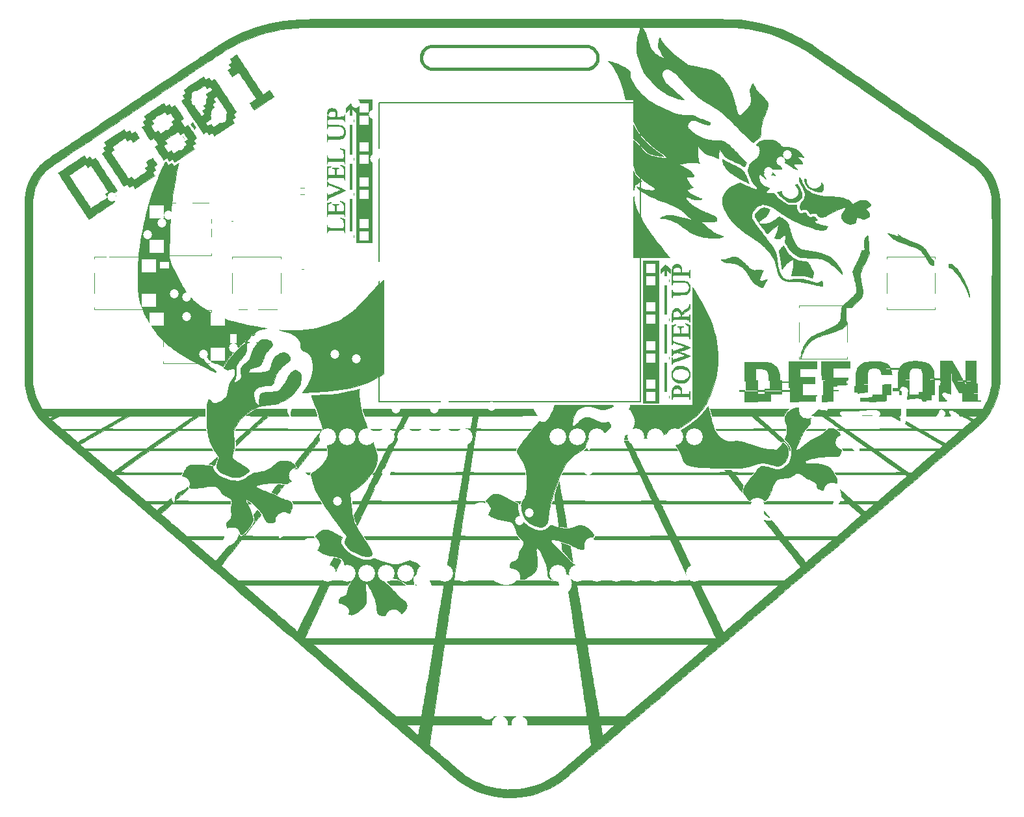
<source format=gto>
G04 #@! TF.GenerationSoftware,KiCad,Pcbnew,(5.0.0-rc2-dev-321-g78161b592)*
G04 #@! TF.CreationDate,2018-05-29T00:04:33-06:00*
G04 #@! TF.ProjectId,dragon,647261676F6E2E6B696361645F706362,1.0*
G04 #@! TF.SameCoordinates,Original*
G04 #@! TF.FileFunction,Legend,Top*
G04 #@! TF.FilePolarity,Positive*
%FSLAX46Y46*%
G04 Gerber Fmt 4.6, Leading zero omitted, Abs format (unit mm)*
G04 Created by KiCad (PCBNEW (5.0.0-rc2-dev-321-g78161b592)) date 05/29/18 00:04:33*
%MOMM*%
%LPD*%
G01*
G04 APERTURE LIST*
%ADD10C,0.010000*%
%ADD11C,0.150000*%
%ADD12C,0.120000*%
%ADD13C,0.900000*%
%ADD14C,1.924000*%
%ADD15C,2.100000*%
%ADD16C,2.100000*%
%ADD17O,2.100000X2.100000*%
%ADD18R,1.950000X1.700000*%
%ADD19C,2.178000*%
%ADD20R,0.700000X0.750000*%
%ADD21R,1.200000X1.200000*%
%ADD22R,0.830000X0.680000*%
%ADD23R,0.680000X0.830000*%
%ADD24C,1.300000*%
%ADD25C,0.100000*%
%ADD26C,1.900000*%
%ADD27C,1.200000*%
%ADD28C,0.254000*%
G04 APERTURE END LIST*
D10*
G36*
X98461224Y-69027880D02*
X98501540Y-69090274D01*
X98530434Y-69138341D01*
X98541761Y-69161850D01*
X98541766Y-69161994D01*
X98525186Y-69178135D01*
X98480110Y-69212087D01*
X98413616Y-69258722D01*
X98340750Y-69307666D01*
X98260839Y-69361948D01*
X98195974Y-69409034D01*
X98153271Y-69443553D01*
X98139667Y-69459442D01*
X98150841Y-69483905D01*
X98181071Y-69535158D01*
X98225422Y-69605116D01*
X98266667Y-69667500D01*
X98318615Y-69746473D01*
X98360291Y-69813097D01*
X98386758Y-69859269D01*
X98393667Y-69875873D01*
X98376847Y-69890200D01*
X98329827Y-69924338D01*
X98257765Y-69974820D01*
X98165820Y-70038180D01*
X98059153Y-70110952D01*
X97942921Y-70189669D01*
X97822283Y-70270865D01*
X97702399Y-70351073D01*
X97588428Y-70426828D01*
X97485528Y-70494663D01*
X97398859Y-70551112D01*
X97333579Y-70592708D01*
X97294849Y-70615985D01*
X97286576Y-70619726D01*
X97274030Y-70603133D01*
X97243890Y-70558898D01*
X97201511Y-70494952D01*
X97177609Y-70458377D01*
X97072800Y-70297301D01*
X97122550Y-70209942D01*
X97169011Y-70132250D01*
X97234622Y-70027866D01*
X97314151Y-69904706D01*
X97402367Y-69770686D01*
X97494038Y-69633721D01*
X97583933Y-69501726D01*
X97666821Y-69382617D01*
X97702382Y-69332625D01*
X97770654Y-69238003D01*
X97818977Y-69173538D01*
X97851945Y-69134894D01*
X97874153Y-69117737D01*
X97890195Y-69117730D01*
X97904666Y-69130538D01*
X97909875Y-69136833D01*
X97940604Y-69169445D01*
X97958323Y-69180666D01*
X97980018Y-69169566D01*
X98029297Y-69139389D01*
X98098710Y-69094821D01*
X98176014Y-69043755D01*
X98380750Y-68906844D01*
X98461224Y-69027880D01*
X98461224Y-69027880D01*
G37*
X98461224Y-69027880D02*
X98501540Y-69090274D01*
X98530434Y-69138341D01*
X98541761Y-69161850D01*
X98541766Y-69161994D01*
X98525186Y-69178135D01*
X98480110Y-69212087D01*
X98413616Y-69258722D01*
X98340750Y-69307666D01*
X98260839Y-69361948D01*
X98195974Y-69409034D01*
X98153271Y-69443553D01*
X98139667Y-69459442D01*
X98150841Y-69483905D01*
X98181071Y-69535158D01*
X98225422Y-69605116D01*
X98266667Y-69667500D01*
X98318615Y-69746473D01*
X98360291Y-69813097D01*
X98386758Y-69859269D01*
X98393667Y-69875873D01*
X98376847Y-69890200D01*
X98329827Y-69924338D01*
X98257765Y-69974820D01*
X98165820Y-70038180D01*
X98059153Y-70110952D01*
X97942921Y-70189669D01*
X97822283Y-70270865D01*
X97702399Y-70351073D01*
X97588428Y-70426828D01*
X97485528Y-70494663D01*
X97398859Y-70551112D01*
X97333579Y-70592708D01*
X97294849Y-70615985D01*
X97286576Y-70619726D01*
X97274030Y-70603133D01*
X97243890Y-70558898D01*
X97201511Y-70494952D01*
X97177609Y-70458377D01*
X97072800Y-70297301D01*
X97122550Y-70209942D01*
X97169011Y-70132250D01*
X97234622Y-70027866D01*
X97314151Y-69904706D01*
X97402367Y-69770686D01*
X97494038Y-69633721D01*
X97583933Y-69501726D01*
X97666821Y-69382617D01*
X97702382Y-69332625D01*
X97770654Y-69238003D01*
X97818977Y-69173538D01*
X97851945Y-69134894D01*
X97874153Y-69117737D01*
X97890195Y-69117730D01*
X97904666Y-69130538D01*
X97909875Y-69136833D01*
X97940604Y-69169445D01*
X97958323Y-69180666D01*
X97980018Y-69169566D01*
X98029297Y-69139389D01*
X98098710Y-69094821D01*
X98176014Y-69043755D01*
X98380750Y-68906844D01*
X98461224Y-69027880D01*
G36*
X137154731Y-56970572D02*
X137843412Y-56970679D01*
X138571815Y-56970879D01*
X139340583Y-56971169D01*
X140150356Y-56971550D01*
X141001775Y-56972019D01*
X141065667Y-56972057D01*
X151215084Y-56978083D01*
X151405584Y-57037516D01*
X151663394Y-57138285D01*
X151893117Y-57270630D01*
X152094033Y-57433831D01*
X152265423Y-57627168D01*
X152406567Y-57849921D01*
X152516747Y-58101369D01*
X152541352Y-58174911D01*
X152561825Y-58245927D01*
X152575824Y-58312755D01*
X152584490Y-58386194D01*
X152588962Y-58477044D01*
X152590379Y-58596106D01*
X152590377Y-58639666D01*
X152588162Y-58790745D01*
X152581581Y-58908967D01*
X152569832Y-59003655D01*
X152552112Y-59084136D01*
X152552104Y-59084166D01*
X152474987Y-59298684D01*
X152365287Y-59508220D01*
X152229781Y-59702377D01*
X152075249Y-59870763D01*
X151992362Y-59942522D01*
X151888338Y-60015009D01*
X151757994Y-60091095D01*
X151615883Y-60163343D01*
X151476554Y-60224315D01*
X151363250Y-60264083D01*
X151352050Y-60266941D01*
X151337747Y-60269649D01*
X151319222Y-60272213D01*
X151295354Y-60274637D01*
X151265021Y-60276925D01*
X151227102Y-60279082D01*
X151180478Y-60281111D01*
X151124026Y-60283018D01*
X151056626Y-60284806D01*
X150977158Y-60286480D01*
X150884500Y-60288044D01*
X150777531Y-60289503D01*
X150655131Y-60290860D01*
X150516178Y-60292121D01*
X150359553Y-60293289D01*
X150184133Y-60294369D01*
X149988798Y-60295365D01*
X149772428Y-60296281D01*
X149533900Y-60297123D01*
X149272096Y-60297893D01*
X148985892Y-60298597D01*
X148674170Y-60299239D01*
X148335807Y-60299822D01*
X147969683Y-60300353D01*
X147574678Y-60300834D01*
X147149669Y-60301270D01*
X146693537Y-60301666D01*
X146205160Y-60302025D01*
X145683418Y-60302353D01*
X145127190Y-60302653D01*
X144535354Y-60302929D01*
X143906791Y-60303187D01*
X143240378Y-60303431D01*
X142534996Y-60303664D01*
X141789523Y-60303891D01*
X141002839Y-60304116D01*
X141002167Y-60304117D01*
X140345234Y-60304266D01*
X139698625Y-60304346D01*
X139063645Y-60304356D01*
X138441599Y-60304300D01*
X137833792Y-60304179D01*
X137241531Y-60303995D01*
X136666119Y-60303749D01*
X136108864Y-60303444D01*
X135571070Y-60303080D01*
X135054042Y-60302660D01*
X134559087Y-60302186D01*
X134087508Y-60301659D01*
X133640613Y-60301080D01*
X133219706Y-60300453D01*
X132826093Y-60299778D01*
X132461078Y-60299057D01*
X132125968Y-60298293D01*
X131822068Y-60297486D01*
X131550683Y-60296638D01*
X131313119Y-60295752D01*
X131110681Y-60294829D01*
X130944675Y-60293871D01*
X130816405Y-60292879D01*
X130727178Y-60291855D01*
X130678299Y-60290801D01*
X130669253Y-60290241D01*
X130415005Y-60226881D01*
X130172681Y-60124383D01*
X129940082Y-59982175D01*
X129762496Y-59831345D01*
X129605389Y-59647038D01*
X129472694Y-59434744D01*
X129368345Y-59199953D01*
X129357331Y-59168833D01*
X129329876Y-59086580D01*
X129310801Y-59019307D01*
X129298557Y-58955787D01*
X129291597Y-58884790D01*
X129288371Y-58795088D01*
X129287604Y-58706796D01*
X129619405Y-58706796D01*
X129632367Y-58859657D01*
X129644856Y-58925416D01*
X129714096Y-59134360D01*
X129818279Y-59331769D01*
X129952195Y-59511479D01*
X130110632Y-59667327D01*
X130288379Y-59793149D01*
X130442241Y-59868548D01*
X130460910Y-59876320D01*
X130477481Y-59883685D01*
X130493086Y-59890654D01*
X130508857Y-59897238D01*
X130525927Y-59903447D01*
X130545426Y-59909294D01*
X130568488Y-59914789D01*
X130596245Y-59919943D01*
X130629828Y-59924767D01*
X130670371Y-59929273D01*
X130719005Y-59933472D01*
X130776861Y-59937374D01*
X130845074Y-59940991D01*
X130924774Y-59944335D01*
X131017094Y-59947415D01*
X131123165Y-59950243D01*
X131244121Y-59952831D01*
X131381093Y-59955189D01*
X131535214Y-59957328D01*
X131707615Y-59959261D01*
X131899429Y-59960996D01*
X132111788Y-59962547D01*
X132345824Y-59963923D01*
X132602669Y-59965137D01*
X132883456Y-59966199D01*
X133189316Y-59967120D01*
X133521382Y-59967911D01*
X133880785Y-59968583D01*
X134268659Y-59969149D01*
X134686135Y-59969618D01*
X135134346Y-59970001D01*
X135614423Y-59970311D01*
X136127498Y-59970557D01*
X136674705Y-59970752D01*
X137257174Y-59970906D01*
X137876039Y-59971030D01*
X138532431Y-59971135D01*
X139227483Y-59971233D01*
X139962326Y-59971335D01*
X140738093Y-59971451D01*
X140934488Y-59971483D01*
X141720243Y-59971605D01*
X142464781Y-59971701D01*
X143169219Y-59971766D01*
X143834673Y-59971797D01*
X144462260Y-59971792D01*
X145053096Y-59971746D01*
X145608298Y-59971656D01*
X146128984Y-59971518D01*
X146616268Y-59971330D01*
X147071268Y-59971087D01*
X147495100Y-59970786D01*
X147888881Y-59970424D01*
X148253728Y-59969997D01*
X148590757Y-59969501D01*
X148901084Y-59968934D01*
X149185826Y-59968291D01*
X149446100Y-59967570D01*
X149683023Y-59966766D01*
X149897710Y-59965877D01*
X150091278Y-59964898D01*
X150264845Y-59963827D01*
X150419525Y-59962660D01*
X150556437Y-59961392D01*
X150676697Y-59960022D01*
X150781421Y-59958545D01*
X150871725Y-59956959D01*
X150948727Y-59955258D01*
X151013543Y-59953441D01*
X151067289Y-59951503D01*
X151111083Y-59949441D01*
X151146039Y-59947251D01*
X151173276Y-59944931D01*
X151193910Y-59942476D01*
X151209057Y-59939884D01*
X151210905Y-59939487D01*
X151402168Y-59883159D01*
X151573619Y-59800844D01*
X151735174Y-59686936D01*
X151861703Y-59571546D01*
X151988708Y-59433834D01*
X152084301Y-59302141D01*
X152155473Y-59164676D01*
X152209219Y-59009648D01*
X152221020Y-58965717D01*
X152258835Y-58735799D01*
X152255528Y-58508113D01*
X152212286Y-58286390D01*
X152130294Y-58074361D01*
X152010736Y-57875756D01*
X151854800Y-57694305D01*
X151800839Y-57643536D01*
X151690903Y-57559976D01*
X151554676Y-57478849D01*
X151407817Y-57408272D01*
X151265985Y-57356362D01*
X151225667Y-57345374D01*
X151195024Y-57343023D01*
X151123635Y-57340762D01*
X151013090Y-57338591D01*
X150864975Y-57336509D01*
X150680879Y-57334517D01*
X150462391Y-57332615D01*
X150211098Y-57330802D01*
X149928588Y-57329078D01*
X149616449Y-57327444D01*
X149276269Y-57325900D01*
X148909638Y-57324446D01*
X148518141Y-57323081D01*
X148103368Y-57321806D01*
X147666907Y-57320620D01*
X147210345Y-57319525D01*
X146735272Y-57318519D01*
X146243274Y-57317602D01*
X145735940Y-57316776D01*
X145214858Y-57316039D01*
X144681616Y-57315392D01*
X144137802Y-57314834D01*
X143585004Y-57314367D01*
X143024811Y-57313989D01*
X142458810Y-57313701D01*
X141888589Y-57313503D01*
X141315736Y-57313395D01*
X140741841Y-57313376D01*
X140168489Y-57313448D01*
X139597271Y-57313609D01*
X139029773Y-57313860D01*
X138467584Y-57314201D01*
X137912292Y-57314632D01*
X137365484Y-57315153D01*
X136828750Y-57315764D01*
X136303677Y-57316464D01*
X135791853Y-57317255D01*
X135294866Y-57318136D01*
X134814304Y-57319106D01*
X134351756Y-57320167D01*
X133908809Y-57321317D01*
X133487051Y-57322558D01*
X133088071Y-57323889D01*
X132713457Y-57325309D01*
X132364796Y-57326820D01*
X132043677Y-57328421D01*
X131751688Y-57330112D01*
X131490417Y-57331893D01*
X131261451Y-57333764D01*
X131066380Y-57335725D01*
X130906791Y-57337776D01*
X130784271Y-57339918D01*
X130700410Y-57342149D01*
X130656796Y-57344471D01*
X130651667Y-57345216D01*
X130431633Y-57420293D01*
X130229042Y-57531943D01*
X130047643Y-57676679D01*
X129891184Y-57851016D01*
X129763414Y-58051468D01*
X129675516Y-58252839D01*
X129641744Y-58386602D01*
X129622785Y-58543516D01*
X129619405Y-58706796D01*
X129287604Y-58706796D01*
X129287331Y-58675452D01*
X129287286Y-58660833D01*
X129289802Y-58492555D01*
X129300042Y-58354137D01*
X129320450Y-58233435D01*
X129353472Y-58118306D01*
X129401554Y-57996605D01*
X129436467Y-57920000D01*
X129566201Y-57692781D01*
X129727034Y-57492854D01*
X129916056Y-57322303D01*
X130130357Y-57183210D01*
X130367025Y-57077659D01*
X130623151Y-57007734D01*
X130736395Y-56989416D01*
X130765152Y-56987456D01*
X130820818Y-56985609D01*
X130904034Y-56983875D01*
X131015441Y-56982253D01*
X131155680Y-56980741D01*
X131325391Y-56979338D01*
X131525215Y-56978043D01*
X131755792Y-56976856D01*
X132017765Y-56975774D01*
X132311772Y-56974798D01*
X132638455Y-56973925D01*
X132998455Y-56973156D01*
X133392411Y-56972488D01*
X133820966Y-56971920D01*
X134284760Y-56971453D01*
X134784432Y-56971084D01*
X135320625Y-56970812D01*
X135893979Y-56970637D01*
X136505134Y-56970557D01*
X137154731Y-56970572D01*
X137154731Y-56970572D01*
G37*
X137154731Y-56970572D02*
X137843412Y-56970679D01*
X138571815Y-56970879D01*
X139340583Y-56971169D01*
X140150356Y-56971550D01*
X141001775Y-56972019D01*
X141065667Y-56972057D01*
X151215084Y-56978083D01*
X151405584Y-57037516D01*
X151663394Y-57138285D01*
X151893117Y-57270630D01*
X152094033Y-57433831D01*
X152265423Y-57627168D01*
X152406567Y-57849921D01*
X152516747Y-58101369D01*
X152541352Y-58174911D01*
X152561825Y-58245927D01*
X152575824Y-58312755D01*
X152584490Y-58386194D01*
X152588962Y-58477044D01*
X152590379Y-58596106D01*
X152590377Y-58639666D01*
X152588162Y-58790745D01*
X152581581Y-58908967D01*
X152569832Y-59003655D01*
X152552112Y-59084136D01*
X152552104Y-59084166D01*
X152474987Y-59298684D01*
X152365287Y-59508220D01*
X152229781Y-59702377D01*
X152075249Y-59870763D01*
X151992362Y-59942522D01*
X151888338Y-60015009D01*
X151757994Y-60091095D01*
X151615883Y-60163343D01*
X151476554Y-60224315D01*
X151363250Y-60264083D01*
X151352050Y-60266941D01*
X151337747Y-60269649D01*
X151319222Y-60272213D01*
X151295354Y-60274637D01*
X151265021Y-60276925D01*
X151227102Y-60279082D01*
X151180478Y-60281111D01*
X151124026Y-60283018D01*
X151056626Y-60284806D01*
X150977158Y-60286480D01*
X150884500Y-60288044D01*
X150777531Y-60289503D01*
X150655131Y-60290860D01*
X150516178Y-60292121D01*
X150359553Y-60293289D01*
X150184133Y-60294369D01*
X149988798Y-60295365D01*
X149772428Y-60296281D01*
X149533900Y-60297123D01*
X149272096Y-60297893D01*
X148985892Y-60298597D01*
X148674170Y-60299239D01*
X148335807Y-60299822D01*
X147969683Y-60300353D01*
X147574678Y-60300834D01*
X147149669Y-60301270D01*
X146693537Y-60301666D01*
X146205160Y-60302025D01*
X145683418Y-60302353D01*
X145127190Y-60302653D01*
X144535354Y-60302929D01*
X143906791Y-60303187D01*
X143240378Y-60303431D01*
X142534996Y-60303664D01*
X141789523Y-60303891D01*
X141002839Y-60304116D01*
X141002167Y-60304117D01*
X140345234Y-60304266D01*
X139698625Y-60304346D01*
X139063645Y-60304356D01*
X138441599Y-60304300D01*
X137833792Y-60304179D01*
X137241531Y-60303995D01*
X136666119Y-60303749D01*
X136108864Y-60303444D01*
X135571070Y-60303080D01*
X135054042Y-60302660D01*
X134559087Y-60302186D01*
X134087508Y-60301659D01*
X133640613Y-60301080D01*
X133219706Y-60300453D01*
X132826093Y-60299778D01*
X132461078Y-60299057D01*
X132125968Y-60298293D01*
X131822068Y-60297486D01*
X131550683Y-60296638D01*
X131313119Y-60295752D01*
X131110681Y-60294829D01*
X130944675Y-60293871D01*
X130816405Y-60292879D01*
X130727178Y-60291855D01*
X130678299Y-60290801D01*
X130669253Y-60290241D01*
X130415005Y-60226881D01*
X130172681Y-60124383D01*
X129940082Y-59982175D01*
X129762496Y-59831345D01*
X129605389Y-59647038D01*
X129472694Y-59434744D01*
X129368345Y-59199953D01*
X129357331Y-59168833D01*
X129329876Y-59086580D01*
X129310801Y-59019307D01*
X129298557Y-58955787D01*
X129291597Y-58884790D01*
X129288371Y-58795088D01*
X129287604Y-58706796D01*
X129619405Y-58706796D01*
X129632367Y-58859657D01*
X129644856Y-58925416D01*
X129714096Y-59134360D01*
X129818279Y-59331769D01*
X129952195Y-59511479D01*
X130110632Y-59667327D01*
X130288379Y-59793149D01*
X130442241Y-59868548D01*
X130460910Y-59876320D01*
X130477481Y-59883685D01*
X130493086Y-59890654D01*
X130508857Y-59897238D01*
X130525927Y-59903447D01*
X130545426Y-59909294D01*
X130568488Y-59914789D01*
X130596245Y-59919943D01*
X130629828Y-59924767D01*
X130670371Y-59929273D01*
X130719005Y-59933472D01*
X130776861Y-59937374D01*
X130845074Y-59940991D01*
X130924774Y-59944335D01*
X131017094Y-59947415D01*
X131123165Y-59950243D01*
X131244121Y-59952831D01*
X131381093Y-59955189D01*
X131535214Y-59957328D01*
X131707615Y-59959261D01*
X131899429Y-59960996D01*
X132111788Y-59962547D01*
X132345824Y-59963923D01*
X132602669Y-59965137D01*
X132883456Y-59966199D01*
X133189316Y-59967120D01*
X133521382Y-59967911D01*
X133880785Y-59968583D01*
X134268659Y-59969149D01*
X134686135Y-59969618D01*
X135134346Y-59970001D01*
X135614423Y-59970311D01*
X136127498Y-59970557D01*
X136674705Y-59970752D01*
X137257174Y-59970906D01*
X137876039Y-59971030D01*
X138532431Y-59971135D01*
X139227483Y-59971233D01*
X139962326Y-59971335D01*
X140738093Y-59971451D01*
X140934488Y-59971483D01*
X141720243Y-59971605D01*
X142464781Y-59971701D01*
X143169219Y-59971766D01*
X143834673Y-59971797D01*
X144462260Y-59971792D01*
X145053096Y-59971746D01*
X145608298Y-59971656D01*
X146128984Y-59971518D01*
X146616268Y-59971330D01*
X147071268Y-59971087D01*
X147495100Y-59970786D01*
X147888881Y-59970424D01*
X148253728Y-59969997D01*
X148590757Y-59969501D01*
X148901084Y-59968934D01*
X149185826Y-59968291D01*
X149446100Y-59967570D01*
X149683023Y-59966766D01*
X149897710Y-59965877D01*
X150091278Y-59964898D01*
X150264845Y-59963827D01*
X150419525Y-59962660D01*
X150556437Y-59961392D01*
X150676697Y-59960022D01*
X150781421Y-59958545D01*
X150871725Y-59956959D01*
X150948727Y-59955258D01*
X151013543Y-59953441D01*
X151067289Y-59951503D01*
X151111083Y-59949441D01*
X151146039Y-59947251D01*
X151173276Y-59944931D01*
X151193910Y-59942476D01*
X151209057Y-59939884D01*
X151210905Y-59939487D01*
X151402168Y-59883159D01*
X151573619Y-59800844D01*
X151735174Y-59686936D01*
X151861703Y-59571546D01*
X151988708Y-59433834D01*
X152084301Y-59302141D01*
X152155473Y-59164676D01*
X152209219Y-59009648D01*
X152221020Y-58965717D01*
X152258835Y-58735799D01*
X152255528Y-58508113D01*
X152212286Y-58286390D01*
X152130294Y-58074361D01*
X152010736Y-57875756D01*
X151854800Y-57694305D01*
X151800839Y-57643536D01*
X151690903Y-57559976D01*
X151554676Y-57478849D01*
X151407817Y-57408272D01*
X151265985Y-57356362D01*
X151225667Y-57345374D01*
X151195024Y-57343023D01*
X151123635Y-57340762D01*
X151013090Y-57338591D01*
X150864975Y-57336509D01*
X150680879Y-57334517D01*
X150462391Y-57332615D01*
X150211098Y-57330802D01*
X149928588Y-57329078D01*
X149616449Y-57327444D01*
X149276269Y-57325900D01*
X148909638Y-57324446D01*
X148518141Y-57323081D01*
X148103368Y-57321806D01*
X147666907Y-57320620D01*
X147210345Y-57319525D01*
X146735272Y-57318519D01*
X146243274Y-57317602D01*
X145735940Y-57316776D01*
X145214858Y-57316039D01*
X144681616Y-57315392D01*
X144137802Y-57314834D01*
X143585004Y-57314367D01*
X143024811Y-57313989D01*
X142458810Y-57313701D01*
X141888589Y-57313503D01*
X141315736Y-57313395D01*
X140741841Y-57313376D01*
X140168489Y-57313448D01*
X139597271Y-57313609D01*
X139029773Y-57313860D01*
X138467584Y-57314201D01*
X137912292Y-57314632D01*
X137365484Y-57315153D01*
X136828750Y-57315764D01*
X136303677Y-57316464D01*
X135791853Y-57317255D01*
X135294866Y-57318136D01*
X134814304Y-57319106D01*
X134351756Y-57320167D01*
X133908809Y-57321317D01*
X133487051Y-57322558D01*
X133088071Y-57323889D01*
X132713457Y-57325309D01*
X132364796Y-57326820D01*
X132043677Y-57328421D01*
X131751688Y-57330112D01*
X131490417Y-57331893D01*
X131261451Y-57333764D01*
X131066380Y-57335725D01*
X130906791Y-57337776D01*
X130784271Y-57339918D01*
X130700410Y-57342149D01*
X130656796Y-57344471D01*
X130651667Y-57345216D01*
X130431633Y-57420293D01*
X130229042Y-57531943D01*
X130047643Y-57676679D01*
X129891184Y-57851016D01*
X129763414Y-58051468D01*
X129675516Y-58252839D01*
X129641744Y-58386602D01*
X129622785Y-58543516D01*
X129619405Y-58706796D01*
X129287604Y-58706796D01*
X129287331Y-58675452D01*
X129287286Y-58660833D01*
X129289802Y-58492555D01*
X129300042Y-58354137D01*
X129320450Y-58233435D01*
X129353472Y-58118306D01*
X129401554Y-57996605D01*
X129436467Y-57920000D01*
X129566201Y-57692781D01*
X129727034Y-57492854D01*
X129916056Y-57322303D01*
X130130357Y-57183210D01*
X130367025Y-57077659D01*
X130623151Y-57007734D01*
X130736395Y-56989416D01*
X130765152Y-56987456D01*
X130820818Y-56985609D01*
X130904034Y-56983875D01*
X131015441Y-56982253D01*
X131155680Y-56980741D01*
X131325391Y-56979338D01*
X131525215Y-56978043D01*
X131755792Y-56976856D01*
X132017765Y-56975774D01*
X132311772Y-56974798D01*
X132638455Y-56973925D01*
X132998455Y-56973156D01*
X133392411Y-56972488D01*
X133820966Y-56971920D01*
X134284760Y-56971453D01*
X134784432Y-56971084D01*
X135320625Y-56970812D01*
X135893979Y-56970637D01*
X136505134Y-56970557D01*
X137154731Y-56970572D01*
G36*
X105408103Y-58292394D02*
X105411434Y-58296574D01*
X105425864Y-58318197D01*
X105462322Y-58373107D01*
X105519471Y-58459286D01*
X105595977Y-58574720D01*
X105690504Y-58717391D01*
X105801717Y-58885284D01*
X105928280Y-59076381D01*
X106068859Y-59288667D01*
X106222117Y-59520125D01*
X106386720Y-59768739D01*
X106561332Y-60032492D01*
X106744617Y-60309368D01*
X106935241Y-60597351D01*
X107103513Y-60851583D01*
X107299337Y-61147370D01*
X107488991Y-61433681D01*
X107671140Y-61708506D01*
X107844447Y-61969837D01*
X108007578Y-62215664D01*
X108159195Y-62443980D01*
X108297965Y-62652774D01*
X108422550Y-62840037D01*
X108531615Y-63003761D01*
X108623824Y-63141937D01*
X108697841Y-63252555D01*
X108752331Y-63333607D01*
X108785958Y-63383084D01*
X108797174Y-63398849D01*
X108811185Y-63404474D01*
X108836515Y-63399034D01*
X108877220Y-63380245D01*
X108937354Y-63345821D01*
X109020972Y-63293478D01*
X109132130Y-63220931D01*
X109238627Y-63150141D01*
X109356257Y-63072033D01*
X109462317Y-63002488D01*
X109551719Y-62944772D01*
X109619373Y-62902148D01*
X109660192Y-62877882D01*
X109669814Y-62873489D01*
X109688162Y-62890597D01*
X109724275Y-62937424D01*
X109774284Y-63007961D01*
X109834324Y-63096201D01*
X109900528Y-63196136D01*
X109969028Y-63301758D01*
X110035958Y-63407057D01*
X110097452Y-63506027D01*
X110149641Y-63592659D01*
X110188660Y-63660945D01*
X110210641Y-63704877D01*
X110213544Y-63718310D01*
X110193089Y-63732781D01*
X110140173Y-63768695D01*
X110057649Y-63824153D01*
X109948370Y-63897253D01*
X109815189Y-63986093D01*
X109660958Y-64088771D01*
X109488532Y-64203387D01*
X109300762Y-64328039D01*
X109100502Y-64460826D01*
X108931238Y-64572945D01*
X107668392Y-65409065D01*
X107388049Y-64987484D01*
X107310107Y-64869462D01*
X107241210Y-64763571D01*
X107184472Y-64674725D01*
X107143003Y-64607840D01*
X107119919Y-64567830D01*
X107116312Y-64558480D01*
X107135621Y-64545146D01*
X107185205Y-64511703D01*
X107260091Y-64461484D01*
X107355302Y-64397821D01*
X107465863Y-64324046D01*
X107543617Y-64272241D01*
X107686039Y-64176389D01*
X107794837Y-64100739D01*
X107872492Y-64043395D01*
X107921486Y-64002458D01*
X107944300Y-63976030D01*
X107945783Y-63964690D01*
X107924874Y-63931044D01*
X107883251Y-63866479D01*
X107822862Y-63773921D01*
X107745656Y-63656299D01*
X107653580Y-63516539D01*
X107548584Y-63357567D01*
X107432616Y-63182310D01*
X107307624Y-62993696D01*
X107175557Y-62794651D01*
X107038362Y-62588102D01*
X106897989Y-62376975D01*
X106756385Y-62164198D01*
X106615500Y-61952698D01*
X106477281Y-61745400D01*
X106343676Y-61545233D01*
X106216635Y-61355122D01*
X106098105Y-61177996D01*
X105990036Y-61016779D01*
X105894374Y-60874400D01*
X105813069Y-60753786D01*
X105748070Y-60657862D01*
X105701323Y-60589556D01*
X105674779Y-60551795D01*
X105669314Y-60545005D01*
X105647823Y-60556190D01*
X105596338Y-60587756D01*
X105519968Y-60636427D01*
X105423821Y-60698922D01*
X105313007Y-60771963D01*
X105241084Y-60819833D01*
X105124221Y-60897597D01*
X105019322Y-60966843D01*
X104931413Y-61024296D01*
X104865521Y-61066684D01*
X104826676Y-61090733D01*
X104818409Y-61095000D01*
X104801629Y-61078167D01*
X104766732Y-61031654D01*
X104717583Y-60961435D01*
X104658049Y-60873487D01*
X104591997Y-60773783D01*
X104523292Y-60668301D01*
X104455801Y-60563014D01*
X104393391Y-60463899D01*
X104339928Y-60376931D01*
X104299279Y-60308086D01*
X104275309Y-60263338D01*
X104270855Y-60248776D01*
X104294810Y-60231147D01*
X104346113Y-60195631D01*
X104416800Y-60147688D01*
X104485019Y-60102010D01*
X104580203Y-60035493D01*
X104641232Y-59985627D01*
X104666711Y-59953614D01*
X104666443Y-59945729D01*
X104648964Y-59918326D01*
X104613551Y-59864340D01*
X104565853Y-59792342D01*
X104526187Y-59732836D01*
X104476600Y-59654868D01*
X104439784Y-59589584D01*
X104419894Y-59544863D01*
X104418847Y-59529284D01*
X104442890Y-59511570D01*
X104494254Y-59475994D01*
X104564943Y-59428040D01*
X104632372Y-59382891D01*
X104827993Y-59252637D01*
X104686950Y-59040798D01*
X104629188Y-58950280D01*
X104587990Y-58877892D01*
X104566343Y-58829280D01*
X104565412Y-58810988D01*
X104588028Y-58794518D01*
X104640662Y-58758265D01*
X104718027Y-58705804D01*
X104814837Y-58640710D01*
X104925804Y-58566561D01*
X104985698Y-58526707D01*
X105115548Y-58440823D01*
X105214852Y-58376397D01*
X105288035Y-58331037D01*
X105339525Y-58302349D01*
X105373748Y-58287942D01*
X105395132Y-58285421D01*
X105408103Y-58292394D01*
X105408103Y-58292394D01*
G37*
X105408103Y-58292394D02*
X105411434Y-58296574D01*
X105425864Y-58318197D01*
X105462322Y-58373107D01*
X105519471Y-58459286D01*
X105595977Y-58574720D01*
X105690504Y-58717391D01*
X105801717Y-58885284D01*
X105928280Y-59076381D01*
X106068859Y-59288667D01*
X106222117Y-59520125D01*
X106386720Y-59768739D01*
X106561332Y-60032492D01*
X106744617Y-60309368D01*
X106935241Y-60597351D01*
X107103513Y-60851583D01*
X107299337Y-61147370D01*
X107488991Y-61433681D01*
X107671140Y-61708506D01*
X107844447Y-61969837D01*
X108007578Y-62215664D01*
X108159195Y-62443980D01*
X108297965Y-62652774D01*
X108422550Y-62840037D01*
X108531615Y-63003761D01*
X108623824Y-63141937D01*
X108697841Y-63252555D01*
X108752331Y-63333607D01*
X108785958Y-63383084D01*
X108797174Y-63398849D01*
X108811185Y-63404474D01*
X108836515Y-63399034D01*
X108877220Y-63380245D01*
X108937354Y-63345821D01*
X109020972Y-63293478D01*
X109132130Y-63220931D01*
X109238627Y-63150141D01*
X109356257Y-63072033D01*
X109462317Y-63002488D01*
X109551719Y-62944772D01*
X109619373Y-62902148D01*
X109660192Y-62877882D01*
X109669814Y-62873489D01*
X109688162Y-62890597D01*
X109724275Y-62937424D01*
X109774284Y-63007961D01*
X109834324Y-63096201D01*
X109900528Y-63196136D01*
X109969028Y-63301758D01*
X110035958Y-63407057D01*
X110097452Y-63506027D01*
X110149641Y-63592659D01*
X110188660Y-63660945D01*
X110210641Y-63704877D01*
X110213544Y-63718310D01*
X110193089Y-63732781D01*
X110140173Y-63768695D01*
X110057649Y-63824153D01*
X109948370Y-63897253D01*
X109815189Y-63986093D01*
X109660958Y-64088771D01*
X109488532Y-64203387D01*
X109300762Y-64328039D01*
X109100502Y-64460826D01*
X108931238Y-64572945D01*
X107668392Y-65409065D01*
X107388049Y-64987484D01*
X107310107Y-64869462D01*
X107241210Y-64763571D01*
X107184472Y-64674725D01*
X107143003Y-64607840D01*
X107119919Y-64567830D01*
X107116312Y-64558480D01*
X107135621Y-64545146D01*
X107185205Y-64511703D01*
X107260091Y-64461484D01*
X107355302Y-64397821D01*
X107465863Y-64324046D01*
X107543617Y-64272241D01*
X107686039Y-64176389D01*
X107794837Y-64100739D01*
X107872492Y-64043395D01*
X107921486Y-64002458D01*
X107944300Y-63976030D01*
X107945783Y-63964690D01*
X107924874Y-63931044D01*
X107883251Y-63866479D01*
X107822862Y-63773921D01*
X107745656Y-63656299D01*
X107653580Y-63516539D01*
X107548584Y-63357567D01*
X107432616Y-63182310D01*
X107307624Y-62993696D01*
X107175557Y-62794651D01*
X107038362Y-62588102D01*
X106897989Y-62376975D01*
X106756385Y-62164198D01*
X106615500Y-61952698D01*
X106477281Y-61745400D01*
X106343676Y-61545233D01*
X106216635Y-61355122D01*
X106098105Y-61177996D01*
X105990036Y-61016779D01*
X105894374Y-60874400D01*
X105813069Y-60753786D01*
X105748070Y-60657862D01*
X105701323Y-60589556D01*
X105674779Y-60551795D01*
X105669314Y-60545005D01*
X105647823Y-60556190D01*
X105596338Y-60587756D01*
X105519968Y-60636427D01*
X105423821Y-60698922D01*
X105313007Y-60771963D01*
X105241084Y-60819833D01*
X105124221Y-60897597D01*
X105019322Y-60966843D01*
X104931413Y-61024296D01*
X104865521Y-61066684D01*
X104826676Y-61090733D01*
X104818409Y-61095000D01*
X104801629Y-61078167D01*
X104766732Y-61031654D01*
X104717583Y-60961435D01*
X104658049Y-60873487D01*
X104591997Y-60773783D01*
X104523292Y-60668301D01*
X104455801Y-60563014D01*
X104393391Y-60463899D01*
X104339928Y-60376931D01*
X104299279Y-60308086D01*
X104275309Y-60263338D01*
X104270855Y-60248776D01*
X104294810Y-60231147D01*
X104346113Y-60195631D01*
X104416800Y-60147688D01*
X104485019Y-60102010D01*
X104580203Y-60035493D01*
X104641232Y-59985627D01*
X104666711Y-59953614D01*
X104666443Y-59945729D01*
X104648964Y-59918326D01*
X104613551Y-59864340D01*
X104565853Y-59792342D01*
X104526187Y-59732836D01*
X104476600Y-59654868D01*
X104439784Y-59589584D01*
X104419894Y-59544863D01*
X104418847Y-59529284D01*
X104442890Y-59511570D01*
X104494254Y-59475994D01*
X104564943Y-59428040D01*
X104632372Y-59382891D01*
X104827993Y-59252637D01*
X104686950Y-59040798D01*
X104629188Y-58950280D01*
X104587990Y-58877892D01*
X104566343Y-58829280D01*
X104565412Y-58810988D01*
X104588028Y-58794518D01*
X104640662Y-58758265D01*
X104718027Y-58705804D01*
X104814837Y-58640710D01*
X104925804Y-58566561D01*
X104985698Y-58526707D01*
X105115548Y-58440823D01*
X105214852Y-58376397D01*
X105288035Y-58331037D01*
X105339525Y-58302349D01*
X105373748Y-58287942D01*
X105395132Y-58285421D01*
X105408103Y-58292394D01*
G36*
X117855405Y-65226931D02*
X117981424Y-65240085D01*
X118080642Y-65267919D01*
X118167728Y-65316599D01*
X118257351Y-65392291D01*
X118264078Y-65398740D01*
X118352597Y-65512693D01*
X118414092Y-65655033D01*
X118447433Y-65820658D01*
X118451490Y-66004464D01*
X118432894Y-66161156D01*
X118418918Y-66246495D01*
X118414223Y-66298906D01*
X118418736Y-66326745D01*
X118431341Y-66337992D01*
X118467358Y-66343016D01*
X118536962Y-66345583D01*
X118632064Y-66345964D01*
X118744578Y-66344432D01*
X118866417Y-66341259D01*
X118989493Y-66336715D01*
X119105720Y-66331074D01*
X119207011Y-66324607D01*
X119285278Y-66317585D01*
X119332434Y-66310281D01*
X119340616Y-66307431D01*
X119387783Y-66261956D01*
X119427257Y-66190780D01*
X119451017Y-66110536D01*
X119454500Y-66071259D01*
X119460451Y-66025777D01*
X119474852Y-66005714D01*
X119475667Y-66005666D01*
X119482989Y-66026493D01*
X119488850Y-66087660D01*
X119493167Y-66187196D01*
X119495855Y-66323130D01*
X119496831Y-66493491D01*
X119496834Y-66503083D01*
X119495947Y-66675150D01*
X119493344Y-66812890D01*
X119489109Y-66914334D01*
X119483324Y-66977509D01*
X119476075Y-67000444D01*
X119475667Y-67000500D01*
X119461251Y-66981992D01*
X119454530Y-66936914D01*
X119454467Y-66931708D01*
X119440554Y-66848600D01*
X119404409Y-66768463D01*
X119354310Y-66707129D01*
X119327500Y-66688898D01*
X119293682Y-66682522D01*
X119222876Y-66676937D01*
X119120418Y-66672152D01*
X118991645Y-66668177D01*
X118841896Y-66665022D01*
X118676507Y-66662696D01*
X118500816Y-66661209D01*
X118320160Y-66660571D01*
X118139876Y-66660791D01*
X117965302Y-66661879D01*
X117801774Y-66663845D01*
X117654631Y-66666698D01*
X117529209Y-66670448D01*
X117430846Y-66675104D01*
X117364880Y-66680677D01*
X117340349Y-66685294D01*
X117271598Y-66730513D01*
X117227417Y-66806754D01*
X117210880Y-66908566D01*
X117210834Y-66914782D01*
X117205823Y-66968264D01*
X117193275Y-66998179D01*
X117187990Y-67000500D01*
X117180872Y-66984412D01*
X117175668Y-66934944D01*
X117172333Y-66850288D01*
X117170823Y-66728637D01*
X117171094Y-66568185D01*
X117172922Y-66381375D01*
X117175315Y-66202116D01*
X117177564Y-66071580D01*
X117300153Y-66071580D01*
X117300794Y-66159419D01*
X117306791Y-66240743D01*
X117317811Y-66301454D01*
X117325467Y-66320280D01*
X117347664Y-66329057D01*
X117403480Y-66335746D01*
X117495025Y-66340450D01*
X117624408Y-66343275D01*
X117793739Y-66344322D01*
X117815997Y-66344333D01*
X117970650Y-66344086D01*
X118088230Y-66343083D01*
X118173997Y-66340925D01*
X118233210Y-66337216D01*
X118271128Y-66331559D01*
X118293010Y-66323557D01*
X118304116Y-66312814D01*
X118306873Y-66307291D01*
X118313832Y-66269906D01*
X118319117Y-66202594D01*
X118321874Y-66117751D01*
X118322084Y-66086943D01*
X118320880Y-65995129D01*
X118315233Y-65932425D01*
X118302091Y-65885633D01*
X118278402Y-65841553D01*
X118258452Y-65811776D01*
X118169648Y-65718495D01*
X118078536Y-65660042D01*
X118011987Y-65628474D01*
X117956014Y-65611560D01*
X117893223Y-65606067D01*
X117806222Y-65608761D01*
X117803500Y-65608910D01*
X117646457Y-65634054D01*
X117514067Y-65689540D01*
X117409505Y-65773260D01*
X117335943Y-65883101D01*
X117316278Y-65932762D01*
X117305203Y-65991328D01*
X117300153Y-66071580D01*
X117177564Y-66071580D01*
X117177769Y-66059687D01*
X117180710Y-65948586D01*
X117184562Y-65863312D01*
X117189753Y-65798363D01*
X117196708Y-65748237D01*
X117205854Y-65707432D01*
X117217616Y-65670447D01*
X117230616Y-65636320D01*
X117300779Y-65504926D01*
X117397226Y-65389035D01*
X117510189Y-65299162D01*
X117575714Y-65264680D01*
X117642206Y-65239792D01*
X117705403Y-65227014D01*
X117781872Y-65224110D01*
X117855405Y-65226931D01*
X117855405Y-65226931D01*
G37*
X117855405Y-65226931D02*
X117981424Y-65240085D01*
X118080642Y-65267919D01*
X118167728Y-65316599D01*
X118257351Y-65392291D01*
X118264078Y-65398740D01*
X118352597Y-65512693D01*
X118414092Y-65655033D01*
X118447433Y-65820658D01*
X118451490Y-66004464D01*
X118432894Y-66161156D01*
X118418918Y-66246495D01*
X118414223Y-66298906D01*
X118418736Y-66326745D01*
X118431341Y-66337992D01*
X118467358Y-66343016D01*
X118536962Y-66345583D01*
X118632064Y-66345964D01*
X118744578Y-66344432D01*
X118866417Y-66341259D01*
X118989493Y-66336715D01*
X119105720Y-66331074D01*
X119207011Y-66324607D01*
X119285278Y-66317585D01*
X119332434Y-66310281D01*
X119340616Y-66307431D01*
X119387783Y-66261956D01*
X119427257Y-66190780D01*
X119451017Y-66110536D01*
X119454500Y-66071259D01*
X119460451Y-66025777D01*
X119474852Y-66005714D01*
X119475667Y-66005666D01*
X119482989Y-66026493D01*
X119488850Y-66087660D01*
X119493167Y-66187196D01*
X119495855Y-66323130D01*
X119496831Y-66493491D01*
X119496834Y-66503083D01*
X119495947Y-66675150D01*
X119493344Y-66812890D01*
X119489109Y-66914334D01*
X119483324Y-66977509D01*
X119476075Y-67000444D01*
X119475667Y-67000500D01*
X119461251Y-66981992D01*
X119454530Y-66936914D01*
X119454467Y-66931708D01*
X119440554Y-66848600D01*
X119404409Y-66768463D01*
X119354310Y-66707129D01*
X119327500Y-66688898D01*
X119293682Y-66682522D01*
X119222876Y-66676937D01*
X119120418Y-66672152D01*
X118991645Y-66668177D01*
X118841896Y-66665022D01*
X118676507Y-66662696D01*
X118500816Y-66661209D01*
X118320160Y-66660571D01*
X118139876Y-66660791D01*
X117965302Y-66661879D01*
X117801774Y-66663845D01*
X117654631Y-66666698D01*
X117529209Y-66670448D01*
X117430846Y-66675104D01*
X117364880Y-66680677D01*
X117340349Y-66685294D01*
X117271598Y-66730513D01*
X117227417Y-66806754D01*
X117210880Y-66908566D01*
X117210834Y-66914782D01*
X117205823Y-66968264D01*
X117193275Y-66998179D01*
X117187990Y-67000500D01*
X117180872Y-66984412D01*
X117175668Y-66934944D01*
X117172333Y-66850288D01*
X117170823Y-66728637D01*
X117171094Y-66568185D01*
X117172922Y-66381375D01*
X117175315Y-66202116D01*
X117177564Y-66071580D01*
X117300153Y-66071580D01*
X117300794Y-66159419D01*
X117306791Y-66240743D01*
X117317811Y-66301454D01*
X117325467Y-66320280D01*
X117347664Y-66329057D01*
X117403480Y-66335746D01*
X117495025Y-66340450D01*
X117624408Y-66343275D01*
X117793739Y-66344322D01*
X117815997Y-66344333D01*
X117970650Y-66344086D01*
X118088230Y-66343083D01*
X118173997Y-66340925D01*
X118233210Y-66337216D01*
X118271128Y-66331559D01*
X118293010Y-66323557D01*
X118304116Y-66312814D01*
X118306873Y-66307291D01*
X118313832Y-66269906D01*
X118319117Y-66202594D01*
X118321874Y-66117751D01*
X118322084Y-66086943D01*
X118320880Y-65995129D01*
X118315233Y-65932425D01*
X118302091Y-65885633D01*
X118278402Y-65841553D01*
X118258452Y-65811776D01*
X118169648Y-65718495D01*
X118078536Y-65660042D01*
X118011987Y-65628474D01*
X117956014Y-65611560D01*
X117893223Y-65606067D01*
X117806222Y-65608761D01*
X117803500Y-65608910D01*
X117646457Y-65634054D01*
X117514067Y-65689540D01*
X117409505Y-65773260D01*
X117335943Y-65883101D01*
X117316278Y-65932762D01*
X117305203Y-65991328D01*
X117300153Y-66071580D01*
X117177564Y-66071580D01*
X117177769Y-66059687D01*
X117180710Y-65948586D01*
X117184562Y-65863312D01*
X117189753Y-65798363D01*
X117196708Y-65748237D01*
X117205854Y-65707432D01*
X117217616Y-65670447D01*
X117230616Y-65636320D01*
X117300779Y-65504926D01*
X117397226Y-65389035D01*
X117510189Y-65299162D01*
X117575714Y-65264680D01*
X117642206Y-65239792D01*
X117705403Y-65227014D01*
X117781872Y-65224110D01*
X117855405Y-65226931D01*
G36*
X99656219Y-67092276D02*
X99672583Y-67115184D01*
X99706828Y-67166106D01*
X99754239Y-67237794D01*
X99810103Y-67322997D01*
X99869704Y-67414465D01*
X99928329Y-67504948D01*
X99981263Y-67587196D01*
X100023793Y-67653960D01*
X100051203Y-67697989D01*
X100058976Y-67711659D01*
X100052146Y-67737460D01*
X100028090Y-67786451D01*
X99993538Y-67847495D01*
X99955218Y-67909457D01*
X99919863Y-67961201D01*
X99894200Y-67991591D01*
X99887538Y-67995333D01*
X99874311Y-67978434D01*
X99841736Y-67931307D01*
X99793401Y-67859304D01*
X99732893Y-67767778D01*
X99663800Y-67662084D01*
X99651468Y-67643106D01*
X99422784Y-67290880D01*
X99537934Y-67189841D01*
X99594261Y-67141205D01*
X99636249Y-67106443D01*
X99655764Y-67092265D01*
X99656219Y-67092276D01*
X99656219Y-67092276D01*
G37*
X99656219Y-67092276D02*
X99672583Y-67115184D01*
X99706828Y-67166106D01*
X99754239Y-67237794D01*
X99810103Y-67322997D01*
X99869704Y-67414465D01*
X99928329Y-67504948D01*
X99981263Y-67587196D01*
X100023793Y-67653960D01*
X100051203Y-67697989D01*
X100058976Y-67711659D01*
X100052146Y-67737460D01*
X100028090Y-67786451D01*
X99993538Y-67847495D01*
X99955218Y-67909457D01*
X99919863Y-67961201D01*
X99894200Y-67991591D01*
X99887538Y-67995333D01*
X99874311Y-67978434D01*
X99841736Y-67931307D01*
X99793401Y-67859304D01*
X99732893Y-67767778D01*
X99663800Y-67662084D01*
X99651468Y-67643106D01*
X99422784Y-67290880D01*
X99537934Y-67189841D01*
X99594261Y-67141205D01*
X99636249Y-67106443D01*
X99655764Y-67092265D01*
X99656219Y-67092276D01*
G36*
X101211692Y-61312823D02*
X101265651Y-61393317D01*
X101311766Y-61461097D01*
X101344543Y-61508151D01*
X101357618Y-61525653D01*
X101380656Y-61521976D01*
X101430447Y-61498109D01*
X101499113Y-61458206D01*
X101561170Y-61418313D01*
X101641034Y-61365126D01*
X101709282Y-61320015D01*
X101757307Y-61288651D01*
X101774703Y-61277661D01*
X101798713Y-61287402D01*
X101840924Y-61334468D01*
X101901548Y-61419114D01*
X101939084Y-61476000D01*
X102008354Y-61578743D01*
X102059276Y-61644302D01*
X102092420Y-61673361D01*
X102103464Y-61673925D01*
X102131254Y-61656257D01*
X102185779Y-61620974D01*
X102258382Y-61573694D01*
X102318265Y-61534542D01*
X102396740Y-61485526D01*
X102462393Y-61448959D01*
X102507302Y-61428981D01*
X102522872Y-61427615D01*
X102535783Y-61446411D01*
X102570313Y-61497867D01*
X102624713Y-61579345D01*
X102697232Y-61688205D01*
X102786121Y-61821809D01*
X102889630Y-61977518D01*
X103006011Y-62152692D01*
X103133512Y-62344693D01*
X103270385Y-62550883D01*
X103414881Y-62768621D01*
X103565248Y-62995270D01*
X103719739Y-63228190D01*
X103876603Y-63464743D01*
X104034090Y-63702290D01*
X104190452Y-63938191D01*
X104343938Y-64169808D01*
X104492799Y-64394502D01*
X104635285Y-64609634D01*
X104769647Y-64812566D01*
X104894135Y-65000658D01*
X105007000Y-65171271D01*
X105106491Y-65321767D01*
X105190860Y-65449507D01*
X105258356Y-65551852D01*
X105307231Y-65626162D01*
X105335734Y-65669800D01*
X105342231Y-65679998D01*
X105331475Y-65701419D01*
X105288399Y-65740803D01*
X105217182Y-65794671D01*
X105144471Y-65844712D01*
X105042802Y-65915369D01*
X104977165Y-65967891D01*
X104948184Y-66001750D01*
X104947701Y-66011630D01*
X104965270Y-66039178D01*
X105000754Y-66093280D01*
X105048485Y-66165333D01*
X105087863Y-66224407D01*
X105138285Y-66301282D01*
X105177587Y-66363942D01*
X105201205Y-66404932D01*
X105205787Y-66417079D01*
X105186383Y-66430341D01*
X105139004Y-66462062D01*
X105070985Y-66507349D01*
X104997667Y-66556000D01*
X104917352Y-66609285D01*
X104851100Y-66653370D01*
X104806216Y-66683384D01*
X104790109Y-66694358D01*
X104798392Y-66712968D01*
X104825709Y-66759972D01*
X104867847Y-66828381D01*
X104920594Y-66911209D01*
X104923584Y-66915833D01*
X104976788Y-66999316D01*
X105019596Y-67068852D01*
X105047793Y-67117421D01*
X105057163Y-67138000D01*
X105057058Y-67138172D01*
X105035374Y-67153649D01*
X104982079Y-67189820D01*
X104900587Y-67244437D01*
X104794312Y-67315253D01*
X104666668Y-67400018D01*
X104521068Y-67496484D01*
X104360928Y-67602405D01*
X104189660Y-67715530D01*
X104010679Y-67833613D01*
X103827399Y-67954404D01*
X103643233Y-68075657D01*
X103461596Y-68195122D01*
X103285902Y-68310551D01*
X103119563Y-68419697D01*
X102965996Y-68520311D01*
X102828613Y-68610145D01*
X102710828Y-68686951D01*
X102616055Y-68748481D01*
X102547709Y-68792487D01*
X102509203Y-68816719D01*
X102501844Y-68820833D01*
X102483965Y-68804188D01*
X102448546Y-68758980D01*
X102400872Y-68692299D01*
X102351207Y-68618799D01*
X102286285Y-68524919D01*
X102235386Y-68460927D01*
X102200940Y-68429707D01*
X102190070Y-68427477D01*
X102161747Y-68443204D01*
X102107055Y-68477325D01*
X102034591Y-68524378D01*
X101973431Y-68565087D01*
X101784708Y-68691984D01*
X101652190Y-68491016D01*
X101597801Y-68409891D01*
X101550845Y-68342367D01*
X101516723Y-68296052D01*
X101501575Y-68278863D01*
X101477842Y-68285438D01*
X101426667Y-68311627D01*
X101355614Y-68353238D01*
X101273454Y-68405288D01*
X101063430Y-68542897D01*
X100127965Y-67130846D01*
X101357000Y-67130846D01*
X101368115Y-67154620D01*
X101398367Y-67205847D01*
X101443116Y-67276954D01*
X101496874Y-67359101D01*
X101636748Y-67569183D01*
X101844583Y-67430806D01*
X101927328Y-67377715D01*
X101997904Y-67336169D01*
X102048703Y-67310395D01*
X102071920Y-67304483D01*
X102090922Y-67326253D01*
X102127125Y-67375753D01*
X102174897Y-67445063D01*
X102216337Y-67507436D01*
X102268531Y-67585198D01*
X102313015Y-67647758D01*
X102344418Y-67687788D01*
X102356505Y-67698667D01*
X102376687Y-67687412D01*
X102428670Y-67655014D01*
X102508975Y-67603729D01*
X102614123Y-67535812D01*
X102740638Y-67453521D01*
X102885039Y-67359110D01*
X103043849Y-67254835D01*
X103213590Y-67142953D01*
X103224338Y-67135854D01*
X103394407Y-67023483D01*
X103553451Y-66918326D01*
X103698030Y-66822662D01*
X103824703Y-66738770D01*
X103930029Y-66668932D01*
X104010569Y-66615427D01*
X104062881Y-66580534D01*
X104083525Y-66566534D01*
X104083689Y-66566402D01*
X104075298Y-66547468D01*
X104047469Y-66500466D01*
X104004503Y-66432378D01*
X103950702Y-66350188D01*
X103948049Y-66346200D01*
X103894002Y-66263449D01*
X103850840Y-66194330D01*
X103822806Y-66145860D01*
X103814140Y-66125056D01*
X103814277Y-66124880D01*
X103834313Y-66110904D01*
X103882328Y-66078460D01*
X103951014Y-66032462D01*
X104028695Y-65980722D01*
X104234474Y-65843992D01*
X103515932Y-64759835D01*
X102797389Y-63675678D01*
X102574455Y-63825251D01*
X102351520Y-63974823D01*
X102479498Y-64165155D01*
X102532916Y-64245658D01*
X102577532Y-64314879D01*
X102607914Y-64364266D01*
X102618189Y-64383402D01*
X102605785Y-64407996D01*
X102559057Y-64450349D01*
X102480890Y-64508033D01*
X102426868Y-64544539D01*
X102346755Y-64598947D01*
X102281670Y-64646159D01*
X102238712Y-64680821D01*
X102224834Y-64696942D01*
X102236007Y-64721405D01*
X102266238Y-64772658D01*
X102310589Y-64842616D01*
X102351834Y-64905000D01*
X102403789Y-64984022D01*
X102445470Y-65050751D01*
X102471933Y-65097066D01*
X102478834Y-65113787D01*
X102462036Y-65132471D01*
X102416424Y-65168145D01*
X102349172Y-65215505D01*
X102275901Y-65263848D01*
X102176340Y-65330621D01*
X102113373Y-65379953D01*
X102085582Y-65413034D01*
X102084579Y-65424254D01*
X102100711Y-65453604D01*
X102135197Y-65509175D01*
X102182513Y-65582234D01*
X102222890Y-65642942D01*
X102349589Y-65831371D01*
X102137277Y-65972729D01*
X102034380Y-66044162D01*
X101968284Y-66097052D01*
X101938105Y-66132151D01*
X101936494Y-66144134D01*
X101952589Y-66173389D01*
X101987042Y-66228881D01*
X102034335Y-66301886D01*
X102074749Y-66362648D01*
X102201475Y-66551116D01*
X101779238Y-66831895D01*
X101661203Y-66911113D01*
X101555889Y-66983186D01*
X101468149Y-67044680D01*
X101402836Y-67092156D01*
X101364804Y-67122181D01*
X101357000Y-67130846D01*
X100127965Y-67130846D01*
X99677420Y-66450766D01*
X99498704Y-66180996D01*
X99326102Y-65920446D01*
X99161102Y-65671361D01*
X99005190Y-65435986D01*
X98859852Y-65216565D01*
X98726575Y-65015343D01*
X98606845Y-64834564D01*
X98502149Y-64676471D01*
X98413974Y-64543311D01*
X98343805Y-64437327D01*
X98293129Y-64360763D01*
X98263433Y-64315864D01*
X98256230Y-64304944D01*
X98221050Y-64251253D01*
X98433830Y-64109583D01*
X98436945Y-64107418D01*
X99345722Y-64107418D01*
X99381363Y-64162251D01*
X99473228Y-64303041D01*
X99575372Y-64458632D01*
X99685476Y-64625567D01*
X99801221Y-64800390D01*
X99920290Y-64979642D01*
X100040364Y-65159868D01*
X100159124Y-65337610D01*
X100274254Y-65509412D01*
X100383433Y-65671817D01*
X100484345Y-65821369D01*
X100574671Y-65954610D01*
X100652092Y-66068084D01*
X100714290Y-66158333D01*
X100758948Y-66221902D01*
X100783746Y-66255333D01*
X100787972Y-66259666D01*
X100812099Y-66248544D01*
X100863633Y-66218274D01*
X100934964Y-66173502D01*
X101017101Y-66119792D01*
X101227184Y-65979918D01*
X101088807Y-65772084D01*
X101035716Y-65689339D01*
X100994170Y-65618763D01*
X100968396Y-65567963D01*
X100962483Y-65544746D01*
X100984254Y-65525745D01*
X101033753Y-65489541D01*
X101103064Y-65441769D01*
X101165436Y-65400330D01*
X101243219Y-65348026D01*
X101305789Y-65303276D01*
X101345812Y-65271496D01*
X101356668Y-65259069D01*
X101345673Y-65235992D01*
X101315539Y-65185525D01*
X101270959Y-65115267D01*
X101220202Y-65038155D01*
X101083404Y-64833588D01*
X101288994Y-64696984D01*
X101370430Y-64642752D01*
X101438070Y-64597477D01*
X101484627Y-64566053D01*
X101502685Y-64553490D01*
X101494948Y-64534239D01*
X101467936Y-64486768D01*
X101425835Y-64418094D01*
X101372829Y-64335237D01*
X101369498Y-64330127D01*
X101228208Y-64113652D01*
X101431435Y-63982439D01*
X101513335Y-63929188D01*
X101581791Y-63883976D01*
X101629138Y-63851914D01*
X101647346Y-63838542D01*
X101641239Y-63817111D01*
X101615271Y-63768051D01*
X101573583Y-63698607D01*
X101520318Y-63616022D01*
X101519041Y-63614103D01*
X101378053Y-63402347D01*
X101800877Y-63121798D01*
X101919041Y-63042769D01*
X102024523Y-62971020D01*
X102112463Y-62909958D01*
X102178004Y-62862984D01*
X102216285Y-62833504D01*
X102224267Y-62825199D01*
X102213309Y-62796408D01*
X102183239Y-62744646D01*
X102139810Y-62677941D01*
X102088775Y-62604320D01*
X102035886Y-62531813D01*
X101986897Y-62468448D01*
X101947562Y-62422253D01*
X101923633Y-62401256D01*
X101920332Y-62401063D01*
X101893721Y-62418049D01*
X101840468Y-62453000D01*
X101769091Y-62500301D01*
X101710997Y-62539030D01*
X101633095Y-62589109D01*
X101567803Y-62627391D01*
X101523146Y-62649393D01*
X101507952Y-62652471D01*
X101489979Y-62631424D01*
X101454369Y-62582449D01*
X101406503Y-62513147D01*
X101358749Y-62441734D01*
X101226837Y-62241685D01*
X100766684Y-62543847D01*
X100585475Y-62662997D01*
X100407042Y-62780619D01*
X100234964Y-62894330D01*
X100072822Y-63001748D01*
X99924197Y-63100491D01*
X99792667Y-63188174D01*
X99681814Y-63262415D01*
X99595217Y-63320832D01*
X99536456Y-63361042D01*
X99509112Y-63380661D01*
X99508180Y-63381456D01*
X99511858Y-63404562D01*
X99535728Y-63454411D01*
X99575636Y-63523118D01*
X99615520Y-63585170D01*
X99668678Y-63664988D01*
X99713734Y-63733147D01*
X99745027Y-63781056D01*
X99755966Y-63798369D01*
X99745829Y-63822530D01*
X99698721Y-63865641D01*
X99615256Y-63927179D01*
X99558445Y-63965787D01*
X99345722Y-64107418D01*
X98436945Y-64107418D01*
X98523232Y-64047462D01*
X98588884Y-63996454D01*
X98626299Y-63960286D01*
X98632770Y-63944332D01*
X98615784Y-63917721D01*
X98580833Y-63864468D01*
X98533532Y-63793091D01*
X98494803Y-63734996D01*
X98444724Y-63657095D01*
X98406442Y-63591802D01*
X98384440Y-63547145D01*
X98381362Y-63531951D01*
X98402406Y-63513984D01*
X98451385Y-63478372D01*
X98520710Y-63430491D01*
X98592498Y-63382485D01*
X98792947Y-63250309D01*
X98716962Y-63130446D01*
X98665251Y-63049971D01*
X98611298Y-62967687D01*
X98578494Y-62918719D01*
X98546628Y-62864361D01*
X98532035Y-62823633D01*
X98534214Y-62810200D01*
X98556825Y-62793901D01*
X98611882Y-62756216D01*
X98696494Y-62699067D01*
X98807772Y-62624380D01*
X98942826Y-62534080D01*
X99098764Y-62430091D01*
X99272696Y-62314338D01*
X99461733Y-62188745D01*
X99662983Y-62055237D01*
X99873557Y-61915738D01*
X100090564Y-61772174D01*
X100311114Y-61626469D01*
X100399245Y-61568304D01*
X101081906Y-61117897D01*
X101211692Y-61312823D01*
X101211692Y-61312823D01*
G37*
X101211692Y-61312823D02*
X101265651Y-61393317D01*
X101311766Y-61461097D01*
X101344543Y-61508151D01*
X101357618Y-61525653D01*
X101380656Y-61521976D01*
X101430447Y-61498109D01*
X101499113Y-61458206D01*
X101561170Y-61418313D01*
X101641034Y-61365126D01*
X101709282Y-61320015D01*
X101757307Y-61288651D01*
X101774703Y-61277661D01*
X101798713Y-61287402D01*
X101840924Y-61334468D01*
X101901548Y-61419114D01*
X101939084Y-61476000D01*
X102008354Y-61578743D01*
X102059276Y-61644302D01*
X102092420Y-61673361D01*
X102103464Y-61673925D01*
X102131254Y-61656257D01*
X102185779Y-61620974D01*
X102258382Y-61573694D01*
X102318265Y-61534542D01*
X102396740Y-61485526D01*
X102462393Y-61448959D01*
X102507302Y-61428981D01*
X102522872Y-61427615D01*
X102535783Y-61446411D01*
X102570313Y-61497867D01*
X102624713Y-61579345D01*
X102697232Y-61688205D01*
X102786121Y-61821809D01*
X102889630Y-61977518D01*
X103006011Y-62152692D01*
X103133512Y-62344693D01*
X103270385Y-62550883D01*
X103414881Y-62768621D01*
X103565248Y-62995270D01*
X103719739Y-63228190D01*
X103876603Y-63464743D01*
X104034090Y-63702290D01*
X104190452Y-63938191D01*
X104343938Y-64169808D01*
X104492799Y-64394502D01*
X104635285Y-64609634D01*
X104769647Y-64812566D01*
X104894135Y-65000658D01*
X105007000Y-65171271D01*
X105106491Y-65321767D01*
X105190860Y-65449507D01*
X105258356Y-65551852D01*
X105307231Y-65626162D01*
X105335734Y-65669800D01*
X105342231Y-65679998D01*
X105331475Y-65701419D01*
X105288399Y-65740803D01*
X105217182Y-65794671D01*
X105144471Y-65844712D01*
X105042802Y-65915369D01*
X104977165Y-65967891D01*
X104948184Y-66001750D01*
X104947701Y-66011630D01*
X104965270Y-66039178D01*
X105000754Y-66093280D01*
X105048485Y-66165333D01*
X105087863Y-66224407D01*
X105138285Y-66301282D01*
X105177587Y-66363942D01*
X105201205Y-66404932D01*
X105205787Y-66417079D01*
X105186383Y-66430341D01*
X105139004Y-66462062D01*
X105070985Y-66507349D01*
X104997667Y-66556000D01*
X104917352Y-66609285D01*
X104851100Y-66653370D01*
X104806216Y-66683384D01*
X104790109Y-66694358D01*
X104798392Y-66712968D01*
X104825709Y-66759972D01*
X104867847Y-66828381D01*
X104920594Y-66911209D01*
X104923584Y-66915833D01*
X104976788Y-66999316D01*
X105019596Y-67068852D01*
X105047793Y-67117421D01*
X105057163Y-67138000D01*
X105057058Y-67138172D01*
X105035374Y-67153649D01*
X104982079Y-67189820D01*
X104900587Y-67244437D01*
X104794312Y-67315253D01*
X104666668Y-67400018D01*
X104521068Y-67496484D01*
X104360928Y-67602405D01*
X104189660Y-67715530D01*
X104010679Y-67833613D01*
X103827399Y-67954404D01*
X103643233Y-68075657D01*
X103461596Y-68195122D01*
X103285902Y-68310551D01*
X103119563Y-68419697D01*
X102965996Y-68520311D01*
X102828613Y-68610145D01*
X102710828Y-68686951D01*
X102616055Y-68748481D01*
X102547709Y-68792487D01*
X102509203Y-68816719D01*
X102501844Y-68820833D01*
X102483965Y-68804188D01*
X102448546Y-68758980D01*
X102400872Y-68692299D01*
X102351207Y-68618799D01*
X102286285Y-68524919D01*
X102235386Y-68460927D01*
X102200940Y-68429707D01*
X102190070Y-68427477D01*
X102161747Y-68443204D01*
X102107055Y-68477325D01*
X102034591Y-68524378D01*
X101973431Y-68565087D01*
X101784708Y-68691984D01*
X101652190Y-68491016D01*
X101597801Y-68409891D01*
X101550845Y-68342367D01*
X101516723Y-68296052D01*
X101501575Y-68278863D01*
X101477842Y-68285438D01*
X101426667Y-68311627D01*
X101355614Y-68353238D01*
X101273454Y-68405288D01*
X101063430Y-68542897D01*
X100127965Y-67130846D01*
X101357000Y-67130846D01*
X101368115Y-67154620D01*
X101398367Y-67205847D01*
X101443116Y-67276954D01*
X101496874Y-67359101D01*
X101636748Y-67569183D01*
X101844583Y-67430806D01*
X101927328Y-67377715D01*
X101997904Y-67336169D01*
X102048703Y-67310395D01*
X102071920Y-67304483D01*
X102090922Y-67326253D01*
X102127125Y-67375753D01*
X102174897Y-67445063D01*
X102216337Y-67507436D01*
X102268531Y-67585198D01*
X102313015Y-67647758D01*
X102344418Y-67687788D01*
X102356505Y-67698667D01*
X102376687Y-67687412D01*
X102428670Y-67655014D01*
X102508975Y-67603729D01*
X102614123Y-67535812D01*
X102740638Y-67453521D01*
X102885039Y-67359110D01*
X103043849Y-67254835D01*
X103213590Y-67142953D01*
X103224338Y-67135854D01*
X103394407Y-67023483D01*
X103553451Y-66918326D01*
X103698030Y-66822662D01*
X103824703Y-66738770D01*
X103930029Y-66668932D01*
X104010569Y-66615427D01*
X104062881Y-66580534D01*
X104083525Y-66566534D01*
X104083689Y-66566402D01*
X104075298Y-66547468D01*
X104047469Y-66500466D01*
X104004503Y-66432378D01*
X103950702Y-66350188D01*
X103948049Y-66346200D01*
X103894002Y-66263449D01*
X103850840Y-66194330D01*
X103822806Y-66145860D01*
X103814140Y-66125056D01*
X103814277Y-66124880D01*
X103834313Y-66110904D01*
X103882328Y-66078460D01*
X103951014Y-66032462D01*
X104028695Y-65980722D01*
X104234474Y-65843992D01*
X103515932Y-64759835D01*
X102797389Y-63675678D01*
X102574455Y-63825251D01*
X102351520Y-63974823D01*
X102479498Y-64165155D01*
X102532916Y-64245658D01*
X102577532Y-64314879D01*
X102607914Y-64364266D01*
X102618189Y-64383402D01*
X102605785Y-64407996D01*
X102559057Y-64450349D01*
X102480890Y-64508033D01*
X102426868Y-64544539D01*
X102346755Y-64598947D01*
X102281670Y-64646159D01*
X102238712Y-64680821D01*
X102224834Y-64696942D01*
X102236007Y-64721405D01*
X102266238Y-64772658D01*
X102310589Y-64842616D01*
X102351834Y-64905000D01*
X102403789Y-64984022D01*
X102445470Y-65050751D01*
X102471933Y-65097066D01*
X102478834Y-65113787D01*
X102462036Y-65132471D01*
X102416424Y-65168145D01*
X102349172Y-65215505D01*
X102275901Y-65263848D01*
X102176340Y-65330621D01*
X102113373Y-65379953D01*
X102085582Y-65413034D01*
X102084579Y-65424254D01*
X102100711Y-65453604D01*
X102135197Y-65509175D01*
X102182513Y-65582234D01*
X102222890Y-65642942D01*
X102349589Y-65831371D01*
X102137277Y-65972729D01*
X102034380Y-66044162D01*
X101968284Y-66097052D01*
X101938105Y-66132151D01*
X101936494Y-66144134D01*
X101952589Y-66173389D01*
X101987042Y-66228881D01*
X102034335Y-66301886D01*
X102074749Y-66362648D01*
X102201475Y-66551116D01*
X101779238Y-66831895D01*
X101661203Y-66911113D01*
X101555889Y-66983186D01*
X101468149Y-67044680D01*
X101402836Y-67092156D01*
X101364804Y-67122181D01*
X101357000Y-67130846D01*
X100127965Y-67130846D01*
X99677420Y-66450766D01*
X99498704Y-66180996D01*
X99326102Y-65920446D01*
X99161102Y-65671361D01*
X99005190Y-65435986D01*
X98859852Y-65216565D01*
X98726575Y-65015343D01*
X98606845Y-64834564D01*
X98502149Y-64676471D01*
X98413974Y-64543311D01*
X98343805Y-64437327D01*
X98293129Y-64360763D01*
X98263433Y-64315864D01*
X98256230Y-64304944D01*
X98221050Y-64251253D01*
X98433830Y-64109583D01*
X98436945Y-64107418D01*
X99345722Y-64107418D01*
X99381363Y-64162251D01*
X99473228Y-64303041D01*
X99575372Y-64458632D01*
X99685476Y-64625567D01*
X99801221Y-64800390D01*
X99920290Y-64979642D01*
X100040364Y-65159868D01*
X100159124Y-65337610D01*
X100274254Y-65509412D01*
X100383433Y-65671817D01*
X100484345Y-65821369D01*
X100574671Y-65954610D01*
X100652092Y-66068084D01*
X100714290Y-66158333D01*
X100758948Y-66221902D01*
X100783746Y-66255333D01*
X100787972Y-66259666D01*
X100812099Y-66248544D01*
X100863633Y-66218274D01*
X100934964Y-66173502D01*
X101017101Y-66119792D01*
X101227184Y-65979918D01*
X101088807Y-65772084D01*
X101035716Y-65689339D01*
X100994170Y-65618763D01*
X100968396Y-65567963D01*
X100962483Y-65544746D01*
X100984254Y-65525745D01*
X101033753Y-65489541D01*
X101103064Y-65441769D01*
X101165436Y-65400330D01*
X101243219Y-65348026D01*
X101305789Y-65303276D01*
X101345812Y-65271496D01*
X101356668Y-65259069D01*
X101345673Y-65235992D01*
X101315539Y-65185525D01*
X101270959Y-65115267D01*
X101220202Y-65038155D01*
X101083404Y-64833588D01*
X101288994Y-64696984D01*
X101370430Y-64642752D01*
X101438070Y-64597477D01*
X101484627Y-64566053D01*
X101502685Y-64553490D01*
X101494948Y-64534239D01*
X101467936Y-64486768D01*
X101425835Y-64418094D01*
X101372829Y-64335237D01*
X101369498Y-64330127D01*
X101228208Y-64113652D01*
X101431435Y-63982439D01*
X101513335Y-63929188D01*
X101581791Y-63883976D01*
X101629138Y-63851914D01*
X101647346Y-63838542D01*
X101641239Y-63817111D01*
X101615271Y-63768051D01*
X101573583Y-63698607D01*
X101520318Y-63616022D01*
X101519041Y-63614103D01*
X101378053Y-63402347D01*
X101800877Y-63121798D01*
X101919041Y-63042769D01*
X102024523Y-62971020D01*
X102112463Y-62909958D01*
X102178004Y-62862984D01*
X102216285Y-62833504D01*
X102224267Y-62825199D01*
X102213309Y-62796408D01*
X102183239Y-62744646D01*
X102139810Y-62677941D01*
X102088775Y-62604320D01*
X102035886Y-62531813D01*
X101986897Y-62468448D01*
X101947562Y-62422253D01*
X101923633Y-62401256D01*
X101920332Y-62401063D01*
X101893721Y-62418049D01*
X101840468Y-62453000D01*
X101769091Y-62500301D01*
X101710997Y-62539030D01*
X101633095Y-62589109D01*
X101567803Y-62627391D01*
X101523146Y-62649393D01*
X101507952Y-62652471D01*
X101489979Y-62631424D01*
X101454369Y-62582449D01*
X101406503Y-62513147D01*
X101358749Y-62441734D01*
X101226837Y-62241685D01*
X100766684Y-62543847D01*
X100585475Y-62662997D01*
X100407042Y-62780619D01*
X100234964Y-62894330D01*
X100072822Y-63001748D01*
X99924197Y-63100491D01*
X99792667Y-63188174D01*
X99681814Y-63262415D01*
X99595217Y-63320832D01*
X99536456Y-63361042D01*
X99509112Y-63380661D01*
X99508180Y-63381456D01*
X99511858Y-63404562D01*
X99535728Y-63454411D01*
X99575636Y-63523118D01*
X99615520Y-63585170D01*
X99668678Y-63664988D01*
X99713734Y-63733147D01*
X99745027Y-63781056D01*
X99755966Y-63798369D01*
X99745829Y-63822530D01*
X99698721Y-63865641D01*
X99615256Y-63927179D01*
X99558445Y-63965787D01*
X99345722Y-64107418D01*
X98436945Y-64107418D01*
X98523232Y-64047462D01*
X98588884Y-63996454D01*
X98626299Y-63960286D01*
X98632770Y-63944332D01*
X98615784Y-63917721D01*
X98580833Y-63864468D01*
X98533532Y-63793091D01*
X98494803Y-63734996D01*
X98444724Y-63657095D01*
X98406442Y-63591802D01*
X98384440Y-63547145D01*
X98381362Y-63531951D01*
X98402406Y-63513984D01*
X98451385Y-63478372D01*
X98520710Y-63430491D01*
X98592498Y-63382485D01*
X98792947Y-63250309D01*
X98716962Y-63130446D01*
X98665251Y-63049971D01*
X98611298Y-62967687D01*
X98578494Y-62918719D01*
X98546628Y-62864361D01*
X98532035Y-62823633D01*
X98534214Y-62810200D01*
X98556825Y-62793901D01*
X98611882Y-62756216D01*
X98696494Y-62699067D01*
X98807772Y-62624380D01*
X98942826Y-62534080D01*
X99098764Y-62430091D01*
X99272696Y-62314338D01*
X99461733Y-62188745D01*
X99662983Y-62055237D01*
X99873557Y-61915738D01*
X100090564Y-61772174D01*
X100311114Y-61626469D01*
X100399245Y-61568304D01*
X101081906Y-61117897D01*
X101211692Y-61312823D01*
G36*
X117203579Y-67103792D02*
X117210621Y-67149671D01*
X117210834Y-67160301D01*
X117220402Y-67232185D01*
X117242942Y-67297526D01*
X117262131Y-67331477D01*
X117283920Y-67358737D01*
X117312889Y-67380044D01*
X117353616Y-67396136D01*
X117410678Y-67407753D01*
X117488654Y-67415633D01*
X117592122Y-67420513D01*
X117725661Y-67423134D01*
X117893848Y-67424232D01*
X118029991Y-67424486D01*
X118274544Y-67425622D01*
X118481095Y-67428996D01*
X118653948Y-67435386D01*
X118797410Y-67445568D01*
X118915786Y-67460318D01*
X119013381Y-67480413D01*
X119094500Y-67506628D01*
X119163450Y-67539740D01*
X119224535Y-67580526D01*
X119282062Y-67629761D01*
X119307974Y-67654920D01*
X119385183Y-67738948D01*
X119442495Y-67820543D01*
X119482660Y-67908192D01*
X119508427Y-68010385D01*
X119522549Y-68135610D01*
X119527774Y-68292356D01*
X119528008Y-68334000D01*
X119525529Y-68495199D01*
X119515984Y-68623009D01*
X119497223Y-68726087D01*
X119467098Y-68813093D01*
X119423461Y-68892682D01*
X119371639Y-68964141D01*
X119281409Y-69053422D01*
X119165223Y-69132739D01*
X119039457Y-69191642D01*
X118991276Y-69206844D01*
X118953007Y-69211863D01*
X118877663Y-69217177D01*
X118770499Y-69222581D01*
X118636770Y-69227866D01*
X118481732Y-69232826D01*
X118310639Y-69237253D01*
X118128747Y-69240941D01*
X118124520Y-69241015D01*
X117334291Y-69254750D01*
X117272562Y-69323875D01*
X117229238Y-69384717D01*
X117212307Y-69450139D01*
X117210834Y-69487917D01*
X117206615Y-69544606D01*
X117195947Y-69578541D01*
X117189667Y-69582833D01*
X117182345Y-69562006D01*
X117176484Y-69500839D01*
X117172167Y-69401303D01*
X117169479Y-69265369D01*
X117168503Y-69095008D01*
X117168500Y-69085416D01*
X117169250Y-68945382D01*
X117171355Y-68820600D01*
X117174598Y-68716916D01*
X117178762Y-68640175D01*
X117183630Y-68596223D01*
X117186974Y-68588000D01*
X117199264Y-68607041D01*
X117210646Y-68655808D01*
X117215786Y-68695599D01*
X117236944Y-68791670D01*
X117282313Y-68856457D01*
X117357591Y-68896749D01*
X117392847Y-68906503D01*
X117441866Y-68912631D01*
X117526409Y-68917569D01*
X117639683Y-68921326D01*
X117774895Y-68923910D01*
X117925253Y-68925328D01*
X118083963Y-68925589D01*
X118244234Y-68924701D01*
X118399272Y-68922672D01*
X118542284Y-68919510D01*
X118666479Y-68915223D01*
X118765063Y-68909819D01*
X118820055Y-68904805D01*
X118991290Y-68872234D01*
X119128012Y-68819559D01*
X119233885Y-68744962D01*
X119299585Y-68667164D01*
X119369164Y-68525715D01*
X119402286Y-68367025D01*
X119398651Y-68195873D01*
X119357956Y-68017040D01*
X119343274Y-67975194D01*
X119292211Y-67877013D01*
X119217191Y-67779629D01*
X119129069Y-67694401D01*
X119038698Y-67632689D01*
X118999417Y-67615345D01*
X118954501Y-67607007D01*
X118873471Y-67599391D01*
X118762542Y-67592583D01*
X118627929Y-67586671D01*
X118475845Y-67581740D01*
X118312507Y-67577878D01*
X118144128Y-67575171D01*
X117976924Y-67573707D01*
X117817109Y-67573573D01*
X117670897Y-67574854D01*
X117544504Y-67577638D01*
X117444144Y-67582013D01*
X117376032Y-67588063D01*
X117353832Y-67592351D01*
X117277237Y-67635025D01*
X117229433Y-67708292D01*
X117211036Y-67811147D01*
X117210834Y-67824948D01*
X117206193Y-67878354D01*
X117194584Y-67908316D01*
X117189667Y-67910666D01*
X117181812Y-67889938D01*
X117175652Y-67829451D01*
X117171316Y-67731750D01*
X117168937Y-67599380D01*
X117168500Y-67497916D01*
X117169563Y-67344745D01*
X117172665Y-67224618D01*
X117177675Y-67140080D01*
X117184464Y-67093676D01*
X117189667Y-67085166D01*
X117203579Y-67103792D01*
X117203579Y-67103792D01*
G37*
X117203579Y-67103792D02*
X117210621Y-67149671D01*
X117210834Y-67160301D01*
X117220402Y-67232185D01*
X117242942Y-67297526D01*
X117262131Y-67331477D01*
X117283920Y-67358737D01*
X117312889Y-67380044D01*
X117353616Y-67396136D01*
X117410678Y-67407753D01*
X117488654Y-67415633D01*
X117592122Y-67420513D01*
X117725661Y-67423134D01*
X117893848Y-67424232D01*
X118029991Y-67424486D01*
X118274544Y-67425622D01*
X118481095Y-67428996D01*
X118653948Y-67435386D01*
X118797410Y-67445568D01*
X118915786Y-67460318D01*
X119013381Y-67480413D01*
X119094500Y-67506628D01*
X119163450Y-67539740D01*
X119224535Y-67580526D01*
X119282062Y-67629761D01*
X119307974Y-67654920D01*
X119385183Y-67738948D01*
X119442495Y-67820543D01*
X119482660Y-67908192D01*
X119508427Y-68010385D01*
X119522549Y-68135610D01*
X119527774Y-68292356D01*
X119528008Y-68334000D01*
X119525529Y-68495199D01*
X119515984Y-68623009D01*
X119497223Y-68726087D01*
X119467098Y-68813093D01*
X119423461Y-68892682D01*
X119371639Y-68964141D01*
X119281409Y-69053422D01*
X119165223Y-69132739D01*
X119039457Y-69191642D01*
X118991276Y-69206844D01*
X118953007Y-69211863D01*
X118877663Y-69217177D01*
X118770499Y-69222581D01*
X118636770Y-69227866D01*
X118481732Y-69232826D01*
X118310639Y-69237253D01*
X118128747Y-69240941D01*
X118124520Y-69241015D01*
X117334291Y-69254750D01*
X117272562Y-69323875D01*
X117229238Y-69384717D01*
X117212307Y-69450139D01*
X117210834Y-69487917D01*
X117206615Y-69544606D01*
X117195947Y-69578541D01*
X117189667Y-69582833D01*
X117182345Y-69562006D01*
X117176484Y-69500839D01*
X117172167Y-69401303D01*
X117169479Y-69265369D01*
X117168503Y-69095008D01*
X117168500Y-69085416D01*
X117169250Y-68945382D01*
X117171355Y-68820600D01*
X117174598Y-68716916D01*
X117178762Y-68640175D01*
X117183630Y-68596223D01*
X117186974Y-68588000D01*
X117199264Y-68607041D01*
X117210646Y-68655808D01*
X117215786Y-68695599D01*
X117236944Y-68791670D01*
X117282313Y-68856457D01*
X117357591Y-68896749D01*
X117392847Y-68906503D01*
X117441866Y-68912631D01*
X117526409Y-68917569D01*
X117639683Y-68921326D01*
X117774895Y-68923910D01*
X117925253Y-68925328D01*
X118083963Y-68925589D01*
X118244234Y-68924701D01*
X118399272Y-68922672D01*
X118542284Y-68919510D01*
X118666479Y-68915223D01*
X118765063Y-68909819D01*
X118820055Y-68904805D01*
X118991290Y-68872234D01*
X119128012Y-68819559D01*
X119233885Y-68744962D01*
X119299585Y-68667164D01*
X119369164Y-68525715D01*
X119402286Y-68367025D01*
X119398651Y-68195873D01*
X119357956Y-68017040D01*
X119343274Y-67975194D01*
X119292211Y-67877013D01*
X119217191Y-67779629D01*
X119129069Y-67694401D01*
X119038698Y-67632689D01*
X118999417Y-67615345D01*
X118954501Y-67607007D01*
X118873471Y-67599391D01*
X118762542Y-67592583D01*
X118627929Y-67586671D01*
X118475845Y-67581740D01*
X118312507Y-67577878D01*
X118144128Y-67575171D01*
X117976924Y-67573707D01*
X117817109Y-67573573D01*
X117670897Y-67574854D01*
X117544504Y-67577638D01*
X117444144Y-67582013D01*
X117376032Y-67588063D01*
X117353832Y-67592351D01*
X117277237Y-67635025D01*
X117229433Y-67708292D01*
X117211036Y-67811147D01*
X117210834Y-67824948D01*
X117206193Y-67878354D01*
X117194584Y-67908316D01*
X117189667Y-67910666D01*
X117181812Y-67889938D01*
X117175652Y-67829451D01*
X117171316Y-67731750D01*
X117168937Y-67599380D01*
X117168500Y-67497916D01*
X117169563Y-67344745D01*
X117172665Y-67224618D01*
X117177675Y-67140080D01*
X117184464Y-67093676D01*
X117189667Y-67085166D01*
X117203579Y-67103792D01*
G36*
X157270218Y-67762500D02*
X157402212Y-67991648D01*
X157549798Y-68230964D01*
X157705675Y-68469418D01*
X157862541Y-68695978D01*
X158013096Y-68899615D01*
X158075838Y-68979583D01*
X158151308Y-69070021D01*
X158248298Y-69180740D01*
X158358230Y-69302256D01*
X158472525Y-69425083D01*
X158580557Y-69537642D01*
X158748263Y-69706368D01*
X158911930Y-69864805D01*
X159075951Y-70016540D01*
X159244720Y-70165160D01*
X159422632Y-70314253D01*
X159614080Y-70467405D01*
X159823457Y-70628204D01*
X160055159Y-70800237D01*
X160313579Y-70987090D01*
X160603111Y-71192352D01*
X160634173Y-71214190D01*
X160752731Y-71298275D01*
X160840175Y-71362453D01*
X160900678Y-71410204D01*
X160938414Y-71445006D01*
X160957555Y-71470341D01*
X160962334Y-71487833D01*
X160959581Y-71497426D01*
X160948028Y-71503302D01*
X160922732Y-71505028D01*
X160878751Y-71502168D01*
X160811143Y-71494291D01*
X160714965Y-71480961D01*
X160585274Y-71461745D01*
X160475500Y-71445107D01*
X160173565Y-71396218D01*
X159909589Y-71346747D01*
X159679205Y-71295260D01*
X159478047Y-71240324D01*
X159301748Y-71180504D01*
X159145942Y-71114366D01*
X159006263Y-71040475D01*
X158878345Y-70957398D01*
X158792611Y-70892326D01*
X158730066Y-70836907D01*
X158646064Y-70754905D01*
X158546286Y-70652227D01*
X158436416Y-70534778D01*
X158322137Y-70408462D01*
X158268562Y-70347760D01*
X158019037Y-70066883D01*
X157792893Y-69821135D01*
X157590037Y-69610418D01*
X157410373Y-69434635D01*
X157263459Y-69301941D01*
X157088834Y-69151986D01*
X157088893Y-68293201D01*
X157088953Y-67434416D01*
X157270218Y-67762500D01*
X157270218Y-67762500D01*
G37*
X157270218Y-67762500D02*
X157402212Y-67991648D01*
X157549798Y-68230964D01*
X157705675Y-68469418D01*
X157862541Y-68695978D01*
X158013096Y-68899615D01*
X158075838Y-68979583D01*
X158151308Y-69070021D01*
X158248298Y-69180740D01*
X158358230Y-69302256D01*
X158472525Y-69425083D01*
X158580557Y-69537642D01*
X158748263Y-69706368D01*
X158911930Y-69864805D01*
X159075951Y-70016540D01*
X159244720Y-70165160D01*
X159422632Y-70314253D01*
X159614080Y-70467405D01*
X159823457Y-70628204D01*
X160055159Y-70800237D01*
X160313579Y-70987090D01*
X160603111Y-71192352D01*
X160634173Y-71214190D01*
X160752731Y-71298275D01*
X160840175Y-71362453D01*
X160900678Y-71410204D01*
X160938414Y-71445006D01*
X160957555Y-71470341D01*
X160962334Y-71487833D01*
X160959581Y-71497426D01*
X160948028Y-71503302D01*
X160922732Y-71505028D01*
X160878751Y-71502168D01*
X160811143Y-71494291D01*
X160714965Y-71480961D01*
X160585274Y-71461745D01*
X160475500Y-71445107D01*
X160173565Y-71396218D01*
X159909589Y-71346747D01*
X159679205Y-71295260D01*
X159478047Y-71240324D01*
X159301748Y-71180504D01*
X159145942Y-71114366D01*
X159006263Y-71040475D01*
X158878345Y-70957398D01*
X158792611Y-70892326D01*
X158730066Y-70836907D01*
X158646064Y-70754905D01*
X158546286Y-70652227D01*
X158436416Y-70534778D01*
X158322137Y-70408462D01*
X158268562Y-70347760D01*
X158019037Y-70066883D01*
X157792893Y-69821135D01*
X157590037Y-69610418D01*
X157410373Y-69434635D01*
X157263459Y-69301941D01*
X157088834Y-69151986D01*
X157088893Y-68293201D01*
X157088953Y-67434416D01*
X157270218Y-67762500D01*
G36*
X95909215Y-64571149D02*
X95948541Y-64614172D01*
X96002266Y-64685161D01*
X96052546Y-64758195D01*
X96123203Y-64859864D01*
X96175725Y-64925501D01*
X96209584Y-64954482D01*
X96219464Y-64954965D01*
X96247001Y-64937403D01*
X96301105Y-64901917D01*
X96373185Y-64854167D01*
X96432663Y-64814520D01*
X96510632Y-64764933D01*
X96575916Y-64728117D01*
X96620637Y-64708227D01*
X96636215Y-64707179D01*
X96653936Y-64731229D01*
X96689509Y-64782590D01*
X96737447Y-64853255D01*
X96782333Y-64920294D01*
X96912311Y-65115504D01*
X97125424Y-64975871D01*
X97210692Y-64922359D01*
X97282329Y-64881876D01*
X97333241Y-64858144D01*
X97356212Y-64854743D01*
X97371118Y-64875662D01*
X97406944Y-64928393D01*
X97461328Y-65009392D01*
X97531908Y-65115115D01*
X97616323Y-65242017D01*
X97712211Y-65386553D01*
X97817211Y-65545180D01*
X97925496Y-65709106D01*
X98477107Y-66544962D01*
X98271345Y-66678320D01*
X98190366Y-66733104D01*
X98124793Y-66781853D01*
X98081653Y-66819039D01*
X98067829Y-66838423D01*
X98079795Y-66862928D01*
X98112167Y-66917264D01*
X98161634Y-66996199D01*
X98224884Y-67094500D01*
X98298607Y-67206932D01*
X98348598Y-67282154D01*
X98627121Y-67699139D01*
X98716769Y-67642938D01*
X98783244Y-67600340D01*
X98864859Y-67546776D01*
X98929756Y-67503389D01*
X98991472Y-67463300D01*
X99038053Y-67436075D01*
X99060074Y-67427191D01*
X99060481Y-67427425D01*
X99073309Y-67446008D01*
X99107226Y-67496425D01*
X99159932Y-67575223D01*
X99229128Y-67678952D01*
X99312511Y-67804158D01*
X99407783Y-67947391D01*
X99512642Y-68105200D01*
X99624789Y-68274131D01*
X99628928Y-68280369D01*
X100189990Y-69125929D01*
X99985037Y-69262107D01*
X99903728Y-69316255D01*
X99836220Y-69361445D01*
X99789814Y-69392773D01*
X99771948Y-69405209D01*
X99779509Y-69424579D01*
X99806067Y-69472341D01*
X99847498Y-69541424D01*
X99899681Y-69624755D01*
X99902694Y-69629475D01*
X100041576Y-69846819D01*
X99847330Y-69970883D01*
X99766261Y-70023192D01*
X99697930Y-70068272D01*
X99650614Y-70100600D01*
X99633579Y-70113453D01*
X99636546Y-70138283D01*
X99661930Y-70191867D01*
X99706950Y-70268942D01*
X99755850Y-70344899D01*
X99897626Y-70557839D01*
X98634382Y-71395170D01*
X98426031Y-71533178D01*
X98227712Y-71664356D01*
X98042288Y-71786821D01*
X97872623Y-71898692D01*
X97721580Y-71998085D01*
X97592022Y-72083118D01*
X97486812Y-72151910D01*
X97408815Y-72202577D01*
X97360892Y-72233237D01*
X97346076Y-72242117D01*
X97325135Y-72229339D01*
X97287245Y-72187224D01*
X97237836Y-72122371D01*
X97187794Y-72049700D01*
X97133386Y-71969587D01*
X97086174Y-71904503D01*
X97051512Y-71861545D01*
X97035391Y-71847666D01*
X97010928Y-71858840D01*
X96959675Y-71889071D01*
X96889717Y-71933422D01*
X96827334Y-71974666D01*
X96748398Y-72026608D01*
X96681854Y-72068281D01*
X96635790Y-72094751D01*
X96619276Y-72101666D01*
X96600685Y-72085007D01*
X96564672Y-72039763D01*
X96516591Y-71973033D01*
X96466873Y-71899632D01*
X96407559Y-71813860D01*
X96357910Y-71750202D01*
X96322261Y-71713875D01*
X96307391Y-71707676D01*
X96279391Y-71722866D01*
X96224776Y-71755817D01*
X96152364Y-71801127D01*
X96096859Y-71836627D01*
X96018819Y-71885405D01*
X95953671Y-71923204D01*
X95909628Y-71945428D01*
X95895602Y-71949209D01*
X95880837Y-71930874D01*
X95845651Y-71881363D01*
X95792852Y-71804892D01*
X95725245Y-71705679D01*
X95645636Y-71587939D01*
X95556832Y-71455891D01*
X95461638Y-71313751D01*
X95362861Y-71165735D01*
X95263307Y-71016060D01*
X95165782Y-70868944D01*
X95073091Y-70728602D01*
X94988042Y-70599253D01*
X94913439Y-70485112D01*
X94852090Y-70390396D01*
X94806799Y-70319323D01*
X94780374Y-70276108D01*
X94774604Y-70264637D01*
X94791425Y-70247793D01*
X94836874Y-70213141D01*
X94903972Y-70165772D01*
X94954706Y-70131631D01*
X95899828Y-70131631D01*
X95899880Y-70131799D01*
X95915361Y-70159534D01*
X95949997Y-70214672D01*
X95999802Y-70291322D01*
X96060792Y-70383593D01*
X96128981Y-70485594D01*
X96200383Y-70591433D01*
X96271013Y-70695221D01*
X96336886Y-70791066D01*
X96394017Y-70873077D01*
X96438419Y-70935364D01*
X96466109Y-70972034D01*
X96473264Y-70979344D01*
X96496329Y-70968410D01*
X96546801Y-70938319D01*
X96617098Y-70893749D01*
X96694957Y-70842514D01*
X96900304Y-70705195D01*
X97038080Y-70916971D01*
X97093374Y-70998383D01*
X97142225Y-71063721D01*
X97179355Y-71106361D01*
X97199488Y-71119678D01*
X97199540Y-71119658D01*
X97221454Y-71106484D01*
X97275125Y-71072228D01*
X97357023Y-71019198D01*
X97463620Y-70949699D01*
X97591387Y-70866039D01*
X97736793Y-70770523D01*
X97896311Y-70665459D01*
X98066410Y-70553153D01*
X98073869Y-70548222D01*
X98924514Y-69985875D01*
X98795852Y-69794527D01*
X98742292Y-69713817D01*
X98697525Y-69644387D01*
X98666967Y-69594757D01*
X98656478Y-69575263D01*
X98668882Y-69550670D01*
X98715610Y-69508316D01*
X98793777Y-69450633D01*
X98847799Y-69414126D01*
X98927905Y-69359758D01*
X98992985Y-69312643D01*
X99035946Y-69278118D01*
X99049834Y-69262141D01*
X99038774Y-69241963D01*
X99008191Y-69192484D01*
X98961980Y-69119671D01*
X98904033Y-69029491D01*
X98838245Y-68927911D01*
X98768511Y-68820897D01*
X98698724Y-68714416D01*
X98632777Y-68614433D01*
X98574566Y-68526917D01*
X98527984Y-68457832D01*
X98496926Y-68413147D01*
X98488020Y-68401311D01*
X98469372Y-68409706D01*
X98422598Y-68437541D01*
X98354629Y-68480528D01*
X98272399Y-68534380D01*
X98267264Y-68537796D01*
X98175326Y-68596569D01*
X98102905Y-68637932D01*
X98055110Y-68659178D01*
X98037675Y-68659412D01*
X98020787Y-68633610D01*
X97986289Y-68580590D01*
X97939582Y-68508664D01*
X97897616Y-68443959D01*
X97771982Y-68250147D01*
X97715211Y-68286782D01*
X97686231Y-68305750D01*
X97625742Y-68345546D01*
X97537556Y-68403658D01*
X97425481Y-68477572D01*
X97293327Y-68564775D01*
X97144904Y-68662755D01*
X96984020Y-68768998D01*
X96843082Y-68862099D01*
X96027722Y-69400782D01*
X96316994Y-69831934D01*
X96105085Y-69973024D01*
X96023751Y-70028905D01*
X95958016Y-70077383D01*
X95914501Y-70113332D01*
X95899828Y-70131631D01*
X94954706Y-70131631D01*
X94983879Y-70112000D01*
X95192717Y-69974416D01*
X94910150Y-69545791D01*
X94830685Y-69426618D01*
X94757988Y-69320184D01*
X94695509Y-69231334D01*
X94646700Y-69164910D01*
X94615008Y-69125756D01*
X94604813Y-69117166D01*
X94578823Y-69128372D01*
X94526266Y-69158683D01*
X94455406Y-69203141D01*
X94393167Y-69244166D01*
X94314529Y-69296041D01*
X94248622Y-69337649D01*
X94203411Y-69364075D01*
X94187604Y-69370988D01*
X94173596Y-69353962D01*
X94139151Y-69305739D01*
X94087063Y-69230513D01*
X94020126Y-69132479D01*
X93941132Y-69015831D01*
X93852876Y-68884762D01*
X93758149Y-68743467D01*
X93659747Y-68596140D01*
X93560462Y-68446974D01*
X93463088Y-68300164D01*
X93370418Y-68159903D01*
X93285245Y-68030386D01*
X93210364Y-67915806D01*
X93148566Y-67820359D01*
X93102647Y-67748236D01*
X93075398Y-67703634D01*
X93069139Y-67691732D01*
X93082325Y-67671292D01*
X93124770Y-67633734D01*
X93189853Y-67584404D01*
X93265960Y-67532086D01*
X94178217Y-67532086D01*
X94214727Y-67589084D01*
X94305956Y-67730640D01*
X94396469Y-67869492D01*
X94483251Y-68001162D01*
X94563289Y-68121174D01*
X94633570Y-68225050D01*
X94691079Y-68308314D01*
X94732803Y-68366487D01*
X94755728Y-68395094D01*
X94758764Y-68397293D01*
X94781839Y-68386248D01*
X94832311Y-68356068D01*
X94902588Y-68311450D01*
X94979946Y-68260522D01*
X95184781Y-68123545D01*
X95323432Y-68334294D01*
X95378909Y-68415484D01*
X95427524Y-68480844D01*
X95464044Y-68523718D01*
X95483231Y-68537453D01*
X95483250Y-68537446D01*
X95504647Y-68524582D01*
X95557822Y-68490632D01*
X95639264Y-68437892D01*
X95745462Y-68368657D01*
X95872903Y-68285221D01*
X96018075Y-68189880D01*
X96177466Y-68084930D01*
X96347565Y-67972664D01*
X96357025Y-67966413D01*
X97209634Y-67402976D01*
X97081162Y-67211911D01*
X97027641Y-67131259D01*
X96982916Y-67061887D01*
X96952408Y-67012324D01*
X96941978Y-66992930D01*
X96954382Y-66968336D01*
X97001110Y-66925983D01*
X97079277Y-66868300D01*
X97133299Y-66831793D01*
X97213391Y-66777497D01*
X97278465Y-66730558D01*
X97321429Y-66696282D01*
X97335334Y-66680566D01*
X97324323Y-66659419D01*
X97293900Y-66609006D01*
X97247982Y-66535388D01*
X97190483Y-66444624D01*
X97125318Y-66342775D01*
X97056403Y-66235902D01*
X96987653Y-66130065D01*
X96922983Y-66031324D01*
X96866308Y-65945741D01*
X96821545Y-65879375D01*
X96792607Y-65838286D01*
X96785200Y-65829013D01*
X96761816Y-65832694D01*
X96711729Y-65856578D01*
X96642858Y-65896506D01*
X96580830Y-65936353D01*
X96501012Y-65989511D01*
X96432853Y-66034566D01*
X96384943Y-66065860D01*
X96367631Y-66076799D01*
X96343454Y-66066673D01*
X96300345Y-66019576D01*
X96238833Y-65936130D01*
X96200713Y-65880028D01*
X96138252Y-65790154D01*
X96087281Y-65724696D01*
X96051388Y-65687962D01*
X96035999Y-65682118D01*
X95996397Y-65706932D01*
X95928567Y-65750786D01*
X95836646Y-65810919D01*
X95724772Y-65884571D01*
X95597082Y-65968982D01*
X95457713Y-66061392D01*
X95310803Y-66159042D01*
X95160488Y-66259172D01*
X95010907Y-66359021D01*
X94866196Y-66455830D01*
X94730493Y-66546839D01*
X94607935Y-66629288D01*
X94502660Y-66700417D01*
X94418803Y-66757466D01*
X94360504Y-66797675D01*
X94331899Y-66818285D01*
X94329667Y-66820372D01*
X94340726Y-66842050D01*
X94370610Y-66890870D01*
X94414379Y-66958940D01*
X94452882Y-67017186D01*
X94505425Y-67096081D01*
X94549671Y-67163003D01*
X94579978Y-67209393D01*
X94589937Y-67225165D01*
X94578976Y-67246411D01*
X94536105Y-67285549D01*
X94465811Y-67338850D01*
X94390997Y-67390417D01*
X94178217Y-67532086D01*
X93265960Y-67532086D01*
X93270955Y-67528653D01*
X93271039Y-67528598D01*
X93481788Y-67389947D01*
X93344811Y-67185112D01*
X93290876Y-67103115D01*
X93246939Y-67033764D01*
X93217705Y-66984660D01*
X93207834Y-66963756D01*
X93224643Y-66946575D01*
X93270381Y-66912104D01*
X93338015Y-66865384D01*
X93418463Y-66812763D01*
X93629093Y-66678291D01*
X93502308Y-66489735D01*
X93448955Y-66409196D01*
X93404274Y-66339526D01*
X93373804Y-66289495D01*
X93363631Y-66270187D01*
X93372262Y-66256367D01*
X93404365Y-66228047D01*
X93461322Y-66184269D01*
X93544514Y-66124073D01*
X93655324Y-66046501D01*
X93795133Y-65950594D01*
X93965324Y-65835393D01*
X94167278Y-65699940D01*
X94402377Y-65543275D01*
X94607994Y-65406833D01*
X94815771Y-65269187D01*
X95013469Y-65138257D01*
X95198219Y-65015941D01*
X95367151Y-64904139D01*
X95517395Y-64804747D01*
X95646082Y-64719665D01*
X95750342Y-64650789D01*
X95827305Y-64600018D01*
X95874102Y-64569249D01*
X95887832Y-64560347D01*
X95909215Y-64571149D01*
X95909215Y-64571149D01*
G37*
X95909215Y-64571149D02*
X95948541Y-64614172D01*
X96002266Y-64685161D01*
X96052546Y-64758195D01*
X96123203Y-64859864D01*
X96175725Y-64925501D01*
X96209584Y-64954482D01*
X96219464Y-64954965D01*
X96247001Y-64937403D01*
X96301105Y-64901917D01*
X96373185Y-64854167D01*
X96432663Y-64814520D01*
X96510632Y-64764933D01*
X96575916Y-64728117D01*
X96620637Y-64708227D01*
X96636215Y-64707179D01*
X96653936Y-64731229D01*
X96689509Y-64782590D01*
X96737447Y-64853255D01*
X96782333Y-64920294D01*
X96912311Y-65115504D01*
X97125424Y-64975871D01*
X97210692Y-64922359D01*
X97282329Y-64881876D01*
X97333241Y-64858144D01*
X97356212Y-64854743D01*
X97371118Y-64875662D01*
X97406944Y-64928393D01*
X97461328Y-65009392D01*
X97531908Y-65115115D01*
X97616323Y-65242017D01*
X97712211Y-65386553D01*
X97817211Y-65545180D01*
X97925496Y-65709106D01*
X98477107Y-66544962D01*
X98271345Y-66678320D01*
X98190366Y-66733104D01*
X98124793Y-66781853D01*
X98081653Y-66819039D01*
X98067829Y-66838423D01*
X98079795Y-66862928D01*
X98112167Y-66917264D01*
X98161634Y-66996199D01*
X98224884Y-67094500D01*
X98298607Y-67206932D01*
X98348598Y-67282154D01*
X98627121Y-67699139D01*
X98716769Y-67642938D01*
X98783244Y-67600340D01*
X98864859Y-67546776D01*
X98929756Y-67503389D01*
X98991472Y-67463300D01*
X99038053Y-67436075D01*
X99060074Y-67427191D01*
X99060481Y-67427425D01*
X99073309Y-67446008D01*
X99107226Y-67496425D01*
X99159932Y-67575223D01*
X99229128Y-67678952D01*
X99312511Y-67804158D01*
X99407783Y-67947391D01*
X99512642Y-68105200D01*
X99624789Y-68274131D01*
X99628928Y-68280369D01*
X100189990Y-69125929D01*
X99985037Y-69262107D01*
X99903728Y-69316255D01*
X99836220Y-69361445D01*
X99789814Y-69392773D01*
X99771948Y-69405209D01*
X99779509Y-69424579D01*
X99806067Y-69472341D01*
X99847498Y-69541424D01*
X99899681Y-69624755D01*
X99902694Y-69629475D01*
X100041576Y-69846819D01*
X99847330Y-69970883D01*
X99766261Y-70023192D01*
X99697930Y-70068272D01*
X99650614Y-70100600D01*
X99633579Y-70113453D01*
X99636546Y-70138283D01*
X99661930Y-70191867D01*
X99706950Y-70268942D01*
X99755850Y-70344899D01*
X99897626Y-70557839D01*
X98634382Y-71395170D01*
X98426031Y-71533178D01*
X98227712Y-71664356D01*
X98042288Y-71786821D01*
X97872623Y-71898692D01*
X97721580Y-71998085D01*
X97592022Y-72083118D01*
X97486812Y-72151910D01*
X97408815Y-72202577D01*
X97360892Y-72233237D01*
X97346076Y-72242117D01*
X97325135Y-72229339D01*
X97287245Y-72187224D01*
X97237836Y-72122371D01*
X97187794Y-72049700D01*
X97133386Y-71969587D01*
X97086174Y-71904503D01*
X97051512Y-71861545D01*
X97035391Y-71847666D01*
X97010928Y-71858840D01*
X96959675Y-71889071D01*
X96889717Y-71933422D01*
X96827334Y-71974666D01*
X96748398Y-72026608D01*
X96681854Y-72068281D01*
X96635790Y-72094751D01*
X96619276Y-72101666D01*
X96600685Y-72085007D01*
X96564672Y-72039763D01*
X96516591Y-71973033D01*
X96466873Y-71899632D01*
X96407559Y-71813860D01*
X96357910Y-71750202D01*
X96322261Y-71713875D01*
X96307391Y-71707676D01*
X96279391Y-71722866D01*
X96224776Y-71755817D01*
X96152364Y-71801127D01*
X96096859Y-71836627D01*
X96018819Y-71885405D01*
X95953671Y-71923204D01*
X95909628Y-71945428D01*
X95895602Y-71949209D01*
X95880837Y-71930874D01*
X95845651Y-71881363D01*
X95792852Y-71804892D01*
X95725245Y-71705679D01*
X95645636Y-71587939D01*
X95556832Y-71455891D01*
X95461638Y-71313751D01*
X95362861Y-71165735D01*
X95263307Y-71016060D01*
X95165782Y-70868944D01*
X95073091Y-70728602D01*
X94988042Y-70599253D01*
X94913439Y-70485112D01*
X94852090Y-70390396D01*
X94806799Y-70319323D01*
X94780374Y-70276108D01*
X94774604Y-70264637D01*
X94791425Y-70247793D01*
X94836874Y-70213141D01*
X94903972Y-70165772D01*
X94954706Y-70131631D01*
X95899828Y-70131631D01*
X95899880Y-70131799D01*
X95915361Y-70159534D01*
X95949997Y-70214672D01*
X95999802Y-70291322D01*
X96060792Y-70383593D01*
X96128981Y-70485594D01*
X96200383Y-70591433D01*
X96271013Y-70695221D01*
X96336886Y-70791066D01*
X96394017Y-70873077D01*
X96438419Y-70935364D01*
X96466109Y-70972034D01*
X96473264Y-70979344D01*
X96496329Y-70968410D01*
X96546801Y-70938319D01*
X96617098Y-70893749D01*
X96694957Y-70842514D01*
X96900304Y-70705195D01*
X97038080Y-70916971D01*
X97093374Y-70998383D01*
X97142225Y-71063721D01*
X97179355Y-71106361D01*
X97199488Y-71119678D01*
X97199540Y-71119658D01*
X97221454Y-71106484D01*
X97275125Y-71072228D01*
X97357023Y-71019198D01*
X97463620Y-70949699D01*
X97591387Y-70866039D01*
X97736793Y-70770523D01*
X97896311Y-70665459D01*
X98066410Y-70553153D01*
X98073869Y-70548222D01*
X98924514Y-69985875D01*
X98795852Y-69794527D01*
X98742292Y-69713817D01*
X98697525Y-69644387D01*
X98666967Y-69594757D01*
X98656478Y-69575263D01*
X98668882Y-69550670D01*
X98715610Y-69508316D01*
X98793777Y-69450633D01*
X98847799Y-69414126D01*
X98927905Y-69359758D01*
X98992985Y-69312643D01*
X99035946Y-69278118D01*
X99049834Y-69262141D01*
X99038774Y-69241963D01*
X99008191Y-69192484D01*
X98961980Y-69119671D01*
X98904033Y-69029491D01*
X98838245Y-68927911D01*
X98768511Y-68820897D01*
X98698724Y-68714416D01*
X98632777Y-68614433D01*
X98574566Y-68526917D01*
X98527984Y-68457832D01*
X98496926Y-68413147D01*
X98488020Y-68401311D01*
X98469372Y-68409706D01*
X98422598Y-68437541D01*
X98354629Y-68480528D01*
X98272399Y-68534380D01*
X98267264Y-68537796D01*
X98175326Y-68596569D01*
X98102905Y-68637932D01*
X98055110Y-68659178D01*
X98037675Y-68659412D01*
X98020787Y-68633610D01*
X97986289Y-68580590D01*
X97939582Y-68508664D01*
X97897616Y-68443959D01*
X97771982Y-68250147D01*
X97715211Y-68286782D01*
X97686231Y-68305750D01*
X97625742Y-68345546D01*
X97537556Y-68403658D01*
X97425481Y-68477572D01*
X97293327Y-68564775D01*
X97144904Y-68662755D01*
X96984020Y-68768998D01*
X96843082Y-68862099D01*
X96027722Y-69400782D01*
X96316994Y-69831934D01*
X96105085Y-69973024D01*
X96023751Y-70028905D01*
X95958016Y-70077383D01*
X95914501Y-70113332D01*
X95899828Y-70131631D01*
X94954706Y-70131631D01*
X94983879Y-70112000D01*
X95192717Y-69974416D01*
X94910150Y-69545791D01*
X94830685Y-69426618D01*
X94757988Y-69320184D01*
X94695509Y-69231334D01*
X94646700Y-69164910D01*
X94615008Y-69125756D01*
X94604813Y-69117166D01*
X94578823Y-69128372D01*
X94526266Y-69158683D01*
X94455406Y-69203141D01*
X94393167Y-69244166D01*
X94314529Y-69296041D01*
X94248622Y-69337649D01*
X94203411Y-69364075D01*
X94187604Y-69370988D01*
X94173596Y-69353962D01*
X94139151Y-69305739D01*
X94087063Y-69230513D01*
X94020126Y-69132479D01*
X93941132Y-69015831D01*
X93852876Y-68884762D01*
X93758149Y-68743467D01*
X93659747Y-68596140D01*
X93560462Y-68446974D01*
X93463088Y-68300164D01*
X93370418Y-68159903D01*
X93285245Y-68030386D01*
X93210364Y-67915806D01*
X93148566Y-67820359D01*
X93102647Y-67748236D01*
X93075398Y-67703634D01*
X93069139Y-67691732D01*
X93082325Y-67671292D01*
X93124770Y-67633734D01*
X93189853Y-67584404D01*
X93265960Y-67532086D01*
X94178217Y-67532086D01*
X94214727Y-67589084D01*
X94305956Y-67730640D01*
X94396469Y-67869492D01*
X94483251Y-68001162D01*
X94563289Y-68121174D01*
X94633570Y-68225050D01*
X94691079Y-68308314D01*
X94732803Y-68366487D01*
X94755728Y-68395094D01*
X94758764Y-68397293D01*
X94781839Y-68386248D01*
X94832311Y-68356068D01*
X94902588Y-68311450D01*
X94979946Y-68260522D01*
X95184781Y-68123545D01*
X95323432Y-68334294D01*
X95378909Y-68415484D01*
X95427524Y-68480844D01*
X95464044Y-68523718D01*
X95483231Y-68537453D01*
X95483250Y-68537446D01*
X95504647Y-68524582D01*
X95557822Y-68490632D01*
X95639264Y-68437892D01*
X95745462Y-68368657D01*
X95872903Y-68285221D01*
X96018075Y-68189880D01*
X96177466Y-68084930D01*
X96347565Y-67972664D01*
X96357025Y-67966413D01*
X97209634Y-67402976D01*
X97081162Y-67211911D01*
X97027641Y-67131259D01*
X96982916Y-67061887D01*
X96952408Y-67012324D01*
X96941978Y-66992930D01*
X96954382Y-66968336D01*
X97001110Y-66925983D01*
X97079277Y-66868300D01*
X97133299Y-66831793D01*
X97213391Y-66777497D01*
X97278465Y-66730558D01*
X97321429Y-66696282D01*
X97335334Y-66680566D01*
X97324323Y-66659419D01*
X97293900Y-66609006D01*
X97247982Y-66535388D01*
X97190483Y-66444624D01*
X97125318Y-66342775D01*
X97056403Y-66235902D01*
X96987653Y-66130065D01*
X96922983Y-66031324D01*
X96866308Y-65945741D01*
X96821545Y-65879375D01*
X96792607Y-65838286D01*
X96785200Y-65829013D01*
X96761816Y-65832694D01*
X96711729Y-65856578D01*
X96642858Y-65896506D01*
X96580830Y-65936353D01*
X96501012Y-65989511D01*
X96432853Y-66034566D01*
X96384943Y-66065860D01*
X96367631Y-66076799D01*
X96343454Y-66066673D01*
X96300345Y-66019576D01*
X96238833Y-65936130D01*
X96200713Y-65880028D01*
X96138252Y-65790154D01*
X96087281Y-65724696D01*
X96051388Y-65687962D01*
X96035999Y-65682118D01*
X95996397Y-65706932D01*
X95928567Y-65750786D01*
X95836646Y-65810919D01*
X95724772Y-65884571D01*
X95597082Y-65968982D01*
X95457713Y-66061392D01*
X95310803Y-66159042D01*
X95160488Y-66259172D01*
X95010907Y-66359021D01*
X94866196Y-66455830D01*
X94730493Y-66546839D01*
X94607935Y-66629288D01*
X94502660Y-66700417D01*
X94418803Y-66757466D01*
X94360504Y-66797675D01*
X94331899Y-66818285D01*
X94329667Y-66820372D01*
X94340726Y-66842050D01*
X94370610Y-66890870D01*
X94414379Y-66958940D01*
X94452882Y-67017186D01*
X94505425Y-67096081D01*
X94549671Y-67163003D01*
X94579978Y-67209393D01*
X94589937Y-67225165D01*
X94578976Y-67246411D01*
X94536105Y-67285549D01*
X94465811Y-67338850D01*
X94390997Y-67390417D01*
X94178217Y-67532086D01*
X93265960Y-67532086D01*
X93270955Y-67528653D01*
X93271039Y-67528598D01*
X93481788Y-67389947D01*
X93344811Y-67185112D01*
X93290876Y-67103115D01*
X93246939Y-67033764D01*
X93217705Y-66984660D01*
X93207834Y-66963756D01*
X93224643Y-66946575D01*
X93270381Y-66912104D01*
X93338015Y-66865384D01*
X93418463Y-66812763D01*
X93629093Y-66678291D01*
X93502308Y-66489735D01*
X93448955Y-66409196D01*
X93404274Y-66339526D01*
X93373804Y-66289495D01*
X93363631Y-66270187D01*
X93372262Y-66256367D01*
X93404365Y-66228047D01*
X93461322Y-66184269D01*
X93544514Y-66124073D01*
X93655324Y-66046501D01*
X93795133Y-65950594D01*
X93965324Y-65835393D01*
X94167278Y-65699940D01*
X94402377Y-65543275D01*
X94607994Y-65406833D01*
X94815771Y-65269187D01*
X95013469Y-65138257D01*
X95198219Y-65015941D01*
X95367151Y-64904139D01*
X95517395Y-64804747D01*
X95646082Y-64719665D01*
X95750342Y-64650789D01*
X95827305Y-64600018D01*
X95874102Y-64569249D01*
X95887832Y-64560347D01*
X95909215Y-64571149D01*
G36*
X118884149Y-70455179D02*
X118916865Y-70462467D01*
X118971818Y-70478335D01*
X119054769Y-70504113D01*
X119171477Y-70541128D01*
X119191852Y-70547604D01*
X119496834Y-70644542D01*
X119496834Y-71542437D01*
X119496282Y-71792613D01*
X119494601Y-72001116D01*
X119491749Y-72168594D01*
X119487685Y-72295694D01*
X119482368Y-72383063D01*
X119475757Y-72431349D01*
X119467811Y-72441197D01*
X119458490Y-72413256D01*
X119447751Y-72348172D01*
X119446410Y-72338236D01*
X119424881Y-72252541D01*
X119381132Y-72187200D01*
X119368235Y-72174194D01*
X119303603Y-72112250D01*
X118431843Y-72105513D01*
X118239050Y-72104373D01*
X118055553Y-72103953D01*
X117886556Y-72104216D01*
X117737259Y-72105126D01*
X117612866Y-72106647D01*
X117518579Y-72108741D01*
X117459600Y-72111373D01*
X117448268Y-72112414D01*
X117343710Y-72136186D01*
X117273291Y-72180615D01*
X117231899Y-72250501D01*
X117216005Y-72330453D01*
X117206875Y-72392117D01*
X117194820Y-72431984D01*
X117186974Y-72440333D01*
X117181875Y-72420121D01*
X117177316Y-72363302D01*
X117173499Y-72275601D01*
X117170630Y-72162742D01*
X117168911Y-72030451D01*
X117168500Y-71921750D01*
X117169351Y-71745220D01*
X117171853Y-71603284D01*
X117175930Y-71497800D01*
X117181506Y-71430631D01*
X117188506Y-71403635D01*
X117189667Y-71403166D01*
X117202789Y-71421974D01*
X117210212Y-71469087D01*
X117210834Y-71489926D01*
X117219896Y-71567405D01*
X117242054Y-71642063D01*
X117245438Y-71649608D01*
X117260538Y-71680562D01*
X117276370Y-71706363D01*
X117296687Y-71727480D01*
X117325242Y-71744383D01*
X117365788Y-71757540D01*
X117422078Y-71767420D01*
X117497864Y-71774494D01*
X117596899Y-71779228D01*
X117722938Y-71782094D01*
X117879731Y-71783560D01*
X118071034Y-71784094D01*
X118300597Y-71784166D01*
X119244758Y-71784166D01*
X119296712Y-71732212D01*
X119316224Y-71711176D01*
X119330117Y-71688602D01*
X119339343Y-71657373D01*
X119344857Y-71610368D01*
X119347613Y-71540470D01*
X119348564Y-71440560D01*
X119348667Y-71344470D01*
X119346640Y-71178110D01*
X119339489Y-71047006D01*
X119325605Y-70944227D01*
X119303384Y-70862844D01*
X119271216Y-70795924D01*
X119227496Y-70736539D01*
X119201037Y-70707747D01*
X119134574Y-70650161D01*
X119050537Y-70591712D01*
X118989459Y-70556815D01*
X118925139Y-70521484D01*
X118879282Y-70490833D01*
X118861834Y-70471528D01*
X118862393Y-70461038D01*
X118867912Y-70455146D01*
X118884149Y-70455179D01*
X118884149Y-70455179D01*
G37*
X118884149Y-70455179D02*
X118916865Y-70462467D01*
X118971818Y-70478335D01*
X119054769Y-70504113D01*
X119171477Y-70541128D01*
X119191852Y-70547604D01*
X119496834Y-70644542D01*
X119496834Y-71542437D01*
X119496282Y-71792613D01*
X119494601Y-72001116D01*
X119491749Y-72168594D01*
X119487685Y-72295694D01*
X119482368Y-72383063D01*
X119475757Y-72431349D01*
X119467811Y-72441197D01*
X119458490Y-72413256D01*
X119447751Y-72348172D01*
X119446410Y-72338236D01*
X119424881Y-72252541D01*
X119381132Y-72187200D01*
X119368235Y-72174194D01*
X119303603Y-72112250D01*
X118431843Y-72105513D01*
X118239050Y-72104373D01*
X118055553Y-72103953D01*
X117886556Y-72104216D01*
X117737259Y-72105126D01*
X117612866Y-72106647D01*
X117518579Y-72108741D01*
X117459600Y-72111373D01*
X117448268Y-72112414D01*
X117343710Y-72136186D01*
X117273291Y-72180615D01*
X117231899Y-72250501D01*
X117216005Y-72330453D01*
X117206875Y-72392117D01*
X117194820Y-72431984D01*
X117186974Y-72440333D01*
X117181875Y-72420121D01*
X117177316Y-72363302D01*
X117173499Y-72275601D01*
X117170630Y-72162742D01*
X117168911Y-72030451D01*
X117168500Y-71921750D01*
X117169351Y-71745220D01*
X117171853Y-71603284D01*
X117175930Y-71497800D01*
X117181506Y-71430631D01*
X117188506Y-71403635D01*
X117189667Y-71403166D01*
X117202789Y-71421974D01*
X117210212Y-71469087D01*
X117210834Y-71489926D01*
X117219896Y-71567405D01*
X117242054Y-71642063D01*
X117245438Y-71649608D01*
X117260538Y-71680562D01*
X117276370Y-71706363D01*
X117296687Y-71727480D01*
X117325242Y-71744383D01*
X117365788Y-71757540D01*
X117422078Y-71767420D01*
X117497864Y-71774494D01*
X117596899Y-71779228D01*
X117722938Y-71782094D01*
X117879731Y-71783560D01*
X118071034Y-71784094D01*
X118300597Y-71784166D01*
X119244758Y-71784166D01*
X119296712Y-71732212D01*
X119316224Y-71711176D01*
X119330117Y-71688602D01*
X119339343Y-71657373D01*
X119344857Y-71610368D01*
X119347613Y-71540470D01*
X119348564Y-71440560D01*
X119348667Y-71344470D01*
X119346640Y-71178110D01*
X119339489Y-71047006D01*
X119325605Y-70944227D01*
X119303384Y-70862844D01*
X119271216Y-70795924D01*
X119227496Y-70736539D01*
X119201037Y-70707747D01*
X119134574Y-70650161D01*
X119050537Y-70591712D01*
X118989459Y-70556815D01*
X118925139Y-70521484D01*
X118879282Y-70490833D01*
X118861834Y-70471528D01*
X118862393Y-70461038D01*
X118867912Y-70455146D01*
X118884149Y-70455179D01*
G36*
X118930625Y-72614873D02*
X118959698Y-72624872D01*
X119020628Y-72645381D01*
X119105085Y-72673609D01*
X119204736Y-72706765D01*
X119226959Y-72714140D01*
X119496834Y-72803672D01*
X119496834Y-73701503D01*
X119496338Y-73946108D01*
X119494865Y-74153249D01*
X119492434Y-74322067D01*
X119489067Y-74451705D01*
X119484782Y-74541304D01*
X119479601Y-74590008D01*
X119475667Y-74599333D01*
X119460156Y-74581059D01*
X119454035Y-74541125D01*
X119441155Y-74461790D01*
X119408668Y-74384336D01*
X119363990Y-74322075D01*
X119314534Y-74288321D01*
X119312994Y-74287871D01*
X119279935Y-74284436D01*
X119209107Y-74281241D01*
X119105075Y-74278359D01*
X118972402Y-74275866D01*
X118815654Y-74273836D01*
X118639394Y-74272344D01*
X118448187Y-74271464D01*
X118293878Y-74271250D01*
X117334339Y-74271250D01*
X117272586Y-74340375D01*
X117229254Y-74401192D01*
X117212313Y-74466570D01*
X117210834Y-74504417D01*
X117206615Y-74561106D01*
X117195947Y-74595041D01*
X117189667Y-74599333D01*
X117183905Y-74578313D01*
X117179025Y-74515824D01*
X117175046Y-74412721D01*
X117171990Y-74269860D01*
X117169876Y-74088096D01*
X117168724Y-73868284D01*
X117168500Y-73699750D01*
X117168500Y-72800166D01*
X117324296Y-72800166D01*
X117419198Y-72798179D01*
X117513299Y-72792993D01*
X117580459Y-72786409D01*
X117640586Y-72779863D01*
X117668829Y-72783719D01*
X117674916Y-72800602D01*
X117673347Y-72811491D01*
X117647412Y-72844297D01*
X117582010Y-72871447D01*
X117564747Y-72876125D01*
X117482127Y-72900000D01*
X117417559Y-72927980D01*
X117368716Y-72965333D01*
X117333271Y-73017324D01*
X117308898Y-73089221D01*
X117293270Y-73186288D01*
X117284061Y-73313793D01*
X117278942Y-73477001D01*
X117278009Y-73525125D01*
X117270505Y-73943166D01*
X118205667Y-73943166D01*
X118205667Y-73614403D01*
X118204254Y-73462321D01*
X118198808Y-73346378D01*
X118187523Y-73260437D01*
X118168589Y-73198360D01*
X118140198Y-73154012D01*
X118100544Y-73121256D01*
X118053005Y-73096286D01*
X117987599Y-73071033D01*
X117930390Y-73056213D01*
X117914625Y-73054631D01*
X117877441Y-73046289D01*
X117867000Y-73033000D01*
X117887712Y-73025069D01*
X117948092Y-73018868D01*
X118045501Y-73014535D01*
X118177304Y-73012208D01*
X118269167Y-73011833D01*
X118426512Y-73013195D01*
X118545783Y-73017200D01*
X118626209Y-73023723D01*
X118667022Y-73032639D01*
X118667452Y-73043823D01*
X118626730Y-73057152D01*
X118592690Y-73064208D01*
X118509252Y-73084153D01*
X118445533Y-73112276D01*
X118398963Y-73153997D01*
X118366975Y-73214739D01*
X118346999Y-73299921D01*
X118336466Y-73414966D01*
X118332809Y-73565295D01*
X118332667Y-73612990D01*
X118332667Y-73943166D01*
X118808917Y-73943166D01*
X118963457Y-73942962D01*
X119081290Y-73942045D01*
X119168038Y-73939955D01*
X119229327Y-73936233D01*
X119270782Y-73930420D01*
X119298025Y-73922057D01*
X119316683Y-73910684D01*
X119327500Y-73900833D01*
X119343197Y-73882089D01*
X119354469Y-73857664D01*
X119362039Y-73820817D01*
X119366631Y-73764804D01*
X119368969Y-73682886D01*
X119369777Y-73568319D01*
X119369834Y-73506414D01*
X119368179Y-73362615D01*
X119363489Y-73238524D01*
X119356172Y-73141219D01*
X119346638Y-73077779D01*
X119344598Y-73070099D01*
X119302722Y-72986751D01*
X119229075Y-72897665D01*
X119131795Y-72811215D01*
X119020309Y-72736509D01*
X118959738Y-72697058D01*
X118917720Y-72660524D01*
X118904167Y-72637598D01*
X118917351Y-72614399D01*
X118930625Y-72614873D01*
X118930625Y-72614873D01*
G37*
X118930625Y-72614873D02*
X118959698Y-72624872D01*
X119020628Y-72645381D01*
X119105085Y-72673609D01*
X119204736Y-72706765D01*
X119226959Y-72714140D01*
X119496834Y-72803672D01*
X119496834Y-73701503D01*
X119496338Y-73946108D01*
X119494865Y-74153249D01*
X119492434Y-74322067D01*
X119489067Y-74451705D01*
X119484782Y-74541304D01*
X119479601Y-74590008D01*
X119475667Y-74599333D01*
X119460156Y-74581059D01*
X119454035Y-74541125D01*
X119441155Y-74461790D01*
X119408668Y-74384336D01*
X119363990Y-74322075D01*
X119314534Y-74288321D01*
X119312994Y-74287871D01*
X119279935Y-74284436D01*
X119209107Y-74281241D01*
X119105075Y-74278359D01*
X118972402Y-74275866D01*
X118815654Y-74273836D01*
X118639394Y-74272344D01*
X118448187Y-74271464D01*
X118293878Y-74271250D01*
X117334339Y-74271250D01*
X117272586Y-74340375D01*
X117229254Y-74401192D01*
X117212313Y-74466570D01*
X117210834Y-74504417D01*
X117206615Y-74561106D01*
X117195947Y-74595041D01*
X117189667Y-74599333D01*
X117183905Y-74578313D01*
X117179025Y-74515824D01*
X117175046Y-74412721D01*
X117171990Y-74269860D01*
X117169876Y-74088096D01*
X117168724Y-73868284D01*
X117168500Y-73699750D01*
X117168500Y-72800166D01*
X117324296Y-72800166D01*
X117419198Y-72798179D01*
X117513299Y-72792993D01*
X117580459Y-72786409D01*
X117640586Y-72779863D01*
X117668829Y-72783719D01*
X117674916Y-72800602D01*
X117673347Y-72811491D01*
X117647412Y-72844297D01*
X117582010Y-72871447D01*
X117564747Y-72876125D01*
X117482127Y-72900000D01*
X117417559Y-72927980D01*
X117368716Y-72965333D01*
X117333271Y-73017324D01*
X117308898Y-73089221D01*
X117293270Y-73186288D01*
X117284061Y-73313793D01*
X117278942Y-73477001D01*
X117278009Y-73525125D01*
X117270505Y-73943166D01*
X118205667Y-73943166D01*
X118205667Y-73614403D01*
X118204254Y-73462321D01*
X118198808Y-73346378D01*
X118187523Y-73260437D01*
X118168589Y-73198360D01*
X118140198Y-73154012D01*
X118100544Y-73121256D01*
X118053005Y-73096286D01*
X117987599Y-73071033D01*
X117930390Y-73056213D01*
X117914625Y-73054631D01*
X117877441Y-73046289D01*
X117867000Y-73033000D01*
X117887712Y-73025069D01*
X117948092Y-73018868D01*
X118045501Y-73014535D01*
X118177304Y-73012208D01*
X118269167Y-73011833D01*
X118426512Y-73013195D01*
X118545783Y-73017200D01*
X118626209Y-73023723D01*
X118667022Y-73032639D01*
X118667452Y-73043823D01*
X118626730Y-73057152D01*
X118592690Y-73064208D01*
X118509252Y-73084153D01*
X118445533Y-73112276D01*
X118398963Y-73153997D01*
X118366975Y-73214739D01*
X118346999Y-73299921D01*
X118336466Y-73414966D01*
X118332809Y-73565295D01*
X118332667Y-73612990D01*
X118332667Y-73943166D01*
X118808917Y-73943166D01*
X118963457Y-73942962D01*
X119081290Y-73942045D01*
X119168038Y-73939955D01*
X119229327Y-73936233D01*
X119270782Y-73930420D01*
X119298025Y-73922057D01*
X119316683Y-73910684D01*
X119327500Y-73900833D01*
X119343197Y-73882089D01*
X119354469Y-73857664D01*
X119362039Y-73820817D01*
X119366631Y-73764804D01*
X119368969Y-73682886D01*
X119369777Y-73568319D01*
X119369834Y-73506414D01*
X119368179Y-73362615D01*
X119363489Y-73238524D01*
X119356172Y-73141219D01*
X119346638Y-73077779D01*
X119344598Y-73070099D01*
X119302722Y-72986751D01*
X119229075Y-72897665D01*
X119131795Y-72811215D01*
X119020309Y-72736509D01*
X118959738Y-72697058D01*
X118917720Y-72660524D01*
X118904167Y-72637598D01*
X118917351Y-72614399D01*
X118930625Y-72614873D01*
G36*
X168672215Y-71883903D02*
X168721044Y-71910133D01*
X168792659Y-71950849D01*
X168880366Y-72002299D01*
X168911763Y-72021032D01*
X169069187Y-72110964D01*
X169258711Y-72211902D01*
X169472753Y-72320106D01*
X169703728Y-72431833D01*
X169944056Y-72543343D01*
X170186155Y-72650894D01*
X170204331Y-72658766D01*
X170443404Y-72764253D01*
X170646834Y-72859614D01*
X170819093Y-72948244D01*
X170964654Y-73033539D01*
X171087990Y-73118894D01*
X171193573Y-73207705D01*
X171285875Y-73303366D01*
X171369370Y-73409273D01*
X171448531Y-73528822D01*
X171525985Y-73662075D01*
X171575458Y-73755628D01*
X171632044Y-73869718D01*
X171693494Y-73999098D01*
X171757562Y-74138517D01*
X171821999Y-74282727D01*
X171884559Y-74426479D01*
X171942995Y-74564523D01*
X171995058Y-74691611D01*
X172038502Y-74802493D01*
X172071079Y-74891920D01*
X172090542Y-74954644D01*
X172094643Y-74985415D01*
X172093376Y-74987304D01*
X172073347Y-74979266D01*
X172020018Y-74954053D01*
X171937744Y-74913829D01*
X171830885Y-74860754D01*
X171703798Y-74796991D01*
X171560840Y-74724702D01*
X171434493Y-74660408D01*
X171102142Y-74488150D01*
X170805348Y-74328386D01*
X170540086Y-74178602D01*
X170302332Y-74036282D01*
X170088059Y-73898910D01*
X169893243Y-73763972D01*
X169713858Y-73628951D01*
X169545880Y-73491332D01*
X169499116Y-73450920D01*
X169295232Y-73256661D01*
X169115587Y-73052908D01*
X168964249Y-72845225D01*
X168845282Y-72639178D01*
X168764300Y-72445048D01*
X168743909Y-72375183D01*
X168721944Y-72286821D01*
X168700183Y-72189051D01*
X168680406Y-72090962D01*
X168664393Y-72001643D01*
X168653923Y-71930183D01*
X168650776Y-71885671D01*
X168652865Y-71875912D01*
X168672215Y-71883903D01*
X168672215Y-71883903D01*
G37*
X168672215Y-71883903D02*
X168721044Y-71910133D01*
X168792659Y-71950849D01*
X168880366Y-72002299D01*
X168911763Y-72021032D01*
X169069187Y-72110964D01*
X169258711Y-72211902D01*
X169472753Y-72320106D01*
X169703728Y-72431833D01*
X169944056Y-72543343D01*
X170186155Y-72650894D01*
X170204331Y-72658766D01*
X170443404Y-72764253D01*
X170646834Y-72859614D01*
X170819093Y-72948244D01*
X170964654Y-73033539D01*
X171087990Y-73118894D01*
X171193573Y-73207705D01*
X171285875Y-73303366D01*
X171369370Y-73409273D01*
X171448531Y-73528822D01*
X171525985Y-73662075D01*
X171575458Y-73755628D01*
X171632044Y-73869718D01*
X171693494Y-73999098D01*
X171757562Y-74138517D01*
X171821999Y-74282727D01*
X171884559Y-74426479D01*
X171942995Y-74564523D01*
X171995058Y-74691611D01*
X172038502Y-74802493D01*
X172071079Y-74891920D01*
X172090542Y-74954644D01*
X172094643Y-74985415D01*
X172093376Y-74987304D01*
X172073347Y-74979266D01*
X172020018Y-74954053D01*
X171937744Y-74913829D01*
X171830885Y-74860754D01*
X171703798Y-74796991D01*
X171560840Y-74724702D01*
X171434493Y-74660408D01*
X171102142Y-74488150D01*
X170805348Y-74328386D01*
X170540086Y-74178602D01*
X170302332Y-74036282D01*
X170088059Y-73898910D01*
X169893243Y-73763972D01*
X169713858Y-73628951D01*
X169545880Y-73491332D01*
X169499116Y-73450920D01*
X169295232Y-73256661D01*
X169115587Y-73052908D01*
X168964249Y-72845225D01*
X168845282Y-72639178D01*
X168764300Y-72445048D01*
X168743909Y-72375183D01*
X168721944Y-72286821D01*
X168700183Y-72189051D01*
X168680406Y-72090962D01*
X168664393Y-72001643D01*
X168653923Y-71930183D01*
X168650776Y-71885671D01*
X168652865Y-71875912D01*
X168672215Y-71883903D01*
G36*
X90769888Y-68012342D02*
X90805278Y-68063513D01*
X90853113Y-68134074D01*
X90898473Y-68201831D01*
X91028924Y-68397746D01*
X91219206Y-68269801D01*
X91299698Y-68216391D01*
X91368909Y-68171782D01*
X91418284Y-68141409D01*
X91437403Y-68131144D01*
X91461997Y-68143548D01*
X91504350Y-68190276D01*
X91562033Y-68268443D01*
X91598540Y-68322465D01*
X91652855Y-68402560D01*
X91699841Y-68467636D01*
X91734182Y-68510599D01*
X91749967Y-68524500D01*
X91774089Y-68513682D01*
X91825756Y-68484318D01*
X91897093Y-68441043D01*
X91970740Y-68394586D01*
X92056012Y-68342417D01*
X92125922Y-68304506D01*
X92173567Y-68284332D01*
X92191174Y-68283461D01*
X92209173Y-68307864D01*
X92245640Y-68361287D01*
X92296385Y-68437292D01*
X92357219Y-68529444D01*
X92423950Y-68631305D01*
X92492388Y-68736439D01*
X92558344Y-68838409D01*
X92617627Y-68930778D01*
X92666047Y-69007110D01*
X92699414Y-69060968D01*
X92713505Y-69085831D01*
X92699615Y-69107111D01*
X92650683Y-69148948D01*
X92568084Y-69210319D01*
X92453198Y-69290202D01*
X92307401Y-69387575D01*
X92304747Y-69389321D01*
X91885351Y-69665089D01*
X91751038Y-69459919D01*
X91697371Y-69378307D01*
X91652344Y-69310521D01*
X91620889Y-69263942D01*
X91608126Y-69246110D01*
X91588298Y-69253790D01*
X91540542Y-69281048D01*
X91471919Y-69323638D01*
X91389493Y-69377314D01*
X91385633Y-69379882D01*
X91303191Y-69434038D01*
X91234793Y-69477575D01*
X91187339Y-69506202D01*
X91167724Y-69515628D01*
X91167600Y-69515521D01*
X91116111Y-69433527D01*
X91059720Y-69347356D01*
X91003425Y-69264195D01*
X90952222Y-69191227D01*
X90911109Y-69135637D01*
X90885081Y-69104611D01*
X90879032Y-69100609D01*
X90854528Y-69114897D01*
X90799770Y-69149609D01*
X90718903Y-69201984D01*
X90616071Y-69269260D01*
X90495416Y-69348674D01*
X90361083Y-69437465D01*
X90217214Y-69532870D01*
X90067954Y-69632128D01*
X89917446Y-69732477D01*
X89769833Y-69831154D01*
X89629259Y-69925397D01*
X89499867Y-70012445D01*
X89385801Y-70089536D01*
X89291205Y-70153907D01*
X89220222Y-70202796D01*
X89176995Y-70233442D01*
X89165165Y-70243047D01*
X89175868Y-70265716D01*
X89205038Y-70316120D01*
X89248057Y-70386509D01*
X89293843Y-70459044D01*
X89344228Y-70540891D01*
X89383222Y-70610251D01*
X89406636Y-70659249D01*
X89410992Y-70679333D01*
X89389379Y-70698088D01*
X89340023Y-70734084D01*
X89270821Y-70781714D01*
X89208397Y-70823169D01*
X89130648Y-70875291D01*
X89068095Y-70919597D01*
X89028060Y-70950751D01*
X89017166Y-70962610D01*
X89028510Y-70981295D01*
X89061321Y-71032326D01*
X89113663Y-71112770D01*
X89183598Y-71219698D01*
X89269189Y-71350179D01*
X89368499Y-71501283D01*
X89479591Y-71670079D01*
X89600527Y-71853636D01*
X89729371Y-72049024D01*
X89864186Y-72253313D01*
X90003034Y-72463571D01*
X90143979Y-72676868D01*
X90285083Y-72890274D01*
X90424409Y-73100859D01*
X90560020Y-73305691D01*
X90689979Y-73501840D01*
X90812350Y-73686375D01*
X90925194Y-73856367D01*
X91026575Y-74008884D01*
X91114555Y-74140996D01*
X91187198Y-74249772D01*
X91242567Y-74332282D01*
X91278724Y-74385595D01*
X91293732Y-74406781D01*
X91293834Y-74406889D01*
X91313688Y-74399228D01*
X91361427Y-74372004D01*
X91429947Y-74329482D01*
X91512144Y-74275929D01*
X91514185Y-74274570D01*
X91725897Y-74133612D01*
X91867218Y-74345869D01*
X91922947Y-74427323D01*
X91970958Y-74493310D01*
X92006214Y-74537189D01*
X92023675Y-74552322D01*
X92023850Y-74552271D01*
X92048898Y-74537843D01*
X92104119Y-74502966D01*
X92185372Y-74450407D01*
X92288513Y-74382934D01*
X92409400Y-74303314D01*
X92543891Y-74214315D01*
X92687841Y-74118705D01*
X92837109Y-74019251D01*
X92987551Y-73918721D01*
X93135025Y-73819882D01*
X93275388Y-73725502D01*
X93404498Y-73638349D01*
X93518210Y-73561189D01*
X93612384Y-73496792D01*
X93682875Y-73447924D01*
X93725541Y-73417353D01*
X93736859Y-73407896D01*
X93725762Y-73384529D01*
X93695603Y-73334155D01*
X93651266Y-73264676D01*
X93608360Y-73199894D01*
X93556928Y-73119870D01*
X93517202Y-73051223D01*
X93493706Y-73002229D01*
X93489656Y-72982684D01*
X93510576Y-72961079D01*
X93559469Y-72922729D01*
X93628519Y-72873498D01*
X93692048Y-72830853D01*
X93770170Y-72778337D01*
X93833109Y-72733371D01*
X93873563Y-72701345D01*
X93884835Y-72688569D01*
X93873840Y-72665489D01*
X93843709Y-72615025D01*
X93799137Y-72544780D01*
X93748532Y-72467899D01*
X93611897Y-72263575D01*
X94025166Y-71992121D01*
X94142930Y-71915240D01*
X94249128Y-71846809D01*
X94338602Y-71790078D01*
X94406192Y-71748299D01*
X94446741Y-71724723D01*
X94455929Y-71720666D01*
X94471043Y-71737439D01*
X94505080Y-71783719D01*
X94553999Y-71853451D01*
X94613760Y-71940579D01*
X94680323Y-72039044D01*
X94749649Y-72142793D01*
X94817695Y-72245767D01*
X94880424Y-72341911D01*
X94933793Y-72425168D01*
X94973764Y-72489482D01*
X94996295Y-72528797D01*
X94999052Y-72534816D01*
X94986365Y-72556494D01*
X94943429Y-72595251D01*
X94876174Y-72646183D01*
X94806868Y-72693706D01*
X94726755Y-72748114D01*
X94661670Y-72795326D01*
X94618712Y-72829988D01*
X94604834Y-72846108D01*
X94616007Y-72870571D01*
X94646238Y-72921825D01*
X94690589Y-72991782D01*
X94731834Y-73054166D01*
X94783789Y-73133189D01*
X94825470Y-73199918D01*
X94851933Y-73246232D01*
X94858834Y-73262954D01*
X94842036Y-73281638D01*
X94796424Y-73317312D01*
X94729172Y-73364672D01*
X94655901Y-73413014D01*
X94556340Y-73479788D01*
X94493373Y-73529120D01*
X94465582Y-73562201D01*
X94464579Y-73573421D01*
X94480704Y-73602751D01*
X94515194Y-73658324D01*
X94562535Y-73731424D01*
X94603314Y-73792740D01*
X94730438Y-73981800D01*
X93450360Y-74830317D01*
X93241147Y-74968932D01*
X93042377Y-75100505D01*
X92856841Y-75223195D01*
X92687332Y-75335162D01*
X92536642Y-75434564D01*
X92407562Y-75519562D01*
X92302886Y-75588315D01*
X92225404Y-75638982D01*
X92177910Y-75669723D01*
X92163119Y-75678833D01*
X92149340Y-75662292D01*
X92117067Y-75617228D01*
X92071080Y-75550475D01*
X92016163Y-75468870D01*
X92014813Y-75466843D01*
X91873670Y-75254854D01*
X91683092Y-75382998D01*
X91602538Y-75436451D01*
X91533267Y-75481104D01*
X91483820Y-75511528D01*
X91464597Y-75521855D01*
X91440004Y-75509451D01*
X91397650Y-75462723D01*
X91339967Y-75384556D01*
X91303460Y-75330534D01*
X91249187Y-75250447D01*
X91202300Y-75185375D01*
X91168101Y-75142409D01*
X91152464Y-75128500D01*
X91128539Y-75139485D01*
X91077418Y-75169247D01*
X91007067Y-75212991D01*
X90940276Y-75256157D01*
X90860214Y-75307230D01*
X90792792Y-75347440D01*
X90745929Y-75372242D01*
X90728314Y-75377866D01*
X90714665Y-75359861D01*
X90679449Y-75309151D01*
X90624412Y-75228367D01*
X90551301Y-75120138D01*
X90461859Y-74987096D01*
X90357833Y-74831872D01*
X90240967Y-74657097D01*
X90113008Y-74465401D01*
X89975701Y-74259415D01*
X89830791Y-74041771D01*
X89680024Y-73815100D01*
X89525145Y-73582031D01*
X89367899Y-73345196D01*
X89210033Y-73107226D01*
X89053290Y-72870752D01*
X88899418Y-72638405D01*
X88750161Y-72412815D01*
X88607265Y-72196613D01*
X88472475Y-71992431D01*
X88347536Y-71802899D01*
X88234195Y-71630648D01*
X88134196Y-71478309D01*
X88049285Y-71348512D01*
X87981208Y-71243890D01*
X87931709Y-71167072D01*
X87902534Y-71120689D01*
X87895000Y-71107238D01*
X87911631Y-71089927D01*
X87956791Y-71054996D01*
X88023383Y-71007692D01*
X88096084Y-70958666D01*
X88175994Y-70904384D01*
X88240859Y-70857298D01*
X88283563Y-70822779D01*
X88297167Y-70806891D01*
X88285993Y-70782428D01*
X88255762Y-70731174D01*
X88211411Y-70661217D01*
X88170167Y-70598833D01*
X88118219Y-70519857D01*
X88076542Y-70453227D01*
X88050075Y-70407047D01*
X88043167Y-70390436D01*
X88059973Y-70371930D01*
X88105608Y-70336436D01*
X88172898Y-70289234D01*
X88246314Y-70240933D01*
X88344530Y-70175367D01*
X88406992Y-70126947D01*
X88435813Y-70093899D01*
X88437635Y-70080135D01*
X88421414Y-70050562D01*
X88386838Y-69994781D01*
X88339431Y-69921535D01*
X88298695Y-69860272D01*
X88171580Y-69671225D01*
X89454173Y-68821178D01*
X89663675Y-68682701D01*
X89862957Y-68551702D01*
X90049210Y-68429981D01*
X90219630Y-68319337D01*
X90371409Y-68221572D01*
X90501741Y-68138485D01*
X90607821Y-68071875D01*
X90686842Y-68023543D01*
X90735997Y-67995288D01*
X90752393Y-67988524D01*
X90769888Y-68012342D01*
X90769888Y-68012342D01*
G37*
X90769888Y-68012342D02*
X90805278Y-68063513D01*
X90853113Y-68134074D01*
X90898473Y-68201831D01*
X91028924Y-68397746D01*
X91219206Y-68269801D01*
X91299698Y-68216391D01*
X91368909Y-68171782D01*
X91418284Y-68141409D01*
X91437403Y-68131144D01*
X91461997Y-68143548D01*
X91504350Y-68190276D01*
X91562033Y-68268443D01*
X91598540Y-68322465D01*
X91652855Y-68402560D01*
X91699841Y-68467636D01*
X91734182Y-68510599D01*
X91749967Y-68524500D01*
X91774089Y-68513682D01*
X91825756Y-68484318D01*
X91897093Y-68441043D01*
X91970740Y-68394586D01*
X92056012Y-68342417D01*
X92125922Y-68304506D01*
X92173567Y-68284332D01*
X92191174Y-68283461D01*
X92209173Y-68307864D01*
X92245640Y-68361287D01*
X92296385Y-68437292D01*
X92357219Y-68529444D01*
X92423950Y-68631305D01*
X92492388Y-68736439D01*
X92558344Y-68838409D01*
X92617627Y-68930778D01*
X92666047Y-69007110D01*
X92699414Y-69060968D01*
X92713505Y-69085831D01*
X92699615Y-69107111D01*
X92650683Y-69148948D01*
X92568084Y-69210319D01*
X92453198Y-69290202D01*
X92307401Y-69387575D01*
X92304747Y-69389321D01*
X91885351Y-69665089D01*
X91751038Y-69459919D01*
X91697371Y-69378307D01*
X91652344Y-69310521D01*
X91620889Y-69263942D01*
X91608126Y-69246110D01*
X91588298Y-69253790D01*
X91540542Y-69281048D01*
X91471919Y-69323638D01*
X91389493Y-69377314D01*
X91385633Y-69379882D01*
X91303191Y-69434038D01*
X91234793Y-69477575D01*
X91187339Y-69506202D01*
X91167724Y-69515628D01*
X91167600Y-69515521D01*
X91116111Y-69433527D01*
X91059720Y-69347356D01*
X91003425Y-69264195D01*
X90952222Y-69191227D01*
X90911109Y-69135637D01*
X90885081Y-69104611D01*
X90879032Y-69100609D01*
X90854528Y-69114897D01*
X90799770Y-69149609D01*
X90718903Y-69201984D01*
X90616071Y-69269260D01*
X90495416Y-69348674D01*
X90361083Y-69437465D01*
X90217214Y-69532870D01*
X90067954Y-69632128D01*
X89917446Y-69732477D01*
X89769833Y-69831154D01*
X89629259Y-69925397D01*
X89499867Y-70012445D01*
X89385801Y-70089536D01*
X89291205Y-70153907D01*
X89220222Y-70202796D01*
X89176995Y-70233442D01*
X89165165Y-70243047D01*
X89175868Y-70265716D01*
X89205038Y-70316120D01*
X89248057Y-70386509D01*
X89293843Y-70459044D01*
X89344228Y-70540891D01*
X89383222Y-70610251D01*
X89406636Y-70659249D01*
X89410992Y-70679333D01*
X89389379Y-70698088D01*
X89340023Y-70734084D01*
X89270821Y-70781714D01*
X89208397Y-70823169D01*
X89130648Y-70875291D01*
X89068095Y-70919597D01*
X89028060Y-70950751D01*
X89017166Y-70962610D01*
X89028510Y-70981295D01*
X89061321Y-71032326D01*
X89113663Y-71112770D01*
X89183598Y-71219698D01*
X89269189Y-71350179D01*
X89368499Y-71501283D01*
X89479591Y-71670079D01*
X89600527Y-71853636D01*
X89729371Y-72049024D01*
X89864186Y-72253313D01*
X90003034Y-72463571D01*
X90143979Y-72676868D01*
X90285083Y-72890274D01*
X90424409Y-73100859D01*
X90560020Y-73305691D01*
X90689979Y-73501840D01*
X90812350Y-73686375D01*
X90925194Y-73856367D01*
X91026575Y-74008884D01*
X91114555Y-74140996D01*
X91187198Y-74249772D01*
X91242567Y-74332282D01*
X91278724Y-74385595D01*
X91293732Y-74406781D01*
X91293834Y-74406889D01*
X91313688Y-74399228D01*
X91361427Y-74372004D01*
X91429947Y-74329482D01*
X91512144Y-74275929D01*
X91514185Y-74274570D01*
X91725897Y-74133612D01*
X91867218Y-74345869D01*
X91922947Y-74427323D01*
X91970958Y-74493310D01*
X92006214Y-74537189D01*
X92023675Y-74552322D01*
X92023850Y-74552271D01*
X92048898Y-74537843D01*
X92104119Y-74502966D01*
X92185372Y-74450407D01*
X92288513Y-74382934D01*
X92409400Y-74303314D01*
X92543891Y-74214315D01*
X92687841Y-74118705D01*
X92837109Y-74019251D01*
X92987551Y-73918721D01*
X93135025Y-73819882D01*
X93275388Y-73725502D01*
X93404498Y-73638349D01*
X93518210Y-73561189D01*
X93612384Y-73496792D01*
X93682875Y-73447924D01*
X93725541Y-73417353D01*
X93736859Y-73407896D01*
X93725762Y-73384529D01*
X93695603Y-73334155D01*
X93651266Y-73264676D01*
X93608360Y-73199894D01*
X93556928Y-73119870D01*
X93517202Y-73051223D01*
X93493706Y-73002229D01*
X93489656Y-72982684D01*
X93510576Y-72961079D01*
X93559469Y-72922729D01*
X93628519Y-72873498D01*
X93692048Y-72830853D01*
X93770170Y-72778337D01*
X93833109Y-72733371D01*
X93873563Y-72701345D01*
X93884835Y-72688569D01*
X93873840Y-72665489D01*
X93843709Y-72615025D01*
X93799137Y-72544780D01*
X93748532Y-72467899D01*
X93611897Y-72263575D01*
X94025166Y-71992121D01*
X94142930Y-71915240D01*
X94249128Y-71846809D01*
X94338602Y-71790078D01*
X94406192Y-71748299D01*
X94446741Y-71724723D01*
X94455929Y-71720666D01*
X94471043Y-71737439D01*
X94505080Y-71783719D01*
X94553999Y-71853451D01*
X94613760Y-71940579D01*
X94680323Y-72039044D01*
X94749649Y-72142793D01*
X94817695Y-72245767D01*
X94880424Y-72341911D01*
X94933793Y-72425168D01*
X94973764Y-72489482D01*
X94996295Y-72528797D01*
X94999052Y-72534816D01*
X94986365Y-72556494D01*
X94943429Y-72595251D01*
X94876174Y-72646183D01*
X94806868Y-72693706D01*
X94726755Y-72748114D01*
X94661670Y-72795326D01*
X94618712Y-72829988D01*
X94604834Y-72846108D01*
X94616007Y-72870571D01*
X94646238Y-72921825D01*
X94690589Y-72991782D01*
X94731834Y-73054166D01*
X94783789Y-73133189D01*
X94825470Y-73199918D01*
X94851933Y-73246232D01*
X94858834Y-73262954D01*
X94842036Y-73281638D01*
X94796424Y-73317312D01*
X94729172Y-73364672D01*
X94655901Y-73413014D01*
X94556340Y-73479788D01*
X94493373Y-73529120D01*
X94465582Y-73562201D01*
X94464579Y-73573421D01*
X94480704Y-73602751D01*
X94515194Y-73658324D01*
X94562535Y-73731424D01*
X94603314Y-73792740D01*
X94730438Y-73981800D01*
X93450360Y-74830317D01*
X93241147Y-74968932D01*
X93042377Y-75100505D01*
X92856841Y-75223195D01*
X92687332Y-75335162D01*
X92536642Y-75434564D01*
X92407562Y-75519562D01*
X92302886Y-75588315D01*
X92225404Y-75638982D01*
X92177910Y-75669723D01*
X92163119Y-75678833D01*
X92149340Y-75662292D01*
X92117067Y-75617228D01*
X92071080Y-75550475D01*
X92016163Y-75468870D01*
X92014813Y-75466843D01*
X91873670Y-75254854D01*
X91683092Y-75382998D01*
X91602538Y-75436451D01*
X91533267Y-75481104D01*
X91483820Y-75511528D01*
X91464597Y-75521855D01*
X91440004Y-75509451D01*
X91397650Y-75462723D01*
X91339967Y-75384556D01*
X91303460Y-75330534D01*
X91249187Y-75250447D01*
X91202300Y-75185375D01*
X91168101Y-75142409D01*
X91152464Y-75128500D01*
X91128539Y-75139485D01*
X91077418Y-75169247D01*
X91007067Y-75212991D01*
X90940276Y-75256157D01*
X90860214Y-75307230D01*
X90792792Y-75347440D01*
X90745929Y-75372242D01*
X90728314Y-75377866D01*
X90714665Y-75359861D01*
X90679449Y-75309151D01*
X90624412Y-75228367D01*
X90551301Y-75120138D01*
X90461859Y-74987096D01*
X90357833Y-74831872D01*
X90240967Y-74657097D01*
X90113008Y-74465401D01*
X89975701Y-74259415D01*
X89830791Y-74041771D01*
X89680024Y-73815100D01*
X89525145Y-73582031D01*
X89367899Y-73345196D01*
X89210033Y-73107226D01*
X89053290Y-72870752D01*
X88899418Y-72638405D01*
X88750161Y-72412815D01*
X88607265Y-72196613D01*
X88472475Y-71992431D01*
X88347536Y-71802899D01*
X88234195Y-71630648D01*
X88134196Y-71478309D01*
X88049285Y-71348512D01*
X87981208Y-71243890D01*
X87931709Y-71167072D01*
X87902534Y-71120689D01*
X87895000Y-71107238D01*
X87911631Y-71089927D01*
X87956791Y-71054996D01*
X88023383Y-71007692D01*
X88096084Y-70958666D01*
X88175994Y-70904384D01*
X88240859Y-70857298D01*
X88283563Y-70822779D01*
X88297167Y-70806891D01*
X88285993Y-70782428D01*
X88255762Y-70731174D01*
X88211411Y-70661217D01*
X88170167Y-70598833D01*
X88118219Y-70519857D01*
X88076542Y-70453227D01*
X88050075Y-70407047D01*
X88043167Y-70390436D01*
X88059973Y-70371930D01*
X88105608Y-70336436D01*
X88172898Y-70289234D01*
X88246314Y-70240933D01*
X88344530Y-70175367D01*
X88406992Y-70126947D01*
X88435813Y-70093899D01*
X88437635Y-70080135D01*
X88421414Y-70050562D01*
X88386838Y-69994781D01*
X88339431Y-69921535D01*
X88298695Y-69860272D01*
X88171580Y-69671225D01*
X89454173Y-68821178D01*
X89663675Y-68682701D01*
X89862957Y-68551702D01*
X90049210Y-68429981D01*
X90219630Y-68319337D01*
X90371409Y-68221572D01*
X90501741Y-68138485D01*
X90607821Y-68071875D01*
X90686842Y-68023543D01*
X90735997Y-67995288D01*
X90752393Y-67988524D01*
X90769888Y-68012342D01*
G36*
X157149237Y-73585229D02*
X157192808Y-73686933D01*
X157249834Y-73795381D01*
X157304241Y-73881562D01*
X157358386Y-73949338D01*
X157437369Y-74037818D01*
X157534081Y-74139937D01*
X157641411Y-74248628D01*
X157752246Y-74356824D01*
X157859475Y-74457460D01*
X157955989Y-74543468D01*
X158034674Y-74607781D01*
X158036250Y-74608974D01*
X158092758Y-74653256D01*
X158132684Y-74687652D01*
X158147087Y-74704224D01*
X158129278Y-74718172D01*
X158083938Y-74740973D01*
X158050484Y-74755448D01*
X157965825Y-74796833D01*
X157860409Y-74858069D01*
X157745798Y-74931670D01*
X157633558Y-75010148D01*
X157535253Y-75086017D01*
X157519374Y-75099290D01*
X157442940Y-75156283D01*
X157380130Y-75187516D01*
X157355333Y-75192000D01*
X157286025Y-75210011D01*
X157240288Y-75258066D01*
X157225261Y-75327193D01*
X157228041Y-75351963D01*
X157229731Y-75421918D01*
X157207242Y-75504300D01*
X157194210Y-75536364D01*
X157164709Y-75618099D01*
X157136640Y-75717545D01*
X157119605Y-75795250D01*
X157113971Y-75821750D01*
X157109155Y-75832865D01*
X157105092Y-75826027D01*
X157101718Y-75798663D01*
X157098970Y-75748205D01*
X157096783Y-75672082D01*
X157095093Y-75567723D01*
X157093836Y-75432559D01*
X157092949Y-75264020D01*
X157092367Y-75059534D01*
X157092026Y-74816533D01*
X157091928Y-74684000D01*
X157091202Y-73424583D01*
X157149237Y-73585229D01*
X157149237Y-73585229D01*
G37*
X157149237Y-73585229D02*
X157192808Y-73686933D01*
X157249834Y-73795381D01*
X157304241Y-73881562D01*
X157358386Y-73949338D01*
X157437369Y-74037818D01*
X157534081Y-74139937D01*
X157641411Y-74248628D01*
X157752246Y-74356824D01*
X157859475Y-74457460D01*
X157955989Y-74543468D01*
X158034674Y-74607781D01*
X158036250Y-74608974D01*
X158092758Y-74653256D01*
X158132684Y-74687652D01*
X158147087Y-74704224D01*
X158129278Y-74718172D01*
X158083938Y-74740973D01*
X158050484Y-74755448D01*
X157965825Y-74796833D01*
X157860409Y-74858069D01*
X157745798Y-74931670D01*
X157633558Y-75010148D01*
X157535253Y-75086017D01*
X157519374Y-75099290D01*
X157442940Y-75156283D01*
X157380130Y-75187516D01*
X157355333Y-75192000D01*
X157286025Y-75210011D01*
X157240288Y-75258066D01*
X157225261Y-75327193D01*
X157228041Y-75351963D01*
X157229731Y-75421918D01*
X157207242Y-75504300D01*
X157194210Y-75536364D01*
X157164709Y-75618099D01*
X157136640Y-75717545D01*
X157119605Y-75795250D01*
X157113971Y-75821750D01*
X157109155Y-75832865D01*
X157105092Y-75826027D01*
X157101718Y-75798663D01*
X157098970Y-75748205D01*
X157096783Y-75672082D01*
X157095093Y-75567723D01*
X157093836Y-75432559D01*
X157092949Y-75264020D01*
X157092367Y-75059534D01*
X157092026Y-74816533D01*
X157091928Y-74684000D01*
X157091202Y-73424583D01*
X157149237Y-73585229D01*
G36*
X179447115Y-74436502D02*
X179507441Y-74452694D01*
X179553153Y-74473598D01*
X179569537Y-74491605D01*
X179570661Y-74516987D01*
X179572237Y-74574460D01*
X179574001Y-74653789D01*
X179574829Y-74696202D01*
X179577793Y-74788779D01*
X179585194Y-74858012D01*
X179600921Y-74919235D01*
X179628860Y-74987778D01*
X179670863Y-75074862D01*
X179744814Y-75201847D01*
X179837939Y-75328207D01*
X179941707Y-75444457D01*
X180047585Y-75541111D01*
X180147041Y-75608684D01*
X180154563Y-75612599D01*
X180335099Y-75683539D01*
X180522013Y-75719574D01*
X180709642Y-75722327D01*
X180892323Y-75693420D01*
X181064395Y-75634477D01*
X181220193Y-75547120D01*
X181354056Y-75432971D01*
X181460322Y-75293655D01*
X181495189Y-75228393D01*
X181527717Y-75151068D01*
X181551023Y-75079452D01*
X181559593Y-75033250D01*
X181566113Y-74967709D01*
X181575863Y-74919276D01*
X181585412Y-74894056D01*
X181597656Y-74893623D01*
X181618356Y-74922462D01*
X181648071Y-74975489D01*
X181720229Y-75127748D01*
X181767307Y-75279441D01*
X181791243Y-75410079D01*
X181800047Y-75556261D01*
X181787216Y-75700836D01*
X181755232Y-75835366D01*
X181706575Y-75951415D01*
X181643725Y-76040544D01*
X181593799Y-76081684D01*
X181510333Y-76112119D01*
X181394337Y-76123750D01*
X181251121Y-76116749D01*
X181085997Y-76091287D01*
X180954250Y-76061031D01*
X180745717Y-76002824D01*
X180563108Y-75941833D01*
X180390141Y-75871968D01*
X180210537Y-75787144D01*
X180178578Y-75771005D01*
X180017412Y-75682061D01*
X179889182Y-75594356D01*
X179785292Y-75500934D01*
X179697145Y-75394839D01*
X179675445Y-75363878D01*
X179598624Y-75240714D01*
X179524305Y-75103415D01*
X179456023Y-74960371D01*
X179397313Y-74819972D01*
X179351710Y-74690607D01*
X179322749Y-74580666D01*
X179313834Y-74505642D01*
X179316946Y-74455295D01*
X179334564Y-74434373D01*
X179379112Y-74430019D01*
X179386921Y-74430000D01*
X179447115Y-74436502D01*
X179447115Y-74436502D01*
G37*
X179447115Y-74436502D02*
X179507441Y-74452694D01*
X179553153Y-74473598D01*
X179569537Y-74491605D01*
X179570661Y-74516987D01*
X179572237Y-74574460D01*
X179574001Y-74653789D01*
X179574829Y-74696202D01*
X179577793Y-74788779D01*
X179585194Y-74858012D01*
X179600921Y-74919235D01*
X179628860Y-74987778D01*
X179670863Y-75074862D01*
X179744814Y-75201847D01*
X179837939Y-75328207D01*
X179941707Y-75444457D01*
X180047585Y-75541111D01*
X180147041Y-75608684D01*
X180154563Y-75612599D01*
X180335099Y-75683539D01*
X180522013Y-75719574D01*
X180709642Y-75722327D01*
X180892323Y-75693420D01*
X181064395Y-75634477D01*
X181220193Y-75547120D01*
X181354056Y-75432971D01*
X181460322Y-75293655D01*
X181495189Y-75228393D01*
X181527717Y-75151068D01*
X181551023Y-75079452D01*
X181559593Y-75033250D01*
X181566113Y-74967709D01*
X181575863Y-74919276D01*
X181585412Y-74894056D01*
X181597656Y-74893623D01*
X181618356Y-74922462D01*
X181648071Y-74975489D01*
X181720229Y-75127748D01*
X181767307Y-75279441D01*
X181791243Y-75410079D01*
X181800047Y-75556261D01*
X181787216Y-75700836D01*
X181755232Y-75835366D01*
X181706575Y-75951415D01*
X181643725Y-76040544D01*
X181593799Y-76081684D01*
X181510333Y-76112119D01*
X181394337Y-76123750D01*
X181251121Y-76116749D01*
X181085997Y-76091287D01*
X180954250Y-76061031D01*
X180745717Y-76002824D01*
X180563108Y-75941833D01*
X180390141Y-75871968D01*
X180210537Y-75787144D01*
X180178578Y-75771005D01*
X180017412Y-75682061D01*
X179889182Y-75594356D01*
X179785292Y-75500934D01*
X179697145Y-75394839D01*
X179675445Y-75363878D01*
X179598624Y-75240714D01*
X179524305Y-75103415D01*
X179456023Y-74960371D01*
X179397313Y-74819972D01*
X179351710Y-74690607D01*
X179322749Y-74580666D01*
X179313834Y-74505642D01*
X179316946Y-74455295D01*
X179334564Y-74434373D01*
X179379112Y-74430019D01*
X179386921Y-74430000D01*
X179447115Y-74436502D01*
G36*
X117206207Y-74737051D02*
X117219428Y-74778861D01*
X117248773Y-74840043D01*
X117302379Y-74909403D01*
X117368182Y-74973372D01*
X117430934Y-75016755D01*
X117462903Y-75031301D01*
X117530090Y-75060223D01*
X117628533Y-75101869D01*
X117754270Y-75154583D01*
X117903337Y-75216712D01*
X118071774Y-75286600D01*
X118255617Y-75362594D01*
X118450905Y-75443040D01*
X118512584Y-75468391D01*
X118745357Y-75564266D01*
X118941582Y-75645702D01*
X119104031Y-75713944D01*
X119235475Y-75770236D01*
X119338688Y-75815824D01*
X119416440Y-75851952D01*
X119471505Y-75879866D01*
X119506653Y-75900811D01*
X119524658Y-75916032D01*
X119528584Y-75924723D01*
X119521255Y-75938181D01*
X119497215Y-75957064D01*
X119453384Y-75982875D01*
X119386683Y-76017116D01*
X119294032Y-76061287D01*
X119172351Y-76116892D01*
X119018561Y-76185432D01*
X118829581Y-76268410D01*
X118775034Y-76292215D01*
X118590820Y-76372547D01*
X118404322Y-76453908D01*
X118222528Y-76533247D01*
X118052428Y-76607513D01*
X117901011Y-76673653D01*
X117775268Y-76728617D01*
X117691463Y-76765289D01*
X117577657Y-76816939D01*
X117473938Y-76867360D01*
X117388174Y-76912470D01*
X117328234Y-76948190D01*
X117306140Y-76965132D01*
X117264920Y-77022030D01*
X117231849Y-77093995D01*
X117226445Y-77111634D01*
X117208384Y-77166472D01*
X117191117Y-77198987D01*
X117185277Y-77202833D01*
X117180455Y-77182662D01*
X117176175Y-77126134D01*
X117172647Y-77039221D01*
X117170082Y-76927898D01*
X117168691Y-76798139D01*
X117168500Y-76726583D01*
X117169636Y-76554909D01*
X117172969Y-76420218D01*
X117178387Y-76323402D01*
X117185779Y-76265355D01*
X117195032Y-76246968D01*
X117206036Y-76269134D01*
X117218192Y-76329708D01*
X117243017Y-76421158D01*
X117284870Y-76476952D01*
X117348334Y-76501894D01*
X117384738Y-76504333D01*
X117423317Y-76496486D01*
X117492384Y-76474324D01*
X117587128Y-76439916D01*
X117702739Y-76395331D01*
X117834404Y-76342637D01*
X117977312Y-76283904D01*
X118126651Y-76221201D01*
X118277610Y-76156596D01*
X118425378Y-76092158D01*
X118565143Y-76029956D01*
X118692094Y-75972060D01*
X118801419Y-75920537D01*
X118888306Y-75877457D01*
X118947945Y-75844888D01*
X118975524Y-75824900D01*
X118975715Y-75820229D01*
X118946308Y-75806667D01*
X118883183Y-75779571D01*
X118791893Y-75741211D01*
X118677995Y-75693855D01*
X118547042Y-75639774D01*
X118404589Y-75581236D01*
X118256191Y-75520510D01*
X118107402Y-75459868D01*
X117963777Y-75401576D01*
X117830870Y-75347907D01*
X117714237Y-75301127D01*
X117619431Y-75263507D01*
X117552008Y-75237317D01*
X117521777Y-75226207D01*
X117453966Y-75205995D01*
X117396807Y-75193716D01*
X117378465Y-75192000D01*
X117324407Y-75210815D01*
X117272592Y-75259451D01*
X117233443Y-75326194D01*
X117220464Y-75369551D01*
X117206280Y-75428965D01*
X117194026Y-75447259D01*
X117183918Y-75425614D01*
X117176173Y-75365207D01*
X117171006Y-75267220D01*
X117168634Y-75132830D01*
X117168500Y-75086166D01*
X117170062Y-74935592D01*
X117174695Y-74824905D01*
X117182318Y-74754594D01*
X117192849Y-74725146D01*
X117206207Y-74737051D01*
X117206207Y-74737051D01*
G37*
X117206207Y-74737051D02*
X117219428Y-74778861D01*
X117248773Y-74840043D01*
X117302379Y-74909403D01*
X117368182Y-74973372D01*
X117430934Y-75016755D01*
X117462903Y-75031301D01*
X117530090Y-75060223D01*
X117628533Y-75101869D01*
X117754270Y-75154583D01*
X117903337Y-75216712D01*
X118071774Y-75286600D01*
X118255617Y-75362594D01*
X118450905Y-75443040D01*
X118512584Y-75468391D01*
X118745357Y-75564266D01*
X118941582Y-75645702D01*
X119104031Y-75713944D01*
X119235475Y-75770236D01*
X119338688Y-75815824D01*
X119416440Y-75851952D01*
X119471505Y-75879866D01*
X119506653Y-75900811D01*
X119524658Y-75916032D01*
X119528584Y-75924723D01*
X119521255Y-75938181D01*
X119497215Y-75957064D01*
X119453384Y-75982875D01*
X119386683Y-76017116D01*
X119294032Y-76061287D01*
X119172351Y-76116892D01*
X119018561Y-76185432D01*
X118829581Y-76268410D01*
X118775034Y-76292215D01*
X118590820Y-76372547D01*
X118404322Y-76453908D01*
X118222528Y-76533247D01*
X118052428Y-76607513D01*
X117901011Y-76673653D01*
X117775268Y-76728617D01*
X117691463Y-76765289D01*
X117577657Y-76816939D01*
X117473938Y-76867360D01*
X117388174Y-76912470D01*
X117328234Y-76948190D01*
X117306140Y-76965132D01*
X117264920Y-77022030D01*
X117231849Y-77093995D01*
X117226445Y-77111634D01*
X117208384Y-77166472D01*
X117191117Y-77198987D01*
X117185277Y-77202833D01*
X117180455Y-77182662D01*
X117176175Y-77126134D01*
X117172647Y-77039221D01*
X117170082Y-76927898D01*
X117168691Y-76798139D01*
X117168500Y-76726583D01*
X117169636Y-76554909D01*
X117172969Y-76420218D01*
X117178387Y-76323402D01*
X117185779Y-76265355D01*
X117195032Y-76246968D01*
X117206036Y-76269134D01*
X117218192Y-76329708D01*
X117243017Y-76421158D01*
X117284870Y-76476952D01*
X117348334Y-76501894D01*
X117384738Y-76504333D01*
X117423317Y-76496486D01*
X117492384Y-76474324D01*
X117587128Y-76439916D01*
X117702739Y-76395331D01*
X117834404Y-76342637D01*
X117977312Y-76283904D01*
X118126651Y-76221201D01*
X118277610Y-76156596D01*
X118425378Y-76092158D01*
X118565143Y-76029956D01*
X118692094Y-75972060D01*
X118801419Y-75920537D01*
X118888306Y-75877457D01*
X118947945Y-75844888D01*
X118975524Y-75824900D01*
X118975715Y-75820229D01*
X118946308Y-75806667D01*
X118883183Y-75779571D01*
X118791893Y-75741211D01*
X118677995Y-75693855D01*
X118547042Y-75639774D01*
X118404589Y-75581236D01*
X118256191Y-75520510D01*
X118107402Y-75459868D01*
X117963777Y-75401576D01*
X117830870Y-75347907D01*
X117714237Y-75301127D01*
X117619431Y-75263507D01*
X117552008Y-75237317D01*
X117521777Y-75226207D01*
X117453966Y-75205995D01*
X117396807Y-75193716D01*
X117378465Y-75192000D01*
X117324407Y-75210815D01*
X117272592Y-75259451D01*
X117233443Y-75326194D01*
X117220464Y-75369551D01*
X117206280Y-75428965D01*
X117194026Y-75447259D01*
X117183918Y-75425614D01*
X117176173Y-75365207D01*
X117171006Y-75267220D01*
X117168634Y-75132830D01*
X117168500Y-75086166D01*
X117170062Y-74935592D01*
X117174695Y-74824905D01*
X117182318Y-74754594D01*
X117192849Y-74725146D01*
X117206207Y-74737051D01*
G36*
X178386258Y-75105836D02*
X178419398Y-75138709D01*
X178461015Y-75196969D01*
X178515765Y-75284846D01*
X178563518Y-75364766D01*
X178715301Y-75631219D01*
X178837211Y-75869011D01*
X178929647Y-76079073D01*
X178993007Y-76262336D01*
X179027692Y-76419730D01*
X179031986Y-76455728D01*
X179027172Y-76619672D01*
X178983716Y-76781569D01*
X178905255Y-76937241D01*
X178795428Y-77082513D01*
X178657870Y-77213207D01*
X178496221Y-77325147D01*
X178314118Y-77414156D01*
X178150868Y-77467415D01*
X177993303Y-77496622D01*
X177819236Y-77510306D01*
X177647377Y-77507815D01*
X177504084Y-77490043D01*
X177317313Y-77441701D01*
X177132126Y-77369804D01*
X176945605Y-77272264D01*
X176754834Y-77146990D01*
X176556895Y-76991894D01*
X176348871Y-76804884D01*
X176127845Y-76583871D01*
X175909705Y-76347813D01*
X175852568Y-76282626D01*
X175808104Y-76229250D01*
X175782637Y-76195410D01*
X175779000Y-76188134D01*
X175798008Y-76173972D01*
X175848667Y-76152964D01*
X175921424Y-76127997D01*
X176006731Y-76101955D01*
X176095038Y-76077725D01*
X176176793Y-76058191D01*
X176242448Y-76046238D01*
X176252696Y-76045023D01*
X176364611Y-76033472D01*
X176364611Y-76160935D01*
X176384853Y-76299575D01*
X176442412Y-76438807D01*
X176532539Y-76574485D01*
X176650483Y-76702457D01*
X176791496Y-76818578D01*
X176950827Y-76918696D01*
X177123727Y-76998665D01*
X177305446Y-77054334D01*
X177409197Y-77073336D01*
X177615176Y-77083300D01*
X177810540Y-77057635D01*
X177991785Y-76999629D01*
X178155411Y-76912574D01*
X178297917Y-76799760D01*
X178415800Y-76664476D01*
X178505559Y-76510014D01*
X178563693Y-76339664D01*
X178586700Y-76156715D01*
X178573670Y-75979138D01*
X178540782Y-75847329D01*
X178487923Y-75708582D01*
X178420498Y-75572634D01*
X178343912Y-75449220D01*
X178263573Y-75348078D01*
X178184901Y-75278952D01*
X178128349Y-75241854D01*
X178176050Y-75198813D01*
X178229019Y-75157461D01*
X178290228Y-75117757D01*
X178291154Y-75117226D01*
X178326791Y-75099325D01*
X178356941Y-75094118D01*
X178386258Y-75105836D01*
X178386258Y-75105836D01*
G37*
X178386258Y-75105836D02*
X178419398Y-75138709D01*
X178461015Y-75196969D01*
X178515765Y-75284846D01*
X178563518Y-75364766D01*
X178715301Y-75631219D01*
X178837211Y-75869011D01*
X178929647Y-76079073D01*
X178993007Y-76262336D01*
X179027692Y-76419730D01*
X179031986Y-76455728D01*
X179027172Y-76619672D01*
X178983716Y-76781569D01*
X178905255Y-76937241D01*
X178795428Y-77082513D01*
X178657870Y-77213207D01*
X178496221Y-77325147D01*
X178314118Y-77414156D01*
X178150868Y-77467415D01*
X177993303Y-77496622D01*
X177819236Y-77510306D01*
X177647377Y-77507815D01*
X177504084Y-77490043D01*
X177317313Y-77441701D01*
X177132126Y-77369804D01*
X176945605Y-77272264D01*
X176754834Y-77146990D01*
X176556895Y-76991894D01*
X176348871Y-76804884D01*
X176127845Y-76583871D01*
X175909705Y-76347813D01*
X175852568Y-76282626D01*
X175808104Y-76229250D01*
X175782637Y-76195410D01*
X175779000Y-76188134D01*
X175798008Y-76173972D01*
X175848667Y-76152964D01*
X175921424Y-76127997D01*
X176006731Y-76101955D01*
X176095038Y-76077725D01*
X176176793Y-76058191D01*
X176242448Y-76046238D01*
X176252696Y-76045023D01*
X176364611Y-76033472D01*
X176364611Y-76160935D01*
X176384853Y-76299575D01*
X176442412Y-76438807D01*
X176532539Y-76574485D01*
X176650483Y-76702457D01*
X176791496Y-76818578D01*
X176950827Y-76918696D01*
X177123727Y-76998665D01*
X177305446Y-77054334D01*
X177409197Y-77073336D01*
X177615176Y-77083300D01*
X177810540Y-77057635D01*
X177991785Y-76999629D01*
X178155411Y-76912574D01*
X178297917Y-76799760D01*
X178415800Y-76664476D01*
X178505559Y-76510014D01*
X178563693Y-76339664D01*
X178586700Y-76156715D01*
X178573670Y-75979138D01*
X178540782Y-75847329D01*
X178487923Y-75708582D01*
X178420498Y-75572634D01*
X178343912Y-75449220D01*
X178263573Y-75348078D01*
X178184901Y-75278952D01*
X178128349Y-75241854D01*
X178176050Y-75198813D01*
X178229019Y-75157461D01*
X178290228Y-75117757D01*
X178291154Y-75117226D01*
X178326791Y-75099325D01*
X178356941Y-75094118D01*
X178386258Y-75105836D01*
G36*
X118930625Y-77335039D02*
X118959698Y-77345039D01*
X119020628Y-77365548D01*
X119105085Y-77393776D01*
X119204736Y-77426931D01*
X119226959Y-77434307D01*
X119496834Y-77523839D01*
X119496834Y-78421669D01*
X119496338Y-78666275D01*
X119494865Y-78873416D01*
X119492434Y-79042234D01*
X119489067Y-79171872D01*
X119484782Y-79261471D01*
X119479601Y-79310174D01*
X119475667Y-79319500D01*
X119460156Y-79301226D01*
X119454035Y-79261291D01*
X119441155Y-79181957D01*
X119408668Y-79104503D01*
X119363990Y-79042242D01*
X119314534Y-79008488D01*
X119312994Y-79008038D01*
X119279935Y-79004603D01*
X119209107Y-79001407D01*
X119105075Y-78998526D01*
X118972402Y-78996033D01*
X118815654Y-78994003D01*
X118639394Y-78992511D01*
X118448187Y-78991630D01*
X118293878Y-78991416D01*
X117334339Y-78991416D01*
X117272586Y-79060542D01*
X117229254Y-79121359D01*
X117212313Y-79186737D01*
X117210834Y-79224583D01*
X117206615Y-79281272D01*
X117195947Y-79315208D01*
X117189667Y-79319500D01*
X117183905Y-79298480D01*
X117179025Y-79235991D01*
X117175046Y-79132888D01*
X117171990Y-78990027D01*
X117169876Y-78808263D01*
X117168724Y-78588451D01*
X117168500Y-78419916D01*
X117168500Y-77520333D01*
X117324296Y-77520333D01*
X117419198Y-77518346D01*
X117513299Y-77513160D01*
X117580459Y-77506576D01*
X117640586Y-77500030D01*
X117668829Y-77503885D01*
X117674916Y-77520769D01*
X117673347Y-77531657D01*
X117647412Y-77564463D01*
X117582010Y-77591614D01*
X117564747Y-77596292D01*
X117482127Y-77620166D01*
X117417559Y-77648147D01*
X117368716Y-77685500D01*
X117333271Y-77737491D01*
X117308898Y-77809387D01*
X117293270Y-77906455D01*
X117284061Y-78033959D01*
X117278942Y-78197168D01*
X117278009Y-78245291D01*
X117270505Y-78663333D01*
X118205667Y-78663333D01*
X118205667Y-78334570D01*
X118204254Y-78182488D01*
X118198808Y-78066545D01*
X118187523Y-77980603D01*
X118168589Y-77918527D01*
X118140198Y-77874179D01*
X118100544Y-77841423D01*
X118053005Y-77816453D01*
X117987599Y-77791199D01*
X117930390Y-77776380D01*
X117914625Y-77774798D01*
X117877441Y-77766456D01*
X117867000Y-77753166D01*
X117887712Y-77745236D01*
X117948092Y-77739035D01*
X118045501Y-77734701D01*
X118177304Y-77732375D01*
X118269167Y-77732000D01*
X118426512Y-77733362D01*
X118545783Y-77737367D01*
X118626209Y-77743890D01*
X118667022Y-77752806D01*
X118667452Y-77763990D01*
X118626730Y-77777318D01*
X118592690Y-77784375D01*
X118509252Y-77804320D01*
X118445533Y-77832443D01*
X118398963Y-77874164D01*
X118366975Y-77934905D01*
X118346999Y-78020088D01*
X118336466Y-78135133D01*
X118332809Y-78285462D01*
X118332667Y-78333157D01*
X118332667Y-78663333D01*
X118808917Y-78663333D01*
X118963457Y-78663129D01*
X119081290Y-78662212D01*
X119168038Y-78660122D01*
X119229327Y-78656399D01*
X119270782Y-78650586D01*
X119298025Y-78642223D01*
X119316683Y-78630851D01*
X119327500Y-78621000D01*
X119343197Y-78602256D01*
X119354469Y-78577831D01*
X119362039Y-78540983D01*
X119366631Y-78484971D01*
X119368969Y-78403052D01*
X119369777Y-78288486D01*
X119369834Y-78226580D01*
X119368179Y-78082782D01*
X119363489Y-77958690D01*
X119356172Y-77861385D01*
X119346638Y-77797946D01*
X119344598Y-77790266D01*
X119302722Y-77706917D01*
X119229075Y-77617831D01*
X119131795Y-77531382D01*
X119020309Y-77456676D01*
X118959738Y-77417224D01*
X118917720Y-77380690D01*
X118904167Y-77357765D01*
X118917351Y-77334565D01*
X118930625Y-77335039D01*
X118930625Y-77335039D01*
G37*
X118930625Y-77335039D02*
X118959698Y-77345039D01*
X119020628Y-77365548D01*
X119105085Y-77393776D01*
X119204736Y-77426931D01*
X119226959Y-77434307D01*
X119496834Y-77523839D01*
X119496834Y-78421669D01*
X119496338Y-78666275D01*
X119494865Y-78873416D01*
X119492434Y-79042234D01*
X119489067Y-79171872D01*
X119484782Y-79261471D01*
X119479601Y-79310174D01*
X119475667Y-79319500D01*
X119460156Y-79301226D01*
X119454035Y-79261291D01*
X119441155Y-79181957D01*
X119408668Y-79104503D01*
X119363990Y-79042242D01*
X119314534Y-79008488D01*
X119312994Y-79008038D01*
X119279935Y-79004603D01*
X119209107Y-79001407D01*
X119105075Y-78998526D01*
X118972402Y-78996033D01*
X118815654Y-78994003D01*
X118639394Y-78992511D01*
X118448187Y-78991630D01*
X118293878Y-78991416D01*
X117334339Y-78991416D01*
X117272586Y-79060542D01*
X117229254Y-79121359D01*
X117212313Y-79186737D01*
X117210834Y-79224583D01*
X117206615Y-79281272D01*
X117195947Y-79315208D01*
X117189667Y-79319500D01*
X117183905Y-79298480D01*
X117179025Y-79235991D01*
X117175046Y-79132888D01*
X117171990Y-78990027D01*
X117169876Y-78808263D01*
X117168724Y-78588451D01*
X117168500Y-78419916D01*
X117168500Y-77520333D01*
X117324296Y-77520333D01*
X117419198Y-77518346D01*
X117513299Y-77513160D01*
X117580459Y-77506576D01*
X117640586Y-77500030D01*
X117668829Y-77503885D01*
X117674916Y-77520769D01*
X117673347Y-77531657D01*
X117647412Y-77564463D01*
X117582010Y-77591614D01*
X117564747Y-77596292D01*
X117482127Y-77620166D01*
X117417559Y-77648147D01*
X117368716Y-77685500D01*
X117333271Y-77737491D01*
X117308898Y-77809387D01*
X117293270Y-77906455D01*
X117284061Y-78033959D01*
X117278942Y-78197168D01*
X117278009Y-78245291D01*
X117270505Y-78663333D01*
X118205667Y-78663333D01*
X118205667Y-78334570D01*
X118204254Y-78182488D01*
X118198808Y-78066545D01*
X118187523Y-77980603D01*
X118168589Y-77918527D01*
X118140198Y-77874179D01*
X118100544Y-77841423D01*
X118053005Y-77816453D01*
X117987599Y-77791199D01*
X117930390Y-77776380D01*
X117914625Y-77774798D01*
X117877441Y-77766456D01*
X117867000Y-77753166D01*
X117887712Y-77745236D01*
X117948092Y-77739035D01*
X118045501Y-77734701D01*
X118177304Y-77732375D01*
X118269167Y-77732000D01*
X118426512Y-77733362D01*
X118545783Y-77737367D01*
X118626209Y-77743890D01*
X118667022Y-77752806D01*
X118667452Y-77763990D01*
X118626730Y-77777318D01*
X118592690Y-77784375D01*
X118509252Y-77804320D01*
X118445533Y-77832443D01*
X118398963Y-77874164D01*
X118366975Y-77934905D01*
X118346999Y-78020088D01*
X118336466Y-78135133D01*
X118332809Y-78285462D01*
X118332667Y-78333157D01*
X118332667Y-78663333D01*
X118808917Y-78663333D01*
X118963457Y-78663129D01*
X119081290Y-78662212D01*
X119168038Y-78660122D01*
X119229327Y-78656399D01*
X119270782Y-78650586D01*
X119298025Y-78642223D01*
X119316683Y-78630851D01*
X119327500Y-78621000D01*
X119343197Y-78602256D01*
X119354469Y-78577831D01*
X119362039Y-78540983D01*
X119366631Y-78484971D01*
X119368969Y-78403052D01*
X119369777Y-78288486D01*
X119369834Y-78226580D01*
X119368179Y-78082782D01*
X119363489Y-77958690D01*
X119356172Y-77861385D01*
X119346638Y-77797946D01*
X119344598Y-77790266D01*
X119302722Y-77706917D01*
X119229075Y-77617831D01*
X119131795Y-77531382D01*
X119020309Y-77456676D01*
X118959738Y-77417224D01*
X118917720Y-77380690D01*
X118904167Y-77357765D01*
X118917351Y-77334565D01*
X118930625Y-77335039D01*
G36*
X85577675Y-71423311D02*
X85614958Y-71465444D01*
X85663799Y-71529978D01*
X85714207Y-71603299D01*
X85768614Y-71683412D01*
X85815827Y-71748496D01*
X85850488Y-71791454D01*
X85866609Y-71805333D01*
X85891072Y-71794159D01*
X85942326Y-71763928D01*
X86012283Y-71719577D01*
X86074667Y-71678333D01*
X86153676Y-71626379D01*
X86220378Y-71584700D01*
X86266655Y-71558235D01*
X86283345Y-71551333D01*
X86302083Y-71568079D01*
X86337926Y-71613533D01*
X86385521Y-71680521D01*
X86433410Y-71752416D01*
X86486537Y-71832450D01*
X86532070Y-71897376D01*
X86564830Y-71940042D01*
X86579073Y-71953500D01*
X86602063Y-71942649D01*
X86652550Y-71913240D01*
X86722671Y-71869990D01*
X86790856Y-71826500D01*
X86871290Y-71775303D01*
X86938589Y-71734004D01*
X86984923Y-71707308D01*
X87001912Y-71699612D01*
X87014905Y-71716846D01*
X87049495Y-71766773D01*
X87103938Y-71846767D01*
X87176490Y-71954204D01*
X87265408Y-72086459D01*
X87368947Y-72240906D01*
X87485364Y-72414922D01*
X87612915Y-72605879D01*
X87749857Y-72811155D01*
X87894446Y-73028123D01*
X88044937Y-73254158D01*
X88199589Y-73486636D01*
X88356656Y-73722931D01*
X88514395Y-73960419D01*
X88671063Y-74196475D01*
X88824915Y-74428472D01*
X88974208Y-74653788D01*
X89117199Y-74869795D01*
X89252143Y-75073870D01*
X89377296Y-75263387D01*
X89490917Y-75435721D01*
X89591259Y-75588248D01*
X89676580Y-75718342D01*
X89745137Y-75823378D01*
X89795184Y-75900731D01*
X89824980Y-75947777D01*
X89833003Y-75961636D01*
X89819763Y-75981931D01*
X89777276Y-76019371D01*
X89712166Y-76068619D01*
X89631057Y-76124338D01*
X89630962Y-76124401D01*
X89420213Y-76263052D01*
X89557190Y-76467887D01*
X89611125Y-76549884D01*
X89655061Y-76619235D01*
X89684295Y-76668339D01*
X89694167Y-76689243D01*
X89677358Y-76706424D01*
X89631619Y-76740895D01*
X89563986Y-76787615D01*
X89483537Y-76840236D01*
X89272908Y-76974708D01*
X89399692Y-77163264D01*
X89453034Y-77243779D01*
X89497696Y-77313400D01*
X89528142Y-77363368D01*
X89538299Y-77382629D01*
X89529172Y-77395672D01*
X89496504Y-77423564D01*
X89439139Y-77467099D01*
X89355920Y-77527071D01*
X89245690Y-77604273D01*
X89107294Y-77699500D01*
X88939573Y-77813545D01*
X88741373Y-77947203D01*
X88511536Y-78101267D01*
X88248905Y-78276532D01*
X87952325Y-78473790D01*
X87842982Y-78546386D01*
X87600790Y-78707083D01*
X87368747Y-78860983D01*
X87149261Y-79006491D01*
X86944740Y-79142014D01*
X86757593Y-79265957D01*
X86590228Y-79376727D01*
X86445053Y-79472730D01*
X86324478Y-79552373D01*
X86230909Y-79614062D01*
X86166757Y-79656202D01*
X86134429Y-79677200D01*
X86130913Y-79679333D01*
X86118890Y-79661987D01*
X86084699Y-79611159D01*
X86029543Y-79528661D01*
X85954628Y-79416308D01*
X85861157Y-79275912D01*
X85750336Y-79109287D01*
X85623369Y-78918246D01*
X85481459Y-78704603D01*
X85325813Y-78470171D01*
X85157634Y-78216764D01*
X84978126Y-77946195D01*
X84788495Y-77660277D01*
X84589945Y-77360824D01*
X84383679Y-77049649D01*
X84170903Y-76728565D01*
X84140945Y-76683351D01*
X83927362Y-76360820D01*
X83720258Y-76047729D01*
X83520831Y-75745905D01*
X83330279Y-75457176D01*
X83149801Y-75183369D01*
X82980596Y-74926311D01*
X82823862Y-74687828D01*
X82680797Y-74469750D01*
X82552601Y-74273901D01*
X82440471Y-74102111D01*
X82350660Y-73963977D01*
X83560311Y-73963977D01*
X83573848Y-73986355D01*
X83608963Y-74041021D01*
X83663920Y-74125363D01*
X83736981Y-74236768D01*
X83826409Y-74372623D01*
X83930466Y-74530318D01*
X84047416Y-74707240D01*
X84175520Y-74900776D01*
X84313042Y-75108315D01*
X84458244Y-75327244D01*
X84609388Y-75554951D01*
X84764738Y-75788824D01*
X84922555Y-76026251D01*
X85081103Y-76264619D01*
X85238644Y-76501317D01*
X85393441Y-76733731D01*
X85543756Y-76959251D01*
X85687852Y-77175264D01*
X85823991Y-77379157D01*
X85950437Y-77568319D01*
X86065451Y-77740138D01*
X86167297Y-77892000D01*
X86254236Y-78021295D01*
X86324532Y-78125409D01*
X86376448Y-78201731D01*
X86408245Y-78247648D01*
X86418196Y-78260831D01*
X86438132Y-78249515D01*
X86490240Y-78216789D01*
X86571430Y-78164669D01*
X86678613Y-78095169D01*
X86808700Y-78010306D01*
X86958600Y-77912095D01*
X87125225Y-77802552D01*
X87305484Y-77683692D01*
X87496289Y-77557531D01*
X87502987Y-77553096D01*
X87693757Y-77426578D01*
X87873633Y-77306899D01*
X88039574Y-77196107D01*
X88188540Y-77096252D01*
X88317489Y-77009381D01*
X88423381Y-76937544D01*
X88503176Y-76882789D01*
X88553831Y-76847166D01*
X88572307Y-76832723D01*
X88572334Y-76832617D01*
X88561274Y-76810944D01*
X88531390Y-76762127D01*
X88487622Y-76694059D01*
X88449118Y-76635813D01*
X88396575Y-76556918D01*
X88352330Y-76489996D01*
X88322022Y-76443606D01*
X88312063Y-76427834D01*
X88323011Y-76406572D01*
X88365861Y-76367438D01*
X88436112Y-76314175D01*
X88510081Y-76263197D01*
X88605184Y-76197931D01*
X88667146Y-76150319D01*
X88699649Y-76117129D01*
X88706372Y-76095129D01*
X88705075Y-76092011D01*
X88685525Y-76060336D01*
X88645135Y-75997567D01*
X88585853Y-75906631D01*
X88509630Y-75790457D01*
X88418414Y-75651972D01*
X88314155Y-75494103D01*
X88198803Y-75319778D01*
X88074306Y-75131924D01*
X87942614Y-74933470D01*
X87805677Y-74727342D01*
X87665444Y-74516468D01*
X87523864Y-74303776D01*
X87382886Y-74092193D01*
X87244461Y-73884647D01*
X87110537Y-73684065D01*
X86983064Y-73493375D01*
X86863991Y-73315504D01*
X86755267Y-73153381D01*
X86658842Y-73009932D01*
X86576666Y-72888085D01*
X86510687Y-72790768D01*
X86462856Y-72720908D01*
X86435120Y-72681432D01*
X86428737Y-72673439D01*
X86405662Y-72684458D01*
X86355192Y-72714615D01*
X86284916Y-72759218D01*
X86207555Y-72810143D01*
X86002720Y-72947120D01*
X85864068Y-72736371D01*
X85808413Y-72655229D01*
X85759333Y-72590034D01*
X85722138Y-72547417D01*
X85702135Y-72534011D01*
X85702121Y-72534016D01*
X85676666Y-72548416D01*
X85620598Y-72583543D01*
X85537610Y-72636935D01*
X85431393Y-72706126D01*
X85305637Y-72788652D01*
X85164036Y-72882049D01*
X85010279Y-72983851D01*
X84848058Y-73091594D01*
X84681065Y-73202815D01*
X84512990Y-73315047D01*
X84347526Y-73425828D01*
X84188363Y-73532692D01*
X84039194Y-73633175D01*
X83903708Y-73724812D01*
X83785598Y-73805139D01*
X83688555Y-73871692D01*
X83616271Y-73922005D01*
X83572436Y-73953615D01*
X83560311Y-73963977D01*
X82350660Y-73963977D01*
X82345607Y-73956206D01*
X82269206Y-73838013D01*
X82212467Y-73749360D01*
X82176590Y-73692073D01*
X82162772Y-73667980D01*
X82162661Y-73667373D01*
X82180626Y-73653680D01*
X82230965Y-73618616D01*
X82310727Y-73564143D01*
X82416963Y-73492222D01*
X82546721Y-73404815D01*
X82697053Y-73303883D01*
X82865007Y-73191387D01*
X83047635Y-73069290D01*
X83241986Y-72939551D01*
X83445110Y-72804133D01*
X83654058Y-72664997D01*
X83865878Y-72524104D01*
X84077621Y-72383417D01*
X84286337Y-72244895D01*
X84489076Y-72110500D01*
X84682888Y-71982195D01*
X84864822Y-71861939D01*
X85031930Y-71751696D01*
X85181260Y-71653425D01*
X85309864Y-71569089D01*
X85414789Y-71500648D01*
X85493088Y-71450065D01*
X85541809Y-71419300D01*
X85557417Y-71410309D01*
X85577675Y-71423311D01*
X85577675Y-71423311D01*
G37*
X85577675Y-71423311D02*
X85614958Y-71465444D01*
X85663799Y-71529978D01*
X85714207Y-71603299D01*
X85768614Y-71683412D01*
X85815827Y-71748496D01*
X85850488Y-71791454D01*
X85866609Y-71805333D01*
X85891072Y-71794159D01*
X85942326Y-71763928D01*
X86012283Y-71719577D01*
X86074667Y-71678333D01*
X86153676Y-71626379D01*
X86220378Y-71584700D01*
X86266655Y-71558235D01*
X86283345Y-71551333D01*
X86302083Y-71568079D01*
X86337926Y-71613533D01*
X86385521Y-71680521D01*
X86433410Y-71752416D01*
X86486537Y-71832450D01*
X86532070Y-71897376D01*
X86564830Y-71940042D01*
X86579073Y-71953500D01*
X86602063Y-71942649D01*
X86652550Y-71913240D01*
X86722671Y-71869990D01*
X86790856Y-71826500D01*
X86871290Y-71775303D01*
X86938589Y-71734004D01*
X86984923Y-71707308D01*
X87001912Y-71699612D01*
X87014905Y-71716846D01*
X87049495Y-71766773D01*
X87103938Y-71846767D01*
X87176490Y-71954204D01*
X87265408Y-72086459D01*
X87368947Y-72240906D01*
X87485364Y-72414922D01*
X87612915Y-72605879D01*
X87749857Y-72811155D01*
X87894446Y-73028123D01*
X88044937Y-73254158D01*
X88199589Y-73486636D01*
X88356656Y-73722931D01*
X88514395Y-73960419D01*
X88671063Y-74196475D01*
X88824915Y-74428472D01*
X88974208Y-74653788D01*
X89117199Y-74869795D01*
X89252143Y-75073870D01*
X89377296Y-75263387D01*
X89490917Y-75435721D01*
X89591259Y-75588248D01*
X89676580Y-75718342D01*
X89745137Y-75823378D01*
X89795184Y-75900731D01*
X89824980Y-75947777D01*
X89833003Y-75961636D01*
X89819763Y-75981931D01*
X89777276Y-76019371D01*
X89712166Y-76068619D01*
X89631057Y-76124338D01*
X89630962Y-76124401D01*
X89420213Y-76263052D01*
X89557190Y-76467887D01*
X89611125Y-76549884D01*
X89655061Y-76619235D01*
X89684295Y-76668339D01*
X89694167Y-76689243D01*
X89677358Y-76706424D01*
X89631619Y-76740895D01*
X89563986Y-76787615D01*
X89483537Y-76840236D01*
X89272908Y-76974708D01*
X89399692Y-77163264D01*
X89453034Y-77243779D01*
X89497696Y-77313400D01*
X89528142Y-77363368D01*
X89538299Y-77382629D01*
X89529172Y-77395672D01*
X89496504Y-77423564D01*
X89439139Y-77467099D01*
X89355920Y-77527071D01*
X89245690Y-77604273D01*
X89107294Y-77699500D01*
X88939573Y-77813545D01*
X88741373Y-77947203D01*
X88511536Y-78101267D01*
X88248905Y-78276532D01*
X87952325Y-78473790D01*
X87842982Y-78546386D01*
X87600790Y-78707083D01*
X87368747Y-78860983D01*
X87149261Y-79006491D01*
X86944740Y-79142014D01*
X86757593Y-79265957D01*
X86590228Y-79376727D01*
X86445053Y-79472730D01*
X86324478Y-79552373D01*
X86230909Y-79614062D01*
X86166757Y-79656202D01*
X86134429Y-79677200D01*
X86130913Y-79679333D01*
X86118890Y-79661987D01*
X86084699Y-79611159D01*
X86029543Y-79528661D01*
X85954628Y-79416308D01*
X85861157Y-79275912D01*
X85750336Y-79109287D01*
X85623369Y-78918246D01*
X85481459Y-78704603D01*
X85325813Y-78470171D01*
X85157634Y-78216764D01*
X84978126Y-77946195D01*
X84788495Y-77660277D01*
X84589945Y-77360824D01*
X84383679Y-77049649D01*
X84170903Y-76728565D01*
X84140945Y-76683351D01*
X83927362Y-76360820D01*
X83720258Y-76047729D01*
X83520831Y-75745905D01*
X83330279Y-75457176D01*
X83149801Y-75183369D01*
X82980596Y-74926311D01*
X82823862Y-74687828D01*
X82680797Y-74469750D01*
X82552601Y-74273901D01*
X82440471Y-74102111D01*
X82350660Y-73963977D01*
X83560311Y-73963977D01*
X83573848Y-73986355D01*
X83608963Y-74041021D01*
X83663920Y-74125363D01*
X83736981Y-74236768D01*
X83826409Y-74372623D01*
X83930466Y-74530318D01*
X84047416Y-74707240D01*
X84175520Y-74900776D01*
X84313042Y-75108315D01*
X84458244Y-75327244D01*
X84609388Y-75554951D01*
X84764738Y-75788824D01*
X84922555Y-76026251D01*
X85081103Y-76264619D01*
X85238644Y-76501317D01*
X85393441Y-76733731D01*
X85543756Y-76959251D01*
X85687852Y-77175264D01*
X85823991Y-77379157D01*
X85950437Y-77568319D01*
X86065451Y-77740138D01*
X86167297Y-77892000D01*
X86254236Y-78021295D01*
X86324532Y-78125409D01*
X86376448Y-78201731D01*
X86408245Y-78247648D01*
X86418196Y-78260831D01*
X86438132Y-78249515D01*
X86490240Y-78216789D01*
X86571430Y-78164669D01*
X86678613Y-78095169D01*
X86808700Y-78010306D01*
X86958600Y-77912095D01*
X87125225Y-77802552D01*
X87305484Y-77683692D01*
X87496289Y-77557531D01*
X87502987Y-77553096D01*
X87693757Y-77426578D01*
X87873633Y-77306899D01*
X88039574Y-77196107D01*
X88188540Y-77096252D01*
X88317489Y-77009381D01*
X88423381Y-76937544D01*
X88503176Y-76882789D01*
X88553831Y-76847166D01*
X88572307Y-76832723D01*
X88572334Y-76832617D01*
X88561274Y-76810944D01*
X88531390Y-76762127D01*
X88487622Y-76694059D01*
X88449118Y-76635813D01*
X88396575Y-76556918D01*
X88352330Y-76489996D01*
X88322022Y-76443606D01*
X88312063Y-76427834D01*
X88323011Y-76406572D01*
X88365861Y-76367438D01*
X88436112Y-76314175D01*
X88510081Y-76263197D01*
X88605184Y-76197931D01*
X88667146Y-76150319D01*
X88699649Y-76117129D01*
X88706372Y-76095129D01*
X88705075Y-76092011D01*
X88685525Y-76060336D01*
X88645135Y-75997567D01*
X88585853Y-75906631D01*
X88509630Y-75790457D01*
X88418414Y-75651972D01*
X88314155Y-75494103D01*
X88198803Y-75319778D01*
X88074306Y-75131924D01*
X87942614Y-74933470D01*
X87805677Y-74727342D01*
X87665444Y-74516468D01*
X87523864Y-74303776D01*
X87382886Y-74092193D01*
X87244461Y-73884647D01*
X87110537Y-73684065D01*
X86983064Y-73493375D01*
X86863991Y-73315504D01*
X86755267Y-73153381D01*
X86658842Y-73009932D01*
X86576666Y-72888085D01*
X86510687Y-72790768D01*
X86462856Y-72720908D01*
X86435120Y-72681432D01*
X86428737Y-72673439D01*
X86405662Y-72684458D01*
X86355192Y-72714615D01*
X86284916Y-72759218D01*
X86207555Y-72810143D01*
X86002720Y-72947120D01*
X85864068Y-72736371D01*
X85808413Y-72655229D01*
X85759333Y-72590034D01*
X85722138Y-72547417D01*
X85702135Y-72534011D01*
X85702121Y-72534016D01*
X85676666Y-72548416D01*
X85620598Y-72583543D01*
X85537610Y-72636935D01*
X85431393Y-72706126D01*
X85305637Y-72788652D01*
X85164036Y-72882049D01*
X85010279Y-72983851D01*
X84848058Y-73091594D01*
X84681065Y-73202815D01*
X84512990Y-73315047D01*
X84347526Y-73425828D01*
X84188363Y-73532692D01*
X84039194Y-73633175D01*
X83903708Y-73724812D01*
X83785598Y-73805139D01*
X83688555Y-73871692D01*
X83616271Y-73922005D01*
X83572436Y-73953615D01*
X83560311Y-73963977D01*
X82350660Y-73963977D01*
X82345607Y-73956206D01*
X82269206Y-73838013D01*
X82212467Y-73749360D01*
X82176590Y-73692073D01*
X82162772Y-73667980D01*
X82162661Y-73667373D01*
X82180626Y-73653680D01*
X82230965Y-73618616D01*
X82310727Y-73564143D01*
X82416963Y-73492222D01*
X82546721Y-73404815D01*
X82697053Y-73303883D01*
X82865007Y-73191387D01*
X83047635Y-73069290D01*
X83241986Y-72939551D01*
X83445110Y-72804133D01*
X83654058Y-72664997D01*
X83865878Y-72524104D01*
X84077621Y-72383417D01*
X84286337Y-72244895D01*
X84489076Y-72110500D01*
X84682888Y-71982195D01*
X84864822Y-71861939D01*
X85031930Y-71751696D01*
X85181260Y-71653425D01*
X85309864Y-71569089D01*
X85414789Y-71500648D01*
X85493088Y-71450065D01*
X85541809Y-71419300D01*
X85557417Y-71410309D01*
X85577675Y-71423311D01*
G36*
X178733278Y-74303000D02*
X178787536Y-74350716D01*
X178847861Y-74434029D01*
X178911033Y-74547230D01*
X178973833Y-74684612D01*
X179027521Y-74824631D01*
X179119684Y-75068618D01*
X179212819Y-75276863D01*
X179310670Y-75455865D01*
X179416980Y-75612125D01*
X179535494Y-75752142D01*
X179598770Y-75816416D01*
X179735405Y-75934883D01*
X179894057Y-76045275D01*
X180078746Y-76149646D01*
X180293493Y-76250049D01*
X180542318Y-76348539D01*
X180829244Y-76447169D01*
X180840892Y-76450928D01*
X181033898Y-76512123D01*
X181201023Y-76562245D01*
X181350121Y-76602569D01*
X181489050Y-76634374D01*
X181625662Y-76658936D01*
X181767816Y-76677534D01*
X181923364Y-76691445D01*
X182100164Y-76701947D01*
X182306070Y-76710316D01*
X182467667Y-76715468D01*
X182818507Y-76728456D01*
X183132285Y-76745769D01*
X183414111Y-76768052D01*
X183669096Y-76795948D01*
X183902349Y-76830101D01*
X184118980Y-76871153D01*
X184324102Y-76919749D01*
X184510250Y-76972656D01*
X184698402Y-77034747D01*
X184858423Y-77098883D01*
X185000792Y-77171166D01*
X185135988Y-77257699D01*
X185274489Y-77364585D01*
X185426775Y-77497928D01*
X185452167Y-77521246D01*
X185674417Y-77726364D01*
X185886084Y-77589910D01*
X186081416Y-77469633D01*
X186254894Y-77376184D01*
X186414638Y-77306492D01*
X186568768Y-77257491D01*
X186725402Y-77226110D01*
X186892659Y-77209282D01*
X186893358Y-77209240D01*
X187111217Y-77212532D01*
X187316031Y-77247628D01*
X187503560Y-77312201D01*
X187669564Y-77403924D01*
X187809803Y-77520467D01*
X187920038Y-77659502D01*
X187994360Y-77813860D01*
X188004240Y-77857555D01*
X187997407Y-77895756D01*
X187969290Y-77932942D01*
X187915315Y-77973592D01*
X187830908Y-78022189D01*
X187727584Y-78075204D01*
X187597369Y-78143802D01*
X187503412Y-78202413D01*
X187441764Y-78254300D01*
X187408476Y-78302722D01*
X187399500Y-78346164D01*
X187415101Y-78408344D01*
X187457906Y-78487788D01*
X187521918Y-78575493D01*
X187601142Y-78662459D01*
X187625953Y-78686113D01*
X187692742Y-78761758D01*
X187738764Y-78850245D01*
X187766638Y-78959723D01*
X187778986Y-79098345D01*
X187780170Y-79165732D01*
X187780500Y-79318880D01*
X187658792Y-79414513D01*
X187574836Y-79475127D01*
X187475307Y-79539348D01*
X187388917Y-79589300D01*
X187304878Y-79629879D01*
X187225455Y-79656696D01*
X187143877Y-79669373D01*
X187053373Y-79667534D01*
X186947170Y-79650800D01*
X186818497Y-79618794D01*
X186660583Y-79571138D01*
X186576734Y-79544013D01*
X186459473Y-79506179D01*
X186356662Y-79474211D01*
X186274788Y-79450028D01*
X186220336Y-79435549D01*
X186199886Y-79432558D01*
X186190756Y-79455081D01*
X186172016Y-79510574D01*
X186146136Y-79591436D01*
X186115584Y-79690061D01*
X186105334Y-79723768D01*
X186058860Y-79874211D01*
X186019077Y-79989697D01*
X185981176Y-80076009D01*
X185940349Y-80138932D01*
X185891787Y-80184250D01*
X185830684Y-80217748D01*
X185752230Y-80245208D01*
X185651617Y-80272417D01*
X185648631Y-80273181D01*
X185506159Y-80299298D01*
X185347532Y-80311522D01*
X185188847Y-80309667D01*
X185046200Y-80293544D01*
X184988878Y-80280878D01*
X184820359Y-80219453D01*
X184660575Y-80126534D01*
X184502572Y-79997796D01*
X184446750Y-79943823D01*
X184368222Y-79860121D01*
X184292827Y-79771346D01*
X184231091Y-79690294D01*
X184203334Y-79647913D01*
X184164251Y-79577282D01*
X184142107Y-79520246D01*
X184132338Y-79458937D01*
X184130383Y-79375490D01*
X184130461Y-79362557D01*
X184133690Y-79285401D01*
X184144009Y-79214347D01*
X184164241Y-79143129D01*
X184197205Y-79065479D01*
X184245724Y-78975130D01*
X184312620Y-78865815D01*
X184400713Y-78731268D01*
X184443141Y-78668056D01*
X184512013Y-78563626D01*
X184573255Y-78466456D01*
X184622424Y-78383932D01*
X184655077Y-78323444D01*
X184665879Y-78297639D01*
X184673667Y-78222312D01*
X184648442Y-78172771D01*
X184590846Y-78149121D01*
X184501521Y-78151468D01*
X184381108Y-78179918D01*
X184245667Y-78228338D01*
X184034299Y-78315619D01*
X183799574Y-78417077D01*
X183549375Y-78528990D01*
X183291583Y-78647635D01*
X183034082Y-78769291D01*
X182784754Y-78890235D01*
X182551480Y-79006745D01*
X182342143Y-79115099D01*
X182170563Y-79208245D01*
X182006858Y-79297533D01*
X181871810Y-79364331D01*
X181758975Y-79409816D01*
X181661911Y-79435161D01*
X181574173Y-79441544D01*
X181489319Y-79430140D01*
X181400905Y-79402125D01*
X181314569Y-79364442D01*
X181228365Y-79319310D01*
X181160614Y-79271005D01*
X181098902Y-79208678D01*
X181030810Y-79121483D01*
X181021007Y-79107984D01*
X180934716Y-79017765D01*
X180819147Y-78943942D01*
X180670159Y-78887533D01*
X180519853Y-78872812D01*
X180365348Y-78899695D01*
X180287500Y-78927916D01*
X180217570Y-78955513D01*
X180160719Y-78974657D01*
X180132242Y-78980833D01*
X180078541Y-78960498D01*
X180013577Y-78899647D01*
X179937567Y-78798511D01*
X179885297Y-78716188D01*
X179792054Y-78577026D01*
X179700187Y-78475998D01*
X179603366Y-78410793D01*
X179495260Y-78379102D01*
X179369540Y-78378617D01*
X179219876Y-78407026D01*
X179118161Y-78436287D01*
X179014295Y-78463092D01*
X178938379Y-78465961D01*
X178881768Y-78442239D01*
X178835814Y-78389268D01*
X178809286Y-78341385D01*
X178772043Y-78226395D01*
X178758373Y-78088044D01*
X178767012Y-77937256D01*
X178796699Y-77784954D01*
X178846173Y-77642061D01*
X178902197Y-77537143D01*
X178938085Y-77486137D01*
X178992005Y-77414237D01*
X179055044Y-77333202D01*
X179089251Y-77290388D01*
X179216126Y-77116641D01*
X179306955Y-76951268D01*
X179364639Y-76786051D01*
X179392082Y-76612776D01*
X179392674Y-76431305D01*
X179378175Y-76294673D01*
X179349281Y-76155705D01*
X179303937Y-76009241D01*
X179240088Y-75850126D01*
X179155678Y-75673202D01*
X179048652Y-75473312D01*
X178926446Y-75261311D01*
X178809212Y-75050133D01*
X178721786Y-74862152D01*
X178662270Y-74692517D01*
X178628764Y-74536375D01*
X178622993Y-74485879D01*
X178619229Y-74401271D01*
X178627116Y-74346053D01*
X178643978Y-74313583D01*
X178670519Y-74285901D01*
X178698280Y-74285590D01*
X178733278Y-74303000D01*
X178733278Y-74303000D01*
G37*
X178733278Y-74303000D02*
X178787536Y-74350716D01*
X178847861Y-74434029D01*
X178911033Y-74547230D01*
X178973833Y-74684612D01*
X179027521Y-74824631D01*
X179119684Y-75068618D01*
X179212819Y-75276863D01*
X179310670Y-75455865D01*
X179416980Y-75612125D01*
X179535494Y-75752142D01*
X179598770Y-75816416D01*
X179735405Y-75934883D01*
X179894057Y-76045275D01*
X180078746Y-76149646D01*
X180293493Y-76250049D01*
X180542318Y-76348539D01*
X180829244Y-76447169D01*
X180840892Y-76450928D01*
X181033898Y-76512123D01*
X181201023Y-76562245D01*
X181350121Y-76602569D01*
X181489050Y-76634374D01*
X181625662Y-76658936D01*
X181767816Y-76677534D01*
X181923364Y-76691445D01*
X182100164Y-76701947D01*
X182306070Y-76710316D01*
X182467667Y-76715468D01*
X182818507Y-76728456D01*
X183132285Y-76745769D01*
X183414111Y-76768052D01*
X183669096Y-76795948D01*
X183902349Y-76830101D01*
X184118980Y-76871153D01*
X184324102Y-76919749D01*
X184510250Y-76972656D01*
X184698402Y-77034747D01*
X184858423Y-77098883D01*
X185000792Y-77171166D01*
X185135988Y-77257699D01*
X185274489Y-77364585D01*
X185426775Y-77497928D01*
X185452167Y-77521246D01*
X185674417Y-77726364D01*
X185886084Y-77589910D01*
X186081416Y-77469633D01*
X186254894Y-77376184D01*
X186414638Y-77306492D01*
X186568768Y-77257491D01*
X186725402Y-77226110D01*
X186892659Y-77209282D01*
X186893358Y-77209240D01*
X187111217Y-77212532D01*
X187316031Y-77247628D01*
X187503560Y-77312201D01*
X187669564Y-77403924D01*
X187809803Y-77520467D01*
X187920038Y-77659502D01*
X187994360Y-77813860D01*
X188004240Y-77857555D01*
X187997407Y-77895756D01*
X187969290Y-77932942D01*
X187915315Y-77973592D01*
X187830908Y-78022189D01*
X187727584Y-78075204D01*
X187597369Y-78143802D01*
X187503412Y-78202413D01*
X187441764Y-78254300D01*
X187408476Y-78302722D01*
X187399500Y-78346164D01*
X187415101Y-78408344D01*
X187457906Y-78487788D01*
X187521918Y-78575493D01*
X187601142Y-78662459D01*
X187625953Y-78686113D01*
X187692742Y-78761758D01*
X187738764Y-78850245D01*
X187766638Y-78959723D01*
X187778986Y-79098345D01*
X187780170Y-79165732D01*
X187780500Y-79318880D01*
X187658792Y-79414513D01*
X187574836Y-79475127D01*
X187475307Y-79539348D01*
X187388917Y-79589300D01*
X187304878Y-79629879D01*
X187225455Y-79656696D01*
X187143877Y-79669373D01*
X187053373Y-79667534D01*
X186947170Y-79650800D01*
X186818497Y-79618794D01*
X186660583Y-79571138D01*
X186576734Y-79544013D01*
X186459473Y-79506179D01*
X186356662Y-79474211D01*
X186274788Y-79450028D01*
X186220336Y-79435549D01*
X186199886Y-79432558D01*
X186190756Y-79455081D01*
X186172016Y-79510574D01*
X186146136Y-79591436D01*
X186115584Y-79690061D01*
X186105334Y-79723768D01*
X186058860Y-79874211D01*
X186019077Y-79989697D01*
X185981176Y-80076009D01*
X185940349Y-80138932D01*
X185891787Y-80184250D01*
X185830684Y-80217748D01*
X185752230Y-80245208D01*
X185651617Y-80272417D01*
X185648631Y-80273181D01*
X185506159Y-80299298D01*
X185347532Y-80311522D01*
X185188847Y-80309667D01*
X185046200Y-80293544D01*
X184988878Y-80280878D01*
X184820359Y-80219453D01*
X184660575Y-80126534D01*
X184502572Y-79997796D01*
X184446750Y-79943823D01*
X184368222Y-79860121D01*
X184292827Y-79771346D01*
X184231091Y-79690294D01*
X184203334Y-79647913D01*
X184164251Y-79577282D01*
X184142107Y-79520246D01*
X184132338Y-79458937D01*
X184130383Y-79375490D01*
X184130461Y-79362557D01*
X184133690Y-79285401D01*
X184144009Y-79214347D01*
X184164241Y-79143129D01*
X184197205Y-79065479D01*
X184245724Y-78975130D01*
X184312620Y-78865815D01*
X184400713Y-78731268D01*
X184443141Y-78668056D01*
X184512013Y-78563626D01*
X184573255Y-78466456D01*
X184622424Y-78383932D01*
X184655077Y-78323444D01*
X184665879Y-78297639D01*
X184673667Y-78222312D01*
X184648442Y-78172771D01*
X184590846Y-78149121D01*
X184501521Y-78151468D01*
X184381108Y-78179918D01*
X184245667Y-78228338D01*
X184034299Y-78315619D01*
X183799574Y-78417077D01*
X183549375Y-78528990D01*
X183291583Y-78647635D01*
X183034082Y-78769291D01*
X182784754Y-78890235D01*
X182551480Y-79006745D01*
X182342143Y-79115099D01*
X182170563Y-79208245D01*
X182006858Y-79297533D01*
X181871810Y-79364331D01*
X181758975Y-79409816D01*
X181661911Y-79435161D01*
X181574173Y-79441544D01*
X181489319Y-79430140D01*
X181400905Y-79402125D01*
X181314569Y-79364442D01*
X181228365Y-79319310D01*
X181160614Y-79271005D01*
X181098902Y-79208678D01*
X181030810Y-79121483D01*
X181021007Y-79107984D01*
X180934716Y-79017765D01*
X180819147Y-78943942D01*
X180670159Y-78887533D01*
X180519853Y-78872812D01*
X180365348Y-78899695D01*
X180287500Y-78927916D01*
X180217570Y-78955513D01*
X180160719Y-78974657D01*
X180132242Y-78980833D01*
X180078541Y-78960498D01*
X180013577Y-78899647D01*
X179937567Y-78798511D01*
X179885297Y-78716188D01*
X179792054Y-78577026D01*
X179700187Y-78475998D01*
X179603366Y-78410793D01*
X179495260Y-78379102D01*
X179369540Y-78378617D01*
X179219876Y-78407026D01*
X179118161Y-78436287D01*
X179014295Y-78463092D01*
X178938379Y-78465961D01*
X178881768Y-78442239D01*
X178835814Y-78389268D01*
X178809286Y-78341385D01*
X178772043Y-78226395D01*
X178758373Y-78088044D01*
X178767012Y-77937256D01*
X178796699Y-77784954D01*
X178846173Y-77642061D01*
X178902197Y-77537143D01*
X178938085Y-77486137D01*
X178992005Y-77414237D01*
X179055044Y-77333202D01*
X179089251Y-77290388D01*
X179216126Y-77116641D01*
X179306955Y-76951268D01*
X179364639Y-76786051D01*
X179392082Y-76612776D01*
X179392674Y-76431305D01*
X179378175Y-76294673D01*
X179349281Y-76155705D01*
X179303937Y-76009241D01*
X179240088Y-75850126D01*
X179155678Y-75673202D01*
X179048652Y-75473312D01*
X178926446Y-75261311D01*
X178809212Y-75050133D01*
X178721786Y-74862152D01*
X178662270Y-74692517D01*
X178628764Y-74536375D01*
X178622993Y-74485879D01*
X178619229Y-74401271D01*
X178627116Y-74346053D01*
X178643978Y-74313583D01*
X178670519Y-74285901D01*
X178698280Y-74285590D01*
X178733278Y-74303000D01*
G36*
X118884149Y-79493346D02*
X118916865Y-79500633D01*
X118971818Y-79516502D01*
X119054769Y-79542280D01*
X119171477Y-79579294D01*
X119191852Y-79585771D01*
X119496834Y-79682709D01*
X119496834Y-80580604D01*
X119496282Y-80830780D01*
X119494601Y-81039283D01*
X119491749Y-81206761D01*
X119487685Y-81333861D01*
X119482368Y-81421230D01*
X119475757Y-81469515D01*
X119467811Y-81479364D01*
X119458490Y-81451422D01*
X119447751Y-81386338D01*
X119446410Y-81376403D01*
X119424881Y-81290708D01*
X119381132Y-81225366D01*
X119368235Y-81212361D01*
X119303603Y-81150416D01*
X118431843Y-81143680D01*
X118239050Y-81142540D01*
X118055553Y-81142119D01*
X117886556Y-81142383D01*
X117737259Y-81143293D01*
X117612866Y-81144813D01*
X117518579Y-81146908D01*
X117459600Y-81149540D01*
X117448268Y-81150581D01*
X117343710Y-81174352D01*
X117273291Y-81218782D01*
X117231899Y-81288668D01*
X117216005Y-81368620D01*
X117206875Y-81430284D01*
X117194820Y-81470151D01*
X117186974Y-81478500D01*
X117181875Y-81458288D01*
X117177316Y-81401469D01*
X117173499Y-81313768D01*
X117170630Y-81200909D01*
X117168911Y-81068618D01*
X117168500Y-80959916D01*
X117169351Y-80783387D01*
X117171853Y-80641450D01*
X117175930Y-80535967D01*
X117181506Y-80468797D01*
X117188506Y-80441802D01*
X117189667Y-80441333D01*
X117202789Y-80460141D01*
X117210212Y-80507254D01*
X117210834Y-80528092D01*
X117219896Y-80605572D01*
X117242054Y-80680229D01*
X117245438Y-80687775D01*
X117260538Y-80718728D01*
X117276370Y-80744529D01*
X117296687Y-80765647D01*
X117325242Y-80782549D01*
X117365788Y-80795706D01*
X117422078Y-80805587D01*
X117497864Y-80812660D01*
X117596899Y-80817395D01*
X117722938Y-80820261D01*
X117879731Y-80821726D01*
X118071034Y-80822261D01*
X118300597Y-80822333D01*
X119244758Y-80822333D01*
X119296712Y-80770378D01*
X119316224Y-80749342D01*
X119330117Y-80726769D01*
X119339343Y-80695539D01*
X119344857Y-80648535D01*
X119347613Y-80578637D01*
X119348564Y-80478726D01*
X119348667Y-80382637D01*
X119346640Y-80216276D01*
X119339489Y-80085172D01*
X119325605Y-79982394D01*
X119303384Y-79901010D01*
X119271216Y-79834091D01*
X119227496Y-79774706D01*
X119201037Y-79745914D01*
X119134574Y-79688328D01*
X119050537Y-79629878D01*
X118989459Y-79594982D01*
X118925139Y-79559651D01*
X118879282Y-79528999D01*
X118861834Y-79509695D01*
X118862393Y-79499204D01*
X118867912Y-79493312D01*
X118884149Y-79493346D01*
X118884149Y-79493346D01*
G37*
X118884149Y-79493346D02*
X118916865Y-79500633D01*
X118971818Y-79516502D01*
X119054769Y-79542280D01*
X119171477Y-79579294D01*
X119191852Y-79585771D01*
X119496834Y-79682709D01*
X119496834Y-80580604D01*
X119496282Y-80830780D01*
X119494601Y-81039283D01*
X119491749Y-81206761D01*
X119487685Y-81333861D01*
X119482368Y-81421230D01*
X119475757Y-81469515D01*
X119467811Y-81479364D01*
X119458490Y-81451422D01*
X119447751Y-81386338D01*
X119446410Y-81376403D01*
X119424881Y-81290708D01*
X119381132Y-81225366D01*
X119368235Y-81212361D01*
X119303603Y-81150416D01*
X118431843Y-81143680D01*
X118239050Y-81142540D01*
X118055553Y-81142119D01*
X117886556Y-81142383D01*
X117737259Y-81143293D01*
X117612866Y-81144813D01*
X117518579Y-81146908D01*
X117459600Y-81149540D01*
X117448268Y-81150581D01*
X117343710Y-81174352D01*
X117273291Y-81218782D01*
X117231899Y-81288668D01*
X117216005Y-81368620D01*
X117206875Y-81430284D01*
X117194820Y-81470151D01*
X117186974Y-81478500D01*
X117181875Y-81458288D01*
X117177316Y-81401469D01*
X117173499Y-81313768D01*
X117170630Y-81200909D01*
X117168911Y-81068618D01*
X117168500Y-80959916D01*
X117169351Y-80783387D01*
X117171853Y-80641450D01*
X117175930Y-80535967D01*
X117181506Y-80468797D01*
X117188506Y-80441802D01*
X117189667Y-80441333D01*
X117202789Y-80460141D01*
X117210212Y-80507254D01*
X117210834Y-80528092D01*
X117219896Y-80605572D01*
X117242054Y-80680229D01*
X117245438Y-80687775D01*
X117260538Y-80718728D01*
X117276370Y-80744529D01*
X117296687Y-80765647D01*
X117325242Y-80782549D01*
X117365788Y-80795706D01*
X117422078Y-80805587D01*
X117497864Y-80812660D01*
X117596899Y-80817395D01*
X117722938Y-80820261D01*
X117879731Y-80821726D01*
X118071034Y-80822261D01*
X118300597Y-80822333D01*
X119244758Y-80822333D01*
X119296712Y-80770378D01*
X119316224Y-80749342D01*
X119330117Y-80726769D01*
X119339343Y-80695539D01*
X119344857Y-80648535D01*
X119347613Y-80578637D01*
X119348564Y-80478726D01*
X119348667Y-80382637D01*
X119346640Y-80216276D01*
X119339489Y-80085172D01*
X119325605Y-79982394D01*
X119303384Y-79901010D01*
X119271216Y-79834091D01*
X119227496Y-79774706D01*
X119201037Y-79745914D01*
X119134574Y-79688328D01*
X119050537Y-79629878D01*
X118989459Y-79594982D01*
X118925139Y-79559651D01*
X118879282Y-79528999D01*
X118861834Y-79509695D01*
X118862393Y-79499204D01*
X118867912Y-79493312D01*
X118884149Y-79493346D01*
G36*
X153814757Y-59083628D02*
X153899776Y-59103330D01*
X154003510Y-59129141D01*
X154128412Y-59162773D01*
X154280978Y-59208153D01*
X154449520Y-59261424D01*
X154622352Y-59318730D01*
X154787784Y-59376213D01*
X154934130Y-59430018D01*
X155028644Y-59467420D01*
X155230938Y-59555907D01*
X155436274Y-59654206D01*
X155640057Y-59759481D01*
X155837686Y-59868892D01*
X156024565Y-59979601D01*
X156196094Y-60088772D01*
X156347676Y-60193565D01*
X156474713Y-60291143D01*
X156572606Y-60378667D01*
X156636758Y-60453301D01*
X156643873Y-60464331D01*
X156666610Y-60505882D01*
X156671412Y-60538644D01*
X156658144Y-60580964D01*
X156642758Y-60615703D01*
X156615816Y-60708691D01*
X156603529Y-60828079D01*
X156606093Y-60960478D01*
X156623708Y-61092499D01*
X156634981Y-61142084D01*
X156702972Y-61348601D01*
X156805540Y-61577601D01*
X156942104Y-61827993D01*
X157112080Y-62098683D01*
X157260346Y-62313258D01*
X157501827Y-62640858D01*
X157738376Y-62940467D01*
X157974258Y-63215587D01*
X158213740Y-63469720D01*
X158461085Y-63706365D01*
X158720560Y-63929024D01*
X158996431Y-64141199D01*
X159292961Y-64346390D01*
X159614417Y-64548098D01*
X159965064Y-64749824D01*
X160349168Y-64955070D01*
X160687167Y-65126016D01*
X161084287Y-65318060D01*
X161451434Y-65485758D01*
X161792252Y-65630496D01*
X162110386Y-65753658D01*
X162409479Y-65856629D01*
X162693175Y-65940794D01*
X162965118Y-66007537D01*
X163057834Y-66026966D01*
X163265338Y-66066023D01*
X163451586Y-66094898D01*
X163628571Y-66114556D01*
X163808287Y-66125964D01*
X164002727Y-66130088D01*
X164223885Y-66127892D01*
X164291353Y-66126299D01*
X164431605Y-66123297D01*
X164561755Y-66121697D01*
X164674356Y-66121498D01*
X164761961Y-66122697D01*
X164817124Y-66125294D01*
X164826827Y-66126439D01*
X164882777Y-66143917D01*
X164957259Y-66178001D01*
X165032641Y-66220416D01*
X165166949Y-66300836D01*
X165304845Y-66376071D01*
X165451895Y-66448520D01*
X165613662Y-66520579D01*
X165795712Y-66594645D01*
X166003610Y-66673115D01*
X166242920Y-66758387D01*
X166433917Y-66824023D01*
X166572138Y-66871720D01*
X166701639Y-66917827D01*
X166815394Y-66959731D01*
X166906377Y-66994819D01*
X166967559Y-67020479D01*
X166984250Y-67028664D01*
X167034717Y-67059552D01*
X167060757Y-67090568D01*
X167071756Y-67137702D01*
X167075233Y-67183663D01*
X167076361Y-67251237D01*
X167066230Y-67292895D01*
X167039570Y-67324627D01*
X167024754Y-67336824D01*
X166954171Y-67367777D01*
X166849682Y-67378112D01*
X166713985Y-67368470D01*
X166549782Y-67339494D01*
X166359772Y-67291826D01*
X166146656Y-67226107D01*
X165913134Y-67142981D01*
X165661906Y-67043089D01*
X165502584Y-66974842D01*
X165361258Y-66912859D01*
X165251939Y-66865740D01*
X165167882Y-66831306D01*
X165102344Y-66807379D01*
X165048578Y-66791782D01*
X164999840Y-66782336D01*
X164949386Y-66776863D01*
X164890471Y-66773186D01*
X164875699Y-66772401D01*
X164781332Y-66768929D01*
X164713272Y-66772084D01*
X164655697Y-66784327D01*
X164592786Y-66808122D01*
X164563544Y-66820995D01*
X164421498Y-66905653D01*
X164305540Y-67021214D01*
X164214192Y-67169526D01*
X164150252Y-67337716D01*
X164120861Y-67478022D01*
X164123474Y-67598968D01*
X164158314Y-67709161D01*
X164160013Y-67712707D01*
X164206787Y-67783917D01*
X164286715Y-67874853D01*
X164397010Y-67982866D01*
X164534890Y-68105307D01*
X164697569Y-68239530D01*
X164792064Y-68313897D01*
X165148373Y-68574797D01*
X165494951Y-68797037D01*
X165834961Y-68982282D01*
X166171570Y-69132191D01*
X166507941Y-69248428D01*
X166642566Y-69285721D01*
X166777687Y-69318900D01*
X166901336Y-69344930D01*
X167021531Y-69364575D01*
X167146285Y-69378599D01*
X167283615Y-69387766D01*
X167441537Y-69392840D01*
X167628065Y-69394583D01*
X167781431Y-69394223D01*
X167988224Y-69394054D01*
X168159211Y-69396719D01*
X168300876Y-69403177D01*
X168419707Y-69414390D01*
X168522188Y-69431319D01*
X168614805Y-69454926D01*
X168704043Y-69486171D01*
X168796389Y-69526017D01*
X168853137Y-69553060D01*
X168954794Y-69606361D01*
X169059830Y-69669244D01*
X169170409Y-69743641D01*
X169288694Y-69831482D01*
X169416847Y-69934701D01*
X169557032Y-70055230D01*
X169711412Y-70195000D01*
X169882149Y-70355943D01*
X170071407Y-70539992D01*
X170281349Y-70749079D01*
X170514137Y-70985135D01*
X170771934Y-71250093D01*
X170890684Y-71373048D01*
X171041475Y-71529573D01*
X171185481Y-71679241D01*
X171319621Y-71818833D01*
X171440810Y-71945134D01*
X171545967Y-72054926D01*
X171632006Y-72144993D01*
X171695847Y-72212118D01*
X171734405Y-72253084D01*
X171741148Y-72260416D01*
X171817845Y-72345083D01*
X171689342Y-72588500D01*
X171639797Y-72681341D01*
X171596289Y-72760999D01*
X171563118Y-72819734D01*
X171544582Y-72849806D01*
X171543351Y-72851342D01*
X171519348Y-72848212D01*
X171467299Y-72823360D01*
X171393332Y-72780050D01*
X171318807Y-72731833D01*
X171151651Y-72627816D01*
X170946902Y-72514485D01*
X170707857Y-72393482D01*
X170437813Y-72266447D01*
X170140069Y-72135023D01*
X170005843Y-72078197D01*
X169774643Y-71980523D01*
X169578377Y-71894404D01*
X169412451Y-71816238D01*
X169272272Y-71742420D01*
X169153246Y-71669347D01*
X169050782Y-71593416D01*
X168960285Y-71511022D01*
X168877163Y-71418562D01*
X168796823Y-71312433D01*
X168714671Y-71189031D01*
X168626116Y-71044753D01*
X168571750Y-70953045D01*
X168498748Y-70829323D01*
X168428889Y-70711518D01*
X168366469Y-70606826D01*
X168315782Y-70522445D01*
X168281122Y-70465573D01*
X168275417Y-70456420D01*
X168211917Y-70355416D01*
X168198994Y-70884583D01*
X168195194Y-71043216D01*
X168191579Y-71199691D01*
X168188344Y-71345216D01*
X168185681Y-71471003D01*
X168183783Y-71568260D01*
X168183119Y-71607505D01*
X168180167Y-71801261D01*
X168069042Y-71741423D01*
X167963397Y-71689559D01*
X167823506Y-71629455D01*
X167647870Y-71560533D01*
X167434991Y-71482213D01*
X167183368Y-71393917D01*
X167055032Y-71350075D01*
X166912701Y-71300969D01*
X166775225Y-71252003D01*
X166650634Y-71206154D01*
X166546961Y-71166399D01*
X166472236Y-71135715D01*
X166452169Y-71126609D01*
X166379236Y-71086989D01*
X166303197Y-71035108D01*
X166220170Y-70967382D01*
X166126270Y-70880227D01*
X166017615Y-70770057D01*
X165890320Y-70633288D01*
X165756990Y-70484919D01*
X165656422Y-70373734D01*
X165575368Y-70288431D01*
X165515751Y-70230899D01*
X165479497Y-70203027D01*
X165468995Y-70202275D01*
X165462985Y-70231147D01*
X165454934Y-70294798D01*
X165445620Y-70385769D01*
X165435820Y-70496599D01*
X165428198Y-70593931D01*
X165413605Y-70927034D01*
X165419339Y-71247984D01*
X165444745Y-71551725D01*
X165489167Y-71833201D01*
X165551950Y-72087358D01*
X165632439Y-72309141D01*
X165657722Y-72364056D01*
X165644961Y-72372990D01*
X165597227Y-72372463D01*
X165520618Y-72363273D01*
X165421232Y-72346217D01*
X165305168Y-72322094D01*
X165262787Y-72312377D01*
X165134339Y-72290526D01*
X164976571Y-72276648D01*
X164801792Y-72271027D01*
X164622312Y-72273946D01*
X164450440Y-72285689D01*
X164391334Y-72292315D01*
X164296198Y-72305089D01*
X164178027Y-72322184D01*
X164042492Y-72342664D01*
X163895265Y-72365591D01*
X163742017Y-72390028D01*
X163588421Y-72415038D01*
X163440148Y-72439683D01*
X163302869Y-72463027D01*
X163182256Y-72484132D01*
X163083982Y-72502061D01*
X163013716Y-72515876D01*
X162977132Y-72524641D01*
X162973167Y-72526656D01*
X162991056Y-72539989D01*
X163041470Y-72570388D01*
X163119527Y-72615095D01*
X163220345Y-72671354D01*
X163339043Y-72736409D01*
X163465292Y-72804581D01*
X163709553Y-72936929D01*
X163919085Y-73053691D01*
X164097484Y-73157265D01*
X164248343Y-73250049D01*
X164375259Y-73334442D01*
X164481825Y-73412841D01*
X164571636Y-73487645D01*
X164648288Y-73561252D01*
X164715374Y-73636060D01*
X164719956Y-73641586D01*
X164792305Y-73736307D01*
X164857811Y-73834916D01*
X164911422Y-73928538D01*
X164948088Y-74008298D01*
X164962761Y-74065323D01*
X164962834Y-74068361D01*
X164956502Y-74097246D01*
X164934343Y-74119138D01*
X164891611Y-74134922D01*
X164823560Y-74145482D01*
X164725442Y-74151701D01*
X164592512Y-74154465D01*
X164498643Y-74154833D01*
X164366724Y-74155203D01*
X164270170Y-74156810D01*
X164202017Y-74160395D01*
X164155299Y-74166701D01*
X164123053Y-74176472D01*
X164098312Y-74190449D01*
X164087271Y-74198702D01*
X164044668Y-74257964D01*
X164031703Y-74342172D01*
X164046697Y-74447792D01*
X164087966Y-74571292D01*
X164153831Y-74709137D01*
X164242610Y-74857793D01*
X164352621Y-75013726D01*
X164482184Y-75173402D01*
X164624626Y-75328191D01*
X164854352Y-75563286D01*
X164437319Y-75706693D01*
X164310761Y-75750565D01*
X164196956Y-75790683D01*
X164102318Y-75824732D01*
X164033262Y-75850396D01*
X163996200Y-75865361D01*
X163992589Y-75867218D01*
X163997496Y-75886001D01*
X164030926Y-75925467D01*
X164087479Y-75980975D01*
X164161756Y-76047880D01*
X164248358Y-76121541D01*
X164341885Y-76197314D01*
X164436939Y-76270557D01*
X164528121Y-76336627D01*
X164577056Y-76369800D01*
X164693120Y-76439898D01*
X164842308Y-76520293D01*
X165017671Y-76607633D01*
X165212260Y-76698566D01*
X165419126Y-76789739D01*
X165624292Y-76874974D01*
X165737588Y-76921535D01*
X165835901Y-76963737D01*
X165913011Y-76998761D01*
X165962695Y-77023788D01*
X165978834Y-77035608D01*
X165960296Y-77050793D01*
X165912140Y-77072163D01*
X165857125Y-77091117D01*
X165793006Y-77107400D01*
X165718546Y-77118452D01*
X165624796Y-77125028D01*
X165502803Y-77127881D01*
X165417917Y-77128133D01*
X165256983Y-77125004D01*
X165115820Y-77114796D01*
X164984612Y-77095261D01*
X164853546Y-77064155D01*
X164712807Y-77019230D01*
X164552581Y-76958240D01*
X164401956Y-76895597D01*
X164291310Y-76849447D01*
X164191974Y-76809908D01*
X164111433Y-76779813D01*
X164057171Y-76761993D01*
X164039263Y-76758333D01*
X163977943Y-76774792D01*
X163928402Y-76815829D01*
X163904901Y-76868936D01*
X163904500Y-76876553D01*
X163917993Y-76940301D01*
X163955040Y-77025877D01*
X164010495Y-77123992D01*
X164079211Y-77225357D01*
X164140907Y-77303288D01*
X164294252Y-77465024D01*
X164483612Y-77634643D01*
X164704181Y-77808812D01*
X164951153Y-77984197D01*
X165219721Y-78157465D01*
X165505081Y-78325282D01*
X165802427Y-78484315D01*
X165947084Y-78556110D01*
X166084397Y-78621291D01*
X166214384Y-78679962D01*
X166345894Y-78735709D01*
X166487777Y-78792118D01*
X166648882Y-78852776D01*
X166838059Y-78921268D01*
X166920750Y-78950663D01*
X167180458Y-79049553D01*
X167399098Y-79148147D01*
X167577915Y-79247461D01*
X167718153Y-79348510D01*
X167821057Y-79452308D01*
X167887873Y-79559871D01*
X167919845Y-79672212D01*
X167921165Y-79766275D01*
X167914857Y-79817627D01*
X167904395Y-79861035D01*
X167886469Y-79897109D01*
X167857767Y-79926457D01*
X167814977Y-79949689D01*
X167754789Y-79967414D01*
X167673890Y-79980242D01*
X167568970Y-79988783D01*
X167436718Y-79993645D01*
X167273821Y-79995438D01*
X167076969Y-79994771D01*
X166842849Y-79992253D01*
X166703350Y-79990389D01*
X165808616Y-79978029D01*
X166385850Y-80459459D01*
X166627943Y-80660941D01*
X166841229Y-80837131D01*
X167029084Y-80990236D01*
X167194884Y-81122464D01*
X167342006Y-81236021D01*
X167473827Y-81333116D01*
X167593723Y-81415957D01*
X167705071Y-81486750D01*
X167811248Y-81547705D01*
X167915630Y-81601027D01*
X168021594Y-81648926D01*
X168132517Y-81693608D01*
X168251775Y-81737281D01*
X168382745Y-81782153D01*
X168436144Y-81799931D01*
X168547531Y-81837606D01*
X168643363Y-81871528D01*
X168717044Y-81899238D01*
X168761974Y-81918276D01*
X168772834Y-81925384D01*
X168752774Y-81950179D01*
X168696412Y-81978402D01*
X168609473Y-82008405D01*
X168497683Y-82038539D01*
X168366768Y-82067156D01*
X168222452Y-82092608D01*
X168159785Y-82101879D01*
X168055837Y-82113621D01*
X167924995Y-82124261D01*
X167777275Y-82133396D01*
X167622696Y-82140621D01*
X167471274Y-82145530D01*
X167333027Y-82147719D01*
X167217972Y-82146782D01*
X167143000Y-82142975D01*
X166887588Y-82112738D01*
X166603134Y-82066025D01*
X166298618Y-82004979D01*
X165983017Y-81931743D01*
X165665310Y-81848460D01*
X165354476Y-81757271D01*
X165059492Y-81660320D01*
X164937976Y-81616737D01*
X164777148Y-81551794D01*
X164613297Y-81473802D01*
X164442128Y-81380089D01*
X164259345Y-81267983D01*
X164060655Y-81134812D01*
X163841762Y-80977906D01*
X163598372Y-80794592D01*
X163523500Y-80736813D01*
X163208246Y-80500900D01*
X162911226Y-80297480D01*
X162626752Y-80124122D01*
X162349132Y-79978395D01*
X162072677Y-79857868D01*
X161791697Y-79760110D01*
X161500501Y-79682690D01*
X161193401Y-79623176D01*
X160864704Y-79579137D01*
X160797552Y-79572140D01*
X160684952Y-79559150D01*
X160602728Y-79545940D01*
X160555136Y-79533317D01*
X160544851Y-79524197D01*
X160568915Y-79499557D01*
X160624170Y-79463253D01*
X160702590Y-79419567D01*
X160796152Y-79372780D01*
X160896829Y-79327172D01*
X160971519Y-79296573D01*
X161170309Y-79232624D01*
X161383275Y-79190785D01*
X161614299Y-79171035D01*
X161867262Y-79173351D01*
X162146048Y-79197713D01*
X162454539Y-79244100D01*
X162678519Y-79287230D01*
X162741200Y-79301164D01*
X162837677Y-79323841D01*
X162962400Y-79353869D01*
X163109820Y-79389855D01*
X163274388Y-79430408D01*
X163450554Y-79474135D01*
X163632770Y-79519645D01*
X163815485Y-79565546D01*
X163993152Y-79610445D01*
X164160220Y-79652950D01*
X164311141Y-79691670D01*
X164440366Y-79725212D01*
X164542344Y-79752184D01*
X164611527Y-79771195D01*
X164632109Y-79777287D01*
X164659568Y-79779627D01*
X164656852Y-79765512D01*
X164634906Y-79740720D01*
X164585731Y-79691382D01*
X164513489Y-79621357D01*
X164422343Y-79534501D01*
X164316454Y-79434671D01*
X164199986Y-79325724D01*
X164077101Y-79211517D01*
X163951961Y-79095907D01*
X163828728Y-78982750D01*
X163711566Y-78875904D01*
X163604637Y-78779226D01*
X163512103Y-78696573D01*
X163438126Y-78631801D01*
X163387031Y-78588896D01*
X163190307Y-78439002D01*
X162982798Y-78297124D01*
X162760700Y-78161408D01*
X162520209Y-78030002D01*
X162257524Y-77901051D01*
X161968841Y-77772703D01*
X161650358Y-77643104D01*
X161298271Y-77510401D01*
X160908778Y-77372739D01*
X160851342Y-77353066D01*
X160595873Y-77263912D01*
X160363870Y-77178300D01*
X160144771Y-77091810D01*
X159928016Y-77000017D01*
X159703042Y-76898499D01*
X159459288Y-76782834D01*
X159279584Y-76694914D01*
X158967461Y-76537195D01*
X158682690Y-76386025D01*
X158427414Y-76242686D01*
X158203779Y-76108458D01*
X158013928Y-75984623D01*
X157860008Y-75872461D01*
X157757513Y-75785855D01*
X157705346Y-75733374D01*
X157647165Y-75668555D01*
X157589138Y-75599179D01*
X157537433Y-75533024D01*
X157498218Y-75477871D01*
X157477662Y-75441499D01*
X157476876Y-75431902D01*
X157498495Y-75436164D01*
X157549719Y-75454311D01*
X157621486Y-75482999D01*
X157662593Y-75500404D01*
X158010954Y-75637572D01*
X158358531Y-75749294D01*
X158698968Y-75834048D01*
X159025910Y-75890310D01*
X159333003Y-75916559D01*
X159406584Y-75918259D01*
X159543766Y-75916619D01*
X159646356Y-75907295D01*
X159721728Y-75888146D01*
X159777258Y-75857032D01*
X159820322Y-75811811D01*
X159832234Y-75794684D01*
X159854136Y-75749802D01*
X159850571Y-75706118D01*
X159840018Y-75677668D01*
X159820286Y-75640908D01*
X159788900Y-75602103D01*
X159741920Y-75558251D01*
X159675406Y-75506347D01*
X159585418Y-75443390D01*
X159468016Y-75366376D01*
X159319260Y-75272304D01*
X159258417Y-75234393D01*
X158927678Y-75023415D01*
X158631863Y-74822696D01*
X158365964Y-74628435D01*
X158124973Y-74436831D01*
X157903884Y-74244084D01*
X157711856Y-74060587D01*
X157605221Y-73950490D01*
X157516606Y-73848845D01*
X157443046Y-73749255D01*
X157381580Y-73645326D01*
X157329243Y-73530662D01*
X157283073Y-73398868D01*
X157240105Y-73243547D01*
X157197377Y-73058305D01*
X157157263Y-72863666D01*
X157100398Y-72577916D01*
X157093732Y-70995708D01*
X157092831Y-70741079D01*
X157092311Y-70499134D01*
X157092156Y-70273153D01*
X157092354Y-70066411D01*
X157092891Y-69882186D01*
X157093754Y-69723757D01*
X157094928Y-69594401D01*
X157096401Y-69497395D01*
X157098159Y-69436016D01*
X157100187Y-69413543D01*
X157100286Y-69413500D01*
X157130192Y-69428952D01*
X157184653Y-69473126D01*
X157260506Y-69542746D01*
X157354588Y-69634536D01*
X157463737Y-69745220D01*
X157584789Y-69871523D01*
X157714581Y-70010168D01*
X157849952Y-70157879D01*
X157987737Y-70311382D01*
X158124775Y-70467400D01*
X158183446Y-70535333D01*
X158339173Y-70710876D01*
X158487536Y-70864244D01*
X158633083Y-70997577D01*
X158780359Y-71113017D01*
X158933913Y-71212704D01*
X159098289Y-71298780D01*
X159278037Y-71373386D01*
X159477701Y-71438663D01*
X159701829Y-71496754D01*
X159954967Y-71549798D01*
X160241663Y-71599937D01*
X160541135Y-71645654D01*
X160679320Y-71664816D01*
X160819645Y-71682759D01*
X160949881Y-71698021D01*
X161057798Y-71709141D01*
X161106466Y-71713197D01*
X161201240Y-71718857D01*
X161263806Y-71718953D01*
X161304045Y-71712466D01*
X161331836Y-71698382D01*
X161343447Y-71688813D01*
X161375487Y-71646784D01*
X161385667Y-71613427D01*
X161368190Y-71575582D01*
X161317612Y-71517666D01*
X161236717Y-71442072D01*
X161128285Y-71351192D01*
X160995099Y-71247421D01*
X160839940Y-71133149D01*
X160766810Y-71081135D01*
X160466398Y-70867882D01*
X160197804Y-70673345D01*
X159956773Y-70494091D01*
X159739048Y-70326688D01*
X159540370Y-70167701D01*
X159356483Y-70013698D01*
X159183130Y-69861246D01*
X159016054Y-69706911D01*
X158850997Y-69547261D01*
X158792141Y-69488717D01*
X158508228Y-69192546D01*
X158252330Y-68899212D01*
X158018628Y-68600583D01*
X157801301Y-68288530D01*
X157594526Y-67954922D01*
X157392482Y-67591630D01*
X157285247Y-67384111D01*
X157088834Y-66995139D01*
X157088834Y-64121833D01*
X156081532Y-64121833D01*
X155915963Y-63534458D01*
X155753597Y-62980077D01*
X155587871Y-62456630D01*
X155419571Y-61966289D01*
X155249482Y-61511225D01*
X155078391Y-61093610D01*
X154907081Y-60715615D01*
X154864992Y-60628941D01*
X154722581Y-60349756D01*
X154587007Y-60105769D01*
X154454333Y-59891239D01*
X154320618Y-59700424D01*
X154181926Y-59527584D01*
X154034316Y-59366977D01*
X153927554Y-59262496D01*
X153839102Y-59179508D01*
X153781849Y-59123196D01*
X153757542Y-59090492D01*
X153767928Y-59078325D01*
X153814757Y-59083628D01*
X153814757Y-59083628D01*
G37*
X153814757Y-59083628D02*
X153899776Y-59103330D01*
X154003510Y-59129141D01*
X154128412Y-59162773D01*
X154280978Y-59208153D01*
X154449520Y-59261424D01*
X154622352Y-59318730D01*
X154787784Y-59376213D01*
X154934130Y-59430018D01*
X155028644Y-59467420D01*
X155230938Y-59555907D01*
X155436274Y-59654206D01*
X155640057Y-59759481D01*
X155837686Y-59868892D01*
X156024565Y-59979601D01*
X156196094Y-60088772D01*
X156347676Y-60193565D01*
X156474713Y-60291143D01*
X156572606Y-60378667D01*
X156636758Y-60453301D01*
X156643873Y-60464331D01*
X156666610Y-60505882D01*
X156671412Y-60538644D01*
X156658144Y-60580964D01*
X156642758Y-60615703D01*
X156615816Y-60708691D01*
X156603529Y-60828079D01*
X156606093Y-60960478D01*
X156623708Y-61092499D01*
X156634981Y-61142084D01*
X156702972Y-61348601D01*
X156805540Y-61577601D01*
X156942104Y-61827993D01*
X157112080Y-62098683D01*
X157260346Y-62313258D01*
X157501827Y-62640858D01*
X157738376Y-62940467D01*
X157974258Y-63215587D01*
X158213740Y-63469720D01*
X158461085Y-63706365D01*
X158720560Y-63929024D01*
X158996431Y-64141199D01*
X159292961Y-64346390D01*
X159614417Y-64548098D01*
X159965064Y-64749824D01*
X160349168Y-64955070D01*
X160687167Y-65126016D01*
X161084287Y-65318060D01*
X161451434Y-65485758D01*
X161792252Y-65630496D01*
X162110386Y-65753658D01*
X162409479Y-65856629D01*
X162693175Y-65940794D01*
X162965118Y-66007537D01*
X163057834Y-66026966D01*
X163265338Y-66066023D01*
X163451586Y-66094898D01*
X163628571Y-66114556D01*
X163808287Y-66125964D01*
X164002727Y-66130088D01*
X164223885Y-66127892D01*
X164291353Y-66126299D01*
X164431605Y-66123297D01*
X164561755Y-66121697D01*
X164674356Y-66121498D01*
X164761961Y-66122697D01*
X164817124Y-66125294D01*
X164826827Y-66126439D01*
X164882777Y-66143917D01*
X164957259Y-66178001D01*
X165032641Y-66220416D01*
X165166949Y-66300836D01*
X165304845Y-66376071D01*
X165451895Y-66448520D01*
X165613662Y-66520579D01*
X165795712Y-66594645D01*
X166003610Y-66673115D01*
X166242920Y-66758387D01*
X166433917Y-66824023D01*
X166572138Y-66871720D01*
X166701639Y-66917827D01*
X166815394Y-66959731D01*
X166906377Y-66994819D01*
X166967559Y-67020479D01*
X166984250Y-67028664D01*
X167034717Y-67059552D01*
X167060757Y-67090568D01*
X167071756Y-67137702D01*
X167075233Y-67183663D01*
X167076361Y-67251237D01*
X167066230Y-67292895D01*
X167039570Y-67324627D01*
X167024754Y-67336824D01*
X166954171Y-67367777D01*
X166849682Y-67378112D01*
X166713985Y-67368470D01*
X166549782Y-67339494D01*
X166359772Y-67291826D01*
X166146656Y-67226107D01*
X165913134Y-67142981D01*
X165661906Y-67043089D01*
X165502584Y-66974842D01*
X165361258Y-66912859D01*
X165251939Y-66865740D01*
X165167882Y-66831306D01*
X165102344Y-66807379D01*
X165048578Y-66791782D01*
X164999840Y-66782336D01*
X164949386Y-66776863D01*
X164890471Y-66773186D01*
X164875699Y-66772401D01*
X164781332Y-66768929D01*
X164713272Y-66772084D01*
X164655697Y-66784327D01*
X164592786Y-66808122D01*
X164563544Y-66820995D01*
X164421498Y-66905653D01*
X164305540Y-67021214D01*
X164214192Y-67169526D01*
X164150252Y-67337716D01*
X164120861Y-67478022D01*
X164123474Y-67598968D01*
X164158314Y-67709161D01*
X164160013Y-67712707D01*
X164206787Y-67783917D01*
X164286715Y-67874853D01*
X164397010Y-67982866D01*
X164534890Y-68105307D01*
X164697569Y-68239530D01*
X164792064Y-68313897D01*
X165148373Y-68574797D01*
X165494951Y-68797037D01*
X165834961Y-68982282D01*
X166171570Y-69132191D01*
X166507941Y-69248428D01*
X166642566Y-69285721D01*
X166777687Y-69318900D01*
X166901336Y-69344930D01*
X167021531Y-69364575D01*
X167146285Y-69378599D01*
X167283615Y-69387766D01*
X167441537Y-69392840D01*
X167628065Y-69394583D01*
X167781431Y-69394223D01*
X167988224Y-69394054D01*
X168159211Y-69396719D01*
X168300876Y-69403177D01*
X168419707Y-69414390D01*
X168522188Y-69431319D01*
X168614805Y-69454926D01*
X168704043Y-69486171D01*
X168796389Y-69526017D01*
X168853137Y-69553060D01*
X168954794Y-69606361D01*
X169059830Y-69669244D01*
X169170409Y-69743641D01*
X169288694Y-69831482D01*
X169416847Y-69934701D01*
X169557032Y-70055230D01*
X169711412Y-70195000D01*
X169882149Y-70355943D01*
X170071407Y-70539992D01*
X170281349Y-70749079D01*
X170514137Y-70985135D01*
X170771934Y-71250093D01*
X170890684Y-71373048D01*
X171041475Y-71529573D01*
X171185481Y-71679241D01*
X171319621Y-71818833D01*
X171440810Y-71945134D01*
X171545967Y-72054926D01*
X171632006Y-72144993D01*
X171695847Y-72212118D01*
X171734405Y-72253084D01*
X171741148Y-72260416D01*
X171817845Y-72345083D01*
X171689342Y-72588500D01*
X171639797Y-72681341D01*
X171596289Y-72760999D01*
X171563118Y-72819734D01*
X171544582Y-72849806D01*
X171543351Y-72851342D01*
X171519348Y-72848212D01*
X171467299Y-72823360D01*
X171393332Y-72780050D01*
X171318807Y-72731833D01*
X171151651Y-72627816D01*
X170946902Y-72514485D01*
X170707857Y-72393482D01*
X170437813Y-72266447D01*
X170140069Y-72135023D01*
X170005843Y-72078197D01*
X169774643Y-71980523D01*
X169578377Y-71894404D01*
X169412451Y-71816238D01*
X169272272Y-71742420D01*
X169153246Y-71669347D01*
X169050782Y-71593416D01*
X168960285Y-71511022D01*
X168877163Y-71418562D01*
X168796823Y-71312433D01*
X168714671Y-71189031D01*
X168626116Y-71044753D01*
X168571750Y-70953045D01*
X168498748Y-70829323D01*
X168428889Y-70711518D01*
X168366469Y-70606826D01*
X168315782Y-70522445D01*
X168281122Y-70465573D01*
X168275417Y-70456420D01*
X168211917Y-70355416D01*
X168198994Y-70884583D01*
X168195194Y-71043216D01*
X168191579Y-71199691D01*
X168188344Y-71345216D01*
X168185681Y-71471003D01*
X168183783Y-71568260D01*
X168183119Y-71607505D01*
X168180167Y-71801261D01*
X168069042Y-71741423D01*
X167963397Y-71689559D01*
X167823506Y-71629455D01*
X167647870Y-71560533D01*
X167434991Y-71482213D01*
X167183368Y-71393917D01*
X167055032Y-71350075D01*
X166912701Y-71300969D01*
X166775225Y-71252003D01*
X166650634Y-71206154D01*
X166546961Y-71166399D01*
X166472236Y-71135715D01*
X166452169Y-71126609D01*
X166379236Y-71086989D01*
X166303197Y-71035108D01*
X166220170Y-70967382D01*
X166126270Y-70880227D01*
X166017615Y-70770057D01*
X165890320Y-70633288D01*
X165756990Y-70484919D01*
X165656422Y-70373734D01*
X165575368Y-70288431D01*
X165515751Y-70230899D01*
X165479497Y-70203027D01*
X165468995Y-70202275D01*
X165462985Y-70231147D01*
X165454934Y-70294798D01*
X165445620Y-70385769D01*
X165435820Y-70496599D01*
X165428198Y-70593931D01*
X165413605Y-70927034D01*
X165419339Y-71247984D01*
X165444745Y-71551725D01*
X165489167Y-71833201D01*
X165551950Y-72087358D01*
X165632439Y-72309141D01*
X165657722Y-72364056D01*
X165644961Y-72372990D01*
X165597227Y-72372463D01*
X165520618Y-72363273D01*
X165421232Y-72346217D01*
X165305168Y-72322094D01*
X165262787Y-72312377D01*
X165134339Y-72290526D01*
X164976571Y-72276648D01*
X164801792Y-72271027D01*
X164622312Y-72273946D01*
X164450440Y-72285689D01*
X164391334Y-72292315D01*
X164296198Y-72305089D01*
X164178027Y-72322184D01*
X164042492Y-72342664D01*
X163895265Y-72365591D01*
X163742017Y-72390028D01*
X163588421Y-72415038D01*
X163440148Y-72439683D01*
X163302869Y-72463027D01*
X163182256Y-72484132D01*
X163083982Y-72502061D01*
X163013716Y-72515876D01*
X162977132Y-72524641D01*
X162973167Y-72526656D01*
X162991056Y-72539989D01*
X163041470Y-72570388D01*
X163119527Y-72615095D01*
X163220345Y-72671354D01*
X163339043Y-72736409D01*
X163465292Y-72804581D01*
X163709553Y-72936929D01*
X163919085Y-73053691D01*
X164097484Y-73157265D01*
X164248343Y-73250049D01*
X164375259Y-73334442D01*
X164481825Y-73412841D01*
X164571636Y-73487645D01*
X164648288Y-73561252D01*
X164715374Y-73636060D01*
X164719956Y-73641586D01*
X164792305Y-73736307D01*
X164857811Y-73834916D01*
X164911422Y-73928538D01*
X164948088Y-74008298D01*
X164962761Y-74065323D01*
X164962834Y-74068361D01*
X164956502Y-74097246D01*
X164934343Y-74119138D01*
X164891611Y-74134922D01*
X164823560Y-74145482D01*
X164725442Y-74151701D01*
X164592512Y-74154465D01*
X164498643Y-74154833D01*
X164366724Y-74155203D01*
X164270170Y-74156810D01*
X164202017Y-74160395D01*
X164155299Y-74166701D01*
X164123053Y-74176472D01*
X164098312Y-74190449D01*
X164087271Y-74198702D01*
X164044668Y-74257964D01*
X164031703Y-74342172D01*
X164046697Y-74447792D01*
X164087966Y-74571292D01*
X164153831Y-74709137D01*
X164242610Y-74857793D01*
X164352621Y-75013726D01*
X164482184Y-75173402D01*
X164624626Y-75328191D01*
X164854352Y-75563286D01*
X164437319Y-75706693D01*
X164310761Y-75750565D01*
X164196956Y-75790683D01*
X164102318Y-75824732D01*
X164033262Y-75850396D01*
X163996200Y-75865361D01*
X163992589Y-75867218D01*
X163997496Y-75886001D01*
X164030926Y-75925467D01*
X164087479Y-75980975D01*
X164161756Y-76047880D01*
X164248358Y-76121541D01*
X164341885Y-76197314D01*
X164436939Y-76270557D01*
X164528121Y-76336627D01*
X164577056Y-76369800D01*
X164693120Y-76439898D01*
X164842308Y-76520293D01*
X165017671Y-76607633D01*
X165212260Y-76698566D01*
X165419126Y-76789739D01*
X165624292Y-76874974D01*
X165737588Y-76921535D01*
X165835901Y-76963737D01*
X165913011Y-76998761D01*
X165962695Y-77023788D01*
X165978834Y-77035608D01*
X165960296Y-77050793D01*
X165912140Y-77072163D01*
X165857125Y-77091117D01*
X165793006Y-77107400D01*
X165718546Y-77118452D01*
X165624796Y-77125028D01*
X165502803Y-77127881D01*
X165417917Y-77128133D01*
X165256983Y-77125004D01*
X165115820Y-77114796D01*
X164984612Y-77095261D01*
X164853546Y-77064155D01*
X164712807Y-77019230D01*
X164552581Y-76958240D01*
X164401956Y-76895597D01*
X164291310Y-76849447D01*
X164191974Y-76809908D01*
X164111433Y-76779813D01*
X164057171Y-76761993D01*
X164039263Y-76758333D01*
X163977943Y-76774792D01*
X163928402Y-76815829D01*
X163904901Y-76868936D01*
X163904500Y-76876553D01*
X163917993Y-76940301D01*
X163955040Y-77025877D01*
X164010495Y-77123992D01*
X164079211Y-77225357D01*
X164140907Y-77303288D01*
X164294252Y-77465024D01*
X164483612Y-77634643D01*
X164704181Y-77808812D01*
X164951153Y-77984197D01*
X165219721Y-78157465D01*
X165505081Y-78325282D01*
X165802427Y-78484315D01*
X165947084Y-78556110D01*
X166084397Y-78621291D01*
X166214384Y-78679962D01*
X166345894Y-78735709D01*
X166487777Y-78792118D01*
X166648882Y-78852776D01*
X166838059Y-78921268D01*
X166920750Y-78950663D01*
X167180458Y-79049553D01*
X167399098Y-79148147D01*
X167577915Y-79247461D01*
X167718153Y-79348510D01*
X167821057Y-79452308D01*
X167887873Y-79559871D01*
X167919845Y-79672212D01*
X167921165Y-79766275D01*
X167914857Y-79817627D01*
X167904395Y-79861035D01*
X167886469Y-79897109D01*
X167857767Y-79926457D01*
X167814977Y-79949689D01*
X167754789Y-79967414D01*
X167673890Y-79980242D01*
X167568970Y-79988783D01*
X167436718Y-79993645D01*
X167273821Y-79995438D01*
X167076969Y-79994771D01*
X166842849Y-79992253D01*
X166703350Y-79990389D01*
X165808616Y-79978029D01*
X166385850Y-80459459D01*
X166627943Y-80660941D01*
X166841229Y-80837131D01*
X167029084Y-80990236D01*
X167194884Y-81122464D01*
X167342006Y-81236021D01*
X167473827Y-81333116D01*
X167593723Y-81415957D01*
X167705071Y-81486750D01*
X167811248Y-81547705D01*
X167915630Y-81601027D01*
X168021594Y-81648926D01*
X168132517Y-81693608D01*
X168251775Y-81737281D01*
X168382745Y-81782153D01*
X168436144Y-81799931D01*
X168547531Y-81837606D01*
X168643363Y-81871528D01*
X168717044Y-81899238D01*
X168761974Y-81918276D01*
X168772834Y-81925384D01*
X168752774Y-81950179D01*
X168696412Y-81978402D01*
X168609473Y-82008405D01*
X168497683Y-82038539D01*
X168366768Y-82067156D01*
X168222452Y-82092608D01*
X168159785Y-82101879D01*
X168055837Y-82113621D01*
X167924995Y-82124261D01*
X167777275Y-82133396D01*
X167622696Y-
... [1073902 chars truncated]
</source>
